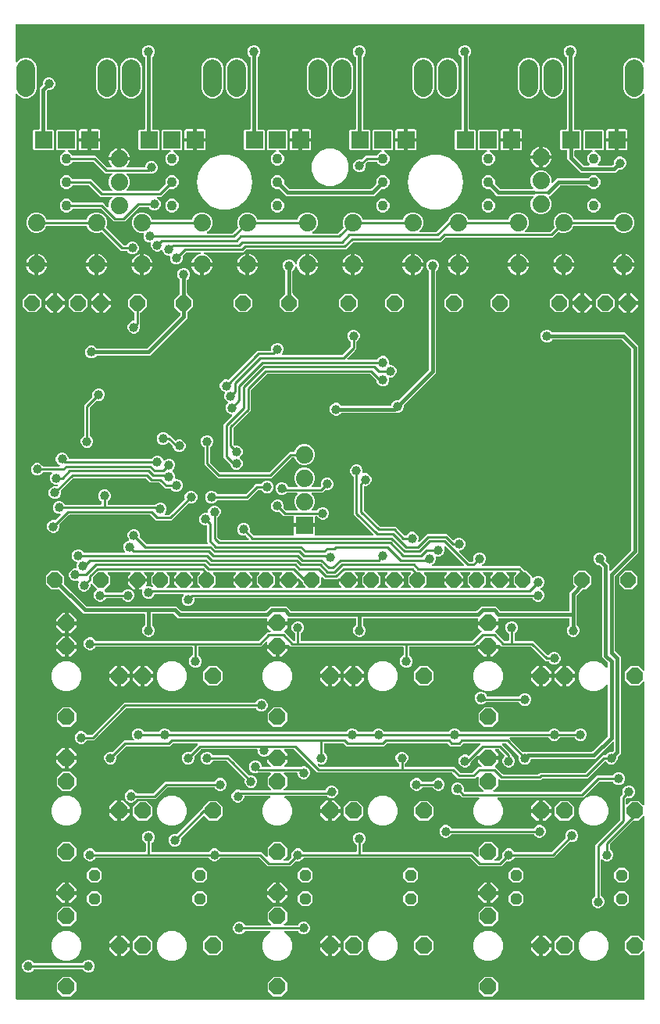
<source format=gbr>
G04 EAGLE Gerber RS-274X export*
G75*
%MOMM*%
%FSLAX34Y34*%
%LPD*%
%AMOC8*
5,1,8,0,0,1.08239X$1,22.5*%
G01*
%ADD10P,1.924489X8X112.500000*%
%ADD11P,1.924489X8X22.500000*%
%ADD12R,1.879600X1.879600*%
%ADD13C,2.000000*%
%ADD14P,1.319650X8X292.500000*%
%ADD15C,1.879600*%
%ADD16P,1.785944X8X292.500000*%
%ADD17P,1.785944X8X112.500000*%
%ADD18C,1.106400*%
%ADD19C,1.008000*%
%ADD20C,0.406400*%
%ADD21C,0.254000*%
%ADD22C,0.355600*%

G36*
X686112Y5089D02*
X686112Y5089D01*
X686170Y5087D01*
X686252Y5109D01*
X686336Y5121D01*
X686389Y5144D01*
X686445Y5159D01*
X686518Y5202D01*
X686595Y5237D01*
X686640Y5275D01*
X686690Y5304D01*
X686748Y5366D01*
X686812Y5420D01*
X686844Y5469D01*
X686884Y5512D01*
X686923Y5587D01*
X686970Y5657D01*
X686987Y5713D01*
X687014Y5765D01*
X687025Y5833D01*
X687055Y5928D01*
X687058Y6028D01*
X687069Y6096D01*
X687069Y56755D01*
X687065Y56784D01*
X687068Y56814D01*
X687045Y56925D01*
X687029Y57037D01*
X687017Y57064D01*
X687012Y57092D01*
X686960Y57193D01*
X686913Y57296D01*
X686894Y57319D01*
X686881Y57345D01*
X686803Y57427D01*
X686730Y57513D01*
X686705Y57530D01*
X686685Y57551D01*
X686587Y57608D01*
X686493Y57671D01*
X686465Y57680D01*
X686440Y57695D01*
X686330Y57722D01*
X686222Y57757D01*
X686192Y57757D01*
X686164Y57765D01*
X686051Y57761D01*
X685938Y57764D01*
X685909Y57757D01*
X685880Y57756D01*
X685772Y57721D01*
X685663Y57692D01*
X685637Y57677D01*
X685609Y57668D01*
X685546Y57623D01*
X685418Y57547D01*
X685375Y57501D01*
X685336Y57473D01*
X680694Y52831D01*
X671856Y52831D01*
X665606Y59081D01*
X665606Y67919D01*
X671856Y74169D01*
X680694Y74169D01*
X685336Y69527D01*
X685360Y69509D01*
X685379Y69487D01*
X685473Y69424D01*
X685563Y69356D01*
X685591Y69345D01*
X685615Y69329D01*
X685723Y69295D01*
X685829Y69255D01*
X685858Y69252D01*
X685886Y69243D01*
X686000Y69240D01*
X686112Y69231D01*
X686141Y69237D01*
X686170Y69236D01*
X686280Y69265D01*
X686391Y69287D01*
X686417Y69300D01*
X686445Y69308D01*
X686543Y69366D01*
X686643Y69418D01*
X686665Y69438D01*
X686690Y69453D01*
X686767Y69536D01*
X686849Y69614D01*
X686864Y69639D01*
X686884Y69660D01*
X686936Y69761D01*
X686993Y69859D01*
X687000Y69887D01*
X687014Y69914D01*
X687027Y69991D01*
X687063Y70135D01*
X687061Y70197D01*
X687069Y70245D01*
X687069Y202805D01*
X687065Y202834D01*
X687068Y202864D01*
X687045Y202975D01*
X687029Y203087D01*
X687017Y203114D01*
X687012Y203142D01*
X686960Y203243D01*
X686913Y203346D01*
X686894Y203369D01*
X686881Y203395D01*
X686803Y203477D01*
X686730Y203563D01*
X686705Y203580D01*
X686685Y203601D01*
X686587Y203658D01*
X686493Y203721D01*
X686465Y203730D01*
X686440Y203745D01*
X686330Y203772D01*
X686222Y203807D01*
X686192Y203807D01*
X686164Y203815D01*
X686051Y203811D01*
X685938Y203814D01*
X685909Y203807D01*
X685880Y203806D01*
X685772Y203771D01*
X685663Y203742D01*
X685637Y203727D01*
X685609Y203718D01*
X685546Y203673D01*
X685418Y203597D01*
X685375Y203551D01*
X685336Y203523D01*
X680694Y198881D01*
X675101Y198881D01*
X675015Y198869D01*
X674927Y198866D01*
X674875Y198849D01*
X674820Y198841D01*
X674740Y198806D01*
X674657Y198779D01*
X674618Y198751D01*
X674560Y198725D01*
X674447Y198629D01*
X674383Y198584D01*
X649459Y173660D01*
X649407Y173590D01*
X649347Y173526D01*
X649321Y173476D01*
X649288Y173432D01*
X649257Y173351D01*
X649217Y173273D01*
X649209Y173225D01*
X649187Y173167D01*
X649175Y173019D01*
X649162Y172942D01*
X649162Y168721D01*
X649162Y168720D01*
X649162Y168718D01*
X649183Y168570D01*
X649202Y168440D01*
X649202Y168438D01*
X649202Y168437D01*
X649261Y168307D01*
X649318Y168180D01*
X649319Y168179D01*
X649320Y168177D01*
X649410Y168071D01*
X649501Y167963D01*
X649503Y167962D01*
X649504Y167961D01*
X649516Y167953D01*
X649738Y167806D01*
X649767Y167796D01*
X649788Y167783D01*
X649976Y167706D01*
X651894Y165788D01*
X652932Y163281D01*
X652932Y160569D01*
X651894Y158062D01*
X649976Y156144D01*
X647469Y155106D01*
X644757Y155106D01*
X642250Y156144D01*
X641370Y157025D01*
X641346Y157043D01*
X641327Y157065D01*
X641233Y157128D01*
X641143Y157196D01*
X641115Y157206D01*
X641091Y157223D01*
X640983Y157257D01*
X640877Y157297D01*
X640848Y157300D01*
X640820Y157308D01*
X640706Y157311D01*
X640594Y157321D01*
X640565Y157315D01*
X640536Y157316D01*
X640426Y157287D01*
X640315Y157265D01*
X640289Y157251D01*
X640261Y157244D01*
X640163Y157186D01*
X640063Y157134D01*
X640041Y157114D01*
X640016Y157099D01*
X639939Y157016D01*
X639857Y156938D01*
X639842Y156913D01*
X639822Y156891D01*
X639770Y156790D01*
X639713Y156693D01*
X639706Y156664D01*
X639692Y156638D01*
X639679Y156561D01*
X639643Y156417D01*
X639645Y156355D01*
X639637Y156307D01*
X639637Y117922D01*
X639637Y117921D01*
X639637Y117919D01*
X639657Y117778D01*
X639677Y117641D01*
X639677Y117639D01*
X639677Y117638D01*
X639736Y117508D01*
X639793Y117381D01*
X639794Y117380D01*
X639795Y117378D01*
X639885Y117272D01*
X639976Y117164D01*
X639978Y117163D01*
X639979Y117162D01*
X639991Y117154D01*
X640213Y117007D01*
X640242Y116997D01*
X640263Y116984D01*
X640451Y116907D01*
X642369Y114989D01*
X643407Y112482D01*
X643407Y109770D01*
X642369Y107263D01*
X640451Y105345D01*
X637944Y104307D01*
X635232Y104307D01*
X632725Y105345D01*
X630807Y107263D01*
X629769Y109770D01*
X629769Y112482D01*
X630807Y114989D01*
X632725Y116907D01*
X632913Y116984D01*
X632914Y116985D01*
X632915Y116985D01*
X633032Y117055D01*
X633157Y117129D01*
X633159Y117130D01*
X633160Y117131D01*
X633255Y117232D01*
X633353Y117335D01*
X633353Y117337D01*
X633354Y117338D01*
X633419Y117464D01*
X633483Y117588D01*
X633483Y117590D01*
X633484Y117591D01*
X633486Y117606D01*
X633538Y117867D01*
X633535Y117897D01*
X633539Y117922D01*
X633539Y172714D01*
X660229Y199403D01*
X660281Y199473D01*
X660341Y199537D01*
X660367Y199587D01*
X660400Y199631D01*
X660431Y199712D01*
X660471Y199790D01*
X660479Y199838D01*
X660501Y199896D01*
X660513Y200044D01*
X660526Y200121D01*
X660526Y225100D01*
X662964Y227537D01*
X662965Y227538D01*
X662966Y227539D01*
X663054Y227658D01*
X663135Y227764D01*
X663135Y227766D01*
X663136Y227767D01*
X663186Y227900D01*
X663236Y228030D01*
X663236Y228032D01*
X663236Y228033D01*
X663248Y228178D01*
X663259Y228313D01*
X663259Y228315D01*
X663259Y228317D01*
X663256Y228332D01*
X663203Y228592D01*
X663189Y228619D01*
X663184Y228644D01*
X663106Y228831D01*
X663106Y231543D01*
X664144Y234050D01*
X666062Y235968D01*
X668569Y237006D01*
X671281Y237006D01*
X673788Y235968D01*
X675706Y234050D01*
X676744Y231543D01*
X676744Y228831D01*
X675706Y226324D01*
X673788Y224406D01*
X671281Y223368D01*
X668569Y223368D01*
X668382Y223446D01*
X668380Y223446D01*
X668379Y223447D01*
X668244Y223481D01*
X668106Y223517D01*
X668105Y223517D01*
X668103Y223517D01*
X667963Y223513D01*
X667822Y223509D01*
X667821Y223508D01*
X667819Y223508D01*
X667686Y223465D01*
X667551Y223422D01*
X667550Y223421D01*
X667549Y223421D01*
X667537Y223412D01*
X667315Y223264D01*
X667296Y223240D01*
X667275Y223226D01*
X666921Y222872D01*
X666869Y222802D01*
X666809Y222738D01*
X666783Y222688D01*
X666750Y222644D01*
X666719Y222563D01*
X666679Y222485D01*
X666671Y222437D01*
X666649Y222379D01*
X666637Y222231D01*
X666624Y222154D01*
X666624Y217438D01*
X666628Y217409D01*
X666625Y217379D01*
X666648Y217268D01*
X666664Y217156D01*
X666676Y217129D01*
X666681Y217101D01*
X666733Y217000D01*
X666780Y216897D01*
X666799Y216874D01*
X666812Y216848D01*
X666890Y216766D01*
X666963Y216680D01*
X666988Y216663D01*
X667008Y216642D01*
X667106Y216585D01*
X667200Y216522D01*
X667228Y216513D01*
X667253Y216498D01*
X667363Y216471D01*
X667471Y216436D01*
X667501Y216436D01*
X667529Y216428D01*
X667642Y216432D01*
X667755Y216429D01*
X667784Y216436D01*
X667813Y216437D01*
X667921Y216472D01*
X668030Y216501D01*
X668056Y216516D01*
X668084Y216525D01*
X668147Y216570D01*
X668275Y216646D01*
X668318Y216692D01*
X668357Y216720D01*
X671856Y220219D01*
X680694Y220219D01*
X685336Y215577D01*
X685360Y215559D01*
X685379Y215537D01*
X685473Y215474D01*
X685563Y215406D01*
X685591Y215395D01*
X685615Y215379D01*
X685723Y215345D01*
X685829Y215305D01*
X685858Y215302D01*
X685886Y215293D01*
X686000Y215290D01*
X686112Y215281D01*
X686141Y215287D01*
X686170Y215286D01*
X686280Y215315D01*
X686391Y215337D01*
X686417Y215350D01*
X686445Y215358D01*
X686543Y215416D01*
X686643Y215468D01*
X686665Y215488D01*
X686690Y215503D01*
X686767Y215586D01*
X686849Y215664D01*
X686864Y215689D01*
X686884Y215710D01*
X686936Y215811D01*
X686993Y215909D01*
X687000Y215937D01*
X687014Y215964D01*
X687027Y216041D01*
X687063Y216185D01*
X687061Y216247D01*
X687069Y216295D01*
X687069Y348855D01*
X687065Y348884D01*
X687068Y348914D01*
X687045Y349025D01*
X687029Y349137D01*
X687017Y349164D01*
X687012Y349192D01*
X686960Y349293D01*
X686913Y349396D01*
X686894Y349419D01*
X686881Y349445D01*
X686803Y349527D01*
X686730Y349613D01*
X686705Y349630D01*
X686685Y349651D01*
X686587Y349708D01*
X686493Y349771D01*
X686465Y349780D01*
X686440Y349795D01*
X686330Y349822D01*
X686222Y349857D01*
X686192Y349857D01*
X686164Y349865D01*
X686051Y349861D01*
X685938Y349864D01*
X685909Y349857D01*
X685880Y349856D01*
X685772Y349821D01*
X685663Y349792D01*
X685637Y349777D01*
X685609Y349768D01*
X685546Y349723D01*
X685418Y349647D01*
X685375Y349601D01*
X685336Y349573D01*
X680694Y344931D01*
X671856Y344931D01*
X665606Y351181D01*
X665606Y360019D01*
X671856Y366269D01*
X680694Y366269D01*
X685336Y361627D01*
X685360Y361609D01*
X685379Y361587D01*
X685473Y361524D01*
X685563Y361456D01*
X685591Y361445D01*
X685615Y361429D01*
X685723Y361395D01*
X685829Y361355D01*
X685858Y361352D01*
X685886Y361343D01*
X686000Y361340D01*
X686112Y361331D01*
X686141Y361337D01*
X686170Y361336D01*
X686280Y361365D01*
X686391Y361387D01*
X686417Y361400D01*
X686445Y361408D01*
X686543Y361466D01*
X686643Y361518D01*
X686665Y361538D01*
X686690Y361553D01*
X686767Y361636D01*
X686849Y361714D01*
X686864Y361739D01*
X686884Y361760D01*
X686936Y361861D01*
X686993Y361959D01*
X687000Y361987D01*
X687014Y362014D01*
X687027Y362091D01*
X687063Y362235D01*
X687061Y362297D01*
X687069Y362345D01*
X687069Y985436D01*
X687065Y985465D01*
X687068Y985494D01*
X687045Y985605D01*
X687029Y985717D01*
X687017Y985744D01*
X687012Y985773D01*
X686959Y985873D01*
X686913Y985977D01*
X686894Y985999D01*
X686881Y986025D01*
X686803Y986107D01*
X686730Y986194D01*
X686705Y986210D01*
X686685Y986231D01*
X686587Y986288D01*
X686493Y986351D01*
X686465Y986360D01*
X686440Y986375D01*
X686330Y986403D01*
X686222Y986437D01*
X686192Y986438D01*
X686164Y986445D01*
X686051Y986441D01*
X685938Y986444D01*
X685909Y986437D01*
X685880Y986436D01*
X685772Y986401D01*
X685663Y986372D01*
X685637Y986357D01*
X685609Y986348D01*
X685546Y986303D01*
X685418Y986227D01*
X685375Y986182D01*
X685336Y986154D01*
X682497Y983314D01*
X678168Y981521D01*
X673482Y981521D01*
X669153Y983315D01*
X665840Y986628D01*
X664046Y990957D01*
X664046Y1015643D01*
X665840Y1019972D01*
X669153Y1023285D01*
X673482Y1025079D01*
X678168Y1025079D01*
X682497Y1023286D01*
X685336Y1020446D01*
X685360Y1020429D01*
X685379Y1020406D01*
X685473Y1020344D01*
X685563Y1020276D01*
X685591Y1020265D01*
X685615Y1020249D01*
X685723Y1020215D01*
X685829Y1020174D01*
X685858Y1020172D01*
X685886Y1020163D01*
X686000Y1020160D01*
X686112Y1020151D01*
X686141Y1020157D01*
X686170Y1020156D01*
X686280Y1020184D01*
X686391Y1020207D01*
X686417Y1020220D01*
X686445Y1020228D01*
X686543Y1020285D01*
X686643Y1020338D01*
X686665Y1020358D01*
X686690Y1020373D01*
X686767Y1020455D01*
X686849Y1020533D01*
X686864Y1020559D01*
X686884Y1020580D01*
X686936Y1020681D01*
X686993Y1020779D01*
X687000Y1020807D01*
X687014Y1020833D01*
X687027Y1020911D01*
X687063Y1021054D01*
X687061Y1021117D01*
X687069Y1021164D01*
X687069Y1060704D01*
X687061Y1060762D01*
X687063Y1060820D01*
X687041Y1060902D01*
X687029Y1060986D01*
X687006Y1061039D01*
X686991Y1061095D01*
X686948Y1061168D01*
X686913Y1061245D01*
X686875Y1061290D01*
X686846Y1061340D01*
X686784Y1061398D01*
X686730Y1061462D01*
X686681Y1061494D01*
X686638Y1061534D01*
X686563Y1061573D01*
X686493Y1061620D01*
X686437Y1061637D01*
X686385Y1061664D01*
X686317Y1061675D01*
X686222Y1061705D01*
X686122Y1061708D01*
X686054Y1061719D01*
X6296Y1061719D01*
X6238Y1061711D01*
X6180Y1061713D01*
X6098Y1061691D01*
X6014Y1061679D01*
X5961Y1061656D01*
X5905Y1061641D01*
X5832Y1061598D01*
X5755Y1061563D01*
X5710Y1061525D01*
X5660Y1061496D01*
X5602Y1061434D01*
X5538Y1061380D01*
X5506Y1061331D01*
X5466Y1061288D01*
X5427Y1061213D01*
X5380Y1061143D01*
X5363Y1061087D01*
X5336Y1061035D01*
X5325Y1060967D01*
X5295Y1060872D01*
X5292Y1060772D01*
X5281Y1060704D01*
X5281Y1021364D01*
X5285Y1021335D01*
X5282Y1021306D01*
X5305Y1021195D01*
X5321Y1021083D01*
X5333Y1021056D01*
X5338Y1021027D01*
X5391Y1020927D01*
X5437Y1020823D01*
X5456Y1020801D01*
X5469Y1020775D01*
X5547Y1020693D01*
X5620Y1020606D01*
X5645Y1020590D01*
X5665Y1020569D01*
X5763Y1020512D01*
X5857Y1020449D01*
X5885Y1020440D01*
X5910Y1020425D01*
X6020Y1020397D01*
X6128Y1020363D01*
X6158Y1020362D01*
X6186Y1020355D01*
X6299Y1020359D01*
X6412Y1020356D01*
X6441Y1020363D01*
X6470Y1020364D01*
X6578Y1020399D01*
X6687Y1020428D01*
X6713Y1020443D01*
X6741Y1020452D01*
X6804Y1020497D01*
X6932Y1020573D01*
X6975Y1020618D01*
X7014Y1020646D01*
X9653Y1023286D01*
X13982Y1025079D01*
X18668Y1025079D01*
X22997Y1023285D01*
X26310Y1019972D01*
X28104Y1015643D01*
X28104Y990957D01*
X26310Y986628D01*
X22997Y983315D01*
X18668Y981521D01*
X13982Y981521D01*
X9653Y983314D01*
X7014Y985954D01*
X6990Y985971D01*
X6971Y985994D01*
X6877Y986056D01*
X6787Y986124D01*
X6759Y986135D01*
X6735Y986151D01*
X6627Y986185D01*
X6521Y986226D01*
X6492Y986228D01*
X6464Y986237D01*
X6350Y986240D01*
X6238Y986249D01*
X6209Y986243D01*
X6180Y986244D01*
X6070Y986216D01*
X5959Y986193D01*
X5933Y986180D01*
X5905Y986172D01*
X5807Y986115D01*
X5707Y986062D01*
X5685Y986042D01*
X5660Y986027D01*
X5583Y985945D01*
X5501Y985867D01*
X5486Y985841D01*
X5466Y985820D01*
X5414Y985719D01*
X5357Y985621D01*
X5350Y985593D01*
X5336Y985567D01*
X5323Y985489D01*
X5287Y985346D01*
X5289Y985283D01*
X5281Y985236D01*
X5281Y6096D01*
X5289Y6038D01*
X5287Y5980D01*
X5309Y5898D01*
X5321Y5814D01*
X5344Y5761D01*
X5359Y5705D01*
X5402Y5632D01*
X5437Y5555D01*
X5475Y5510D01*
X5504Y5460D01*
X5566Y5402D01*
X5620Y5338D01*
X5669Y5306D01*
X5712Y5266D01*
X5787Y5227D01*
X5857Y5180D01*
X5913Y5163D01*
X5965Y5136D01*
X6033Y5125D01*
X6128Y5095D01*
X6228Y5092D01*
X6296Y5081D01*
X686054Y5081D01*
X686112Y5089D01*
G37*
%LPC*%
G36*
X190732Y431331D02*
X190732Y431331D01*
X188225Y432369D01*
X186307Y434287D01*
X185269Y436794D01*
X185269Y439506D01*
X186307Y442013D01*
X187188Y442893D01*
X187206Y442917D01*
X187228Y442936D01*
X187291Y443030D01*
X187359Y443120D01*
X187369Y443148D01*
X187386Y443172D01*
X187420Y443280D01*
X187460Y443386D01*
X187463Y443415D01*
X187471Y443443D01*
X187474Y443557D01*
X187484Y443669D01*
X187478Y443698D01*
X187479Y443727D01*
X187450Y443837D01*
X187428Y443948D01*
X187414Y443974D01*
X187407Y444002D01*
X187349Y444100D01*
X187297Y444200D01*
X187277Y444222D01*
X187262Y444247D01*
X187179Y444324D01*
X187101Y444406D01*
X187076Y444421D01*
X187054Y444441D01*
X186953Y444493D01*
X186856Y444550D01*
X186827Y444557D01*
X186801Y444571D01*
X186724Y444584D01*
X186580Y444620D01*
X186518Y444618D01*
X186470Y444626D01*
X156678Y444626D01*
X156677Y444626D01*
X156675Y444626D01*
X156536Y444606D01*
X156397Y444586D01*
X156396Y444586D01*
X156394Y444586D01*
X156268Y444529D01*
X156138Y444470D01*
X156136Y444469D01*
X156135Y444468D01*
X156028Y444377D01*
X155921Y444287D01*
X155920Y444285D01*
X155918Y444284D01*
X155910Y444271D01*
X155763Y444050D01*
X155754Y444021D01*
X155740Y444000D01*
X155006Y442225D01*
X153088Y440307D01*
X150581Y439269D01*
X147869Y439269D01*
X145362Y440307D01*
X143444Y442225D01*
X142406Y444732D01*
X142406Y447444D01*
X142601Y447913D01*
X142629Y448025D01*
X142664Y448134D01*
X142665Y448162D01*
X142672Y448189D01*
X142668Y448303D01*
X142671Y448418D01*
X142664Y448445D01*
X142663Y448473D01*
X142628Y448582D01*
X142599Y448693D01*
X142585Y448717D01*
X142577Y448744D01*
X142513Y448839D01*
X142454Y448938D01*
X142434Y448957D01*
X142418Y448980D01*
X142331Y449054D01*
X142247Y449132D01*
X142222Y449145D01*
X142201Y449163D01*
X142096Y449209D01*
X141994Y449262D01*
X141969Y449266D01*
X141941Y449278D01*
X141677Y449315D01*
X141663Y449317D01*
X141660Y449317D01*
X139156Y449317D01*
X139156Y457569D01*
X147408Y457569D01*
X147408Y455341D01*
X146536Y454469D01*
X146484Y454400D01*
X146425Y454338D01*
X146399Y454287D01*
X146365Y454242D01*
X146334Y454161D01*
X146295Y454085D01*
X146284Y454029D01*
X146264Y453976D01*
X146256Y453890D01*
X146240Y453806D01*
X146245Y453749D01*
X146240Y453693D01*
X146257Y453608D01*
X146264Y453523D01*
X146285Y453470D01*
X146296Y453414D01*
X146336Y453337D01*
X146366Y453257D01*
X146401Y453212D01*
X146427Y453162D01*
X146486Y453099D01*
X146538Y453031D01*
X146583Y452997D01*
X146623Y452955D01*
X146697Y452912D01*
X146766Y452860D01*
X146819Y452840D01*
X146868Y452812D01*
X146951Y452790D01*
X147032Y452760D01*
X147088Y452756D01*
X147143Y452742D01*
X147229Y452744D01*
X147315Y452737D01*
X147363Y452749D01*
X147428Y452751D01*
X147566Y452795D01*
X147642Y452813D01*
X147869Y452907D01*
X150581Y452907D01*
X152787Y451993D01*
X152870Y451972D01*
X152950Y451941D01*
X153007Y451936D01*
X153062Y451922D01*
X153148Y451925D01*
X153234Y451918D01*
X153289Y451929D01*
X153346Y451930D01*
X153428Y451957D01*
X153512Y451973D01*
X153563Y452000D01*
X153617Y452017D01*
X153688Y452065D01*
X153765Y452104D01*
X153806Y452144D01*
X153853Y452175D01*
X153908Y452241D01*
X153971Y452300D01*
X154000Y452349D01*
X154036Y452393D01*
X154071Y452471D01*
X154115Y452546D01*
X154129Y452601D01*
X154152Y452653D01*
X154163Y452738D01*
X154185Y452821D01*
X154183Y452878D01*
X154191Y452934D01*
X154178Y453019D01*
X154176Y453105D01*
X154158Y453159D01*
X154150Y453216D01*
X154115Y453294D01*
X154088Y453376D01*
X154059Y453416D01*
X154033Y453475D01*
X153939Y453585D01*
X153893Y453649D01*
X152096Y455446D01*
X152096Y463754D01*
X155048Y466706D01*
X155066Y466730D01*
X155088Y466749D01*
X155151Y466843D01*
X155219Y466933D01*
X155230Y466961D01*
X155246Y466985D01*
X155280Y467093D01*
X155321Y467199D01*
X155323Y467228D01*
X155332Y467256D01*
X155335Y467370D01*
X155344Y467482D01*
X155338Y467511D01*
X155339Y467540D01*
X155310Y467650D01*
X155288Y467761D01*
X155275Y467787D01*
X155267Y467815D01*
X155209Y467913D01*
X155157Y468013D01*
X155137Y468035D01*
X155122Y468060D01*
X155039Y468137D01*
X154961Y468219D01*
X154936Y468234D01*
X154915Y468254D01*
X154814Y468306D01*
X154716Y468363D01*
X154688Y468370D01*
X154662Y468384D01*
X154584Y468397D01*
X154441Y468433D01*
X154378Y468431D01*
X154331Y468439D01*
X145279Y468439D01*
X145250Y468435D01*
X145220Y468438D01*
X145109Y468415D01*
X144997Y468399D01*
X144970Y468387D01*
X144942Y468382D01*
X144841Y468329D01*
X144738Y468283D01*
X144715Y468264D01*
X144689Y468251D01*
X144607Y468173D01*
X144521Y468100D01*
X144505Y468075D01*
X144483Y468055D01*
X144426Y467957D01*
X144363Y467863D01*
X144354Y467835D01*
X144340Y467810D01*
X144312Y467700D01*
X144277Y467592D01*
X144277Y467562D01*
X144269Y467534D01*
X144273Y467421D01*
X144270Y467308D01*
X144278Y467279D01*
X144278Y467250D01*
X144313Y467142D01*
X144342Y467033D01*
X144357Y467007D01*
X144366Y466979D01*
X144411Y466916D01*
X144487Y466788D01*
X144533Y466745D01*
X144561Y466706D01*
X147408Y463859D01*
X147408Y461631D01*
X138141Y461631D01*
X138083Y461623D01*
X138025Y461625D01*
X137943Y461603D01*
X137860Y461591D01*
X137806Y461567D01*
X137750Y461553D01*
X137677Y461510D01*
X137600Y461475D01*
X137556Y461437D01*
X137505Y461407D01*
X137448Y461346D01*
X137383Y461291D01*
X137351Y461243D01*
X137311Y461200D01*
X137272Y461125D01*
X137226Y461055D01*
X137208Y460999D01*
X137181Y460947D01*
X137170Y460879D01*
X137140Y460784D01*
X137137Y460684D01*
X137126Y460616D01*
X137126Y459599D01*
X137124Y459599D01*
X137124Y460616D01*
X137116Y460674D01*
X137117Y460732D01*
X137096Y460814D01*
X137084Y460897D01*
X137060Y460951D01*
X137046Y461007D01*
X137003Y461080D01*
X136968Y461157D01*
X136930Y461202D01*
X136900Y461252D01*
X136839Y461310D01*
X136784Y461374D01*
X136736Y461406D01*
X136693Y461446D01*
X136618Y461485D01*
X136548Y461531D01*
X136492Y461549D01*
X136440Y461576D01*
X136372Y461587D01*
X136277Y461617D01*
X136177Y461620D01*
X136109Y461631D01*
X126842Y461631D01*
X126842Y463859D01*
X129689Y466706D01*
X129707Y466730D01*
X129729Y466749D01*
X129792Y466843D01*
X129860Y466933D01*
X129871Y466961D01*
X129887Y466985D01*
X129921Y467093D01*
X129961Y467199D01*
X129964Y467228D01*
X129973Y467256D01*
X129975Y467370D01*
X129985Y467482D01*
X129979Y467511D01*
X129980Y467540D01*
X129951Y467650D01*
X129929Y467761D01*
X129915Y467787D01*
X129908Y467815D01*
X129850Y467913D01*
X129798Y468013D01*
X129778Y468035D01*
X129763Y468060D01*
X129680Y468137D01*
X129602Y468219D01*
X129577Y468234D01*
X129555Y468254D01*
X129455Y468306D01*
X129357Y468363D01*
X129328Y468370D01*
X129302Y468384D01*
X129225Y468397D01*
X129081Y468433D01*
X129019Y468431D01*
X128971Y468439D01*
X105619Y468439D01*
X105590Y468435D01*
X105561Y468438D01*
X105450Y468415D01*
X105338Y468399D01*
X105311Y468387D01*
X105282Y468382D01*
X105182Y468329D01*
X105079Y468283D01*
X105056Y468264D01*
X105030Y468251D01*
X104948Y468173D01*
X104862Y468100D01*
X104845Y468075D01*
X104824Y468055D01*
X104767Y467957D01*
X104704Y467863D01*
X104695Y467835D01*
X104680Y467810D01*
X104652Y467700D01*
X104618Y467592D01*
X104617Y467562D01*
X104610Y467534D01*
X104614Y467421D01*
X104611Y467308D01*
X104618Y467279D01*
X104619Y467250D01*
X104654Y467142D01*
X104683Y467033D01*
X104698Y467007D01*
X104707Y466979D01*
X104752Y466916D01*
X104828Y466788D01*
X104874Y466745D01*
X104902Y466706D01*
X107854Y463754D01*
X107854Y455446D01*
X101905Y449497D01*
X101836Y449461D01*
X101733Y449415D01*
X101711Y449396D01*
X101685Y449383D01*
X101602Y449305D01*
X101516Y449232D01*
X101500Y449207D01*
X101478Y449187D01*
X101421Y449089D01*
X101358Y448995D01*
X101350Y448967D01*
X101335Y448942D01*
X101307Y448832D01*
X101273Y448724D01*
X101272Y448694D01*
X101265Y448666D01*
X101268Y448553D01*
X101265Y448440D01*
X101273Y448411D01*
X101274Y448382D01*
X101309Y448274D01*
X101337Y448165D01*
X101352Y448139D01*
X101361Y448111D01*
X101407Y448047D01*
X101482Y447920D01*
X101528Y447877D01*
X101556Y447838D01*
X102619Y446776D01*
X102696Y446588D01*
X102697Y446587D01*
X102697Y446586D01*
X102767Y446469D01*
X102841Y446344D01*
X102842Y446342D01*
X102843Y446341D01*
X102944Y446246D01*
X103047Y446148D01*
X103049Y446148D01*
X103050Y446147D01*
X103176Y446082D01*
X103300Y446018D01*
X103302Y446018D01*
X103303Y446017D01*
X103318Y446015D01*
X103579Y445963D01*
X103609Y445966D01*
X103634Y445962D01*
X120204Y445962D01*
X120205Y445962D01*
X120207Y445962D01*
X120348Y445982D01*
X120485Y446002D01*
X120487Y446002D01*
X120488Y446002D01*
X120618Y446061D01*
X120745Y446118D01*
X120746Y446119D01*
X120748Y446120D01*
X120854Y446210D01*
X120962Y446301D01*
X120963Y446303D01*
X120964Y446304D01*
X120972Y446316D01*
X121119Y446538D01*
X121129Y446567D01*
X121142Y446588D01*
X121219Y446776D01*
X123137Y448694D01*
X125644Y449732D01*
X128356Y449732D01*
X130631Y448789D01*
X130715Y448768D01*
X130795Y448737D01*
X130852Y448733D01*
X130907Y448718D01*
X130993Y448721D01*
X131078Y448714D01*
X131134Y448725D01*
X131191Y448727D01*
X131273Y448753D01*
X131357Y448770D01*
X131407Y448796D01*
X131462Y448813D01*
X131533Y448861D01*
X131609Y448901D01*
X131651Y448940D01*
X131698Y448971D01*
X131753Y449037D01*
X131815Y449096D01*
X131844Y449146D01*
X131881Y449189D01*
X131916Y449267D01*
X131959Y449342D01*
X131973Y449397D01*
X131996Y449449D01*
X132008Y449534D01*
X132029Y449617D01*
X132027Y449674D01*
X132035Y449730D01*
X132023Y449816D01*
X132020Y449901D01*
X132003Y449955D01*
X131995Y450012D01*
X131959Y450090D01*
X131933Y450172D01*
X131904Y450212D01*
X131877Y450271D01*
X131796Y450366D01*
X131779Y450396D01*
X131761Y450412D01*
X131738Y450445D01*
X126842Y455341D01*
X126842Y457569D01*
X135094Y457569D01*
X135094Y449317D01*
X132690Y449317D01*
X132661Y449313D01*
X132632Y449316D01*
X132521Y449293D01*
X132408Y449277D01*
X132382Y449265D01*
X132353Y449260D01*
X132252Y449207D01*
X132149Y449161D01*
X132127Y449142D01*
X132101Y449129D01*
X132018Y449051D01*
X131932Y448978D01*
X131916Y448953D01*
X131894Y448933D01*
X131837Y448835D01*
X131774Y448741D01*
X131766Y448713D01*
X131751Y448688D01*
X131723Y448578D01*
X131689Y448470D01*
X131688Y448440D01*
X131681Y448412D01*
X131684Y448299D01*
X131681Y448186D01*
X131689Y448157D01*
X131690Y448128D01*
X131725Y448020D01*
X131753Y447911D01*
X131768Y447885D01*
X131777Y447857D01*
X131823Y447793D01*
X131898Y447666D01*
X131944Y447623D01*
X131972Y447584D01*
X132781Y446776D01*
X133819Y444269D01*
X133819Y441557D01*
X132781Y439050D01*
X130863Y437132D01*
X128356Y436094D01*
X125644Y436094D01*
X123137Y437132D01*
X121219Y439050D01*
X121142Y439238D01*
X121141Y439239D01*
X121141Y439240D01*
X121071Y439357D01*
X120997Y439482D01*
X120996Y439484D01*
X120995Y439485D01*
X120894Y439580D01*
X120791Y439678D01*
X120789Y439678D01*
X120788Y439679D01*
X120662Y439744D01*
X120538Y439808D01*
X120536Y439808D01*
X120535Y439809D01*
X120520Y439811D01*
X120259Y439863D01*
X120229Y439860D01*
X120204Y439864D01*
X103634Y439864D01*
X103633Y439864D01*
X103631Y439864D01*
X103490Y439844D01*
X103353Y439824D01*
X103351Y439824D01*
X103350Y439824D01*
X103219Y439765D01*
X103093Y439708D01*
X103092Y439707D01*
X103090Y439706D01*
X102984Y439616D01*
X102876Y439525D01*
X102875Y439523D01*
X102874Y439522D01*
X102866Y439510D01*
X102719Y439288D01*
X102709Y439259D01*
X102696Y439238D01*
X102619Y439050D01*
X100701Y437132D01*
X98194Y436094D01*
X95482Y436094D01*
X92975Y437132D01*
X91057Y439050D01*
X90019Y441557D01*
X90019Y444269D01*
X91057Y446776D01*
X93044Y448762D01*
X93079Y448809D01*
X93122Y448849D01*
X93164Y448922D01*
X93215Y448989D01*
X93236Y449044D01*
X93265Y449095D01*
X93286Y449176D01*
X93316Y449255D01*
X93321Y449314D01*
X93336Y449370D01*
X93333Y449454D01*
X93340Y449538D01*
X93328Y449596D01*
X93327Y449654D01*
X93301Y449734D01*
X93284Y449817D01*
X93257Y449869D01*
X93239Y449925D01*
X93199Y449981D01*
X93153Y450070D01*
X93084Y450142D01*
X93044Y450198D01*
X87927Y455315D01*
X87903Y455333D01*
X87884Y455355D01*
X87790Y455418D01*
X87700Y455486D01*
X87672Y455497D01*
X87648Y455513D01*
X87540Y455547D01*
X87434Y455588D01*
X87405Y455590D01*
X87377Y455599D01*
X87263Y455602D01*
X87151Y455611D01*
X87122Y455605D01*
X87093Y455606D01*
X86983Y455577D01*
X86872Y455555D01*
X86846Y455542D01*
X86818Y455534D01*
X86720Y455476D01*
X86620Y455424D01*
X86598Y455404D01*
X86573Y455389D01*
X86496Y455306D01*
X86414Y455228D01*
X86399Y455203D01*
X86379Y455182D01*
X86327Y455081D01*
X86270Y454983D01*
X86263Y454955D01*
X86249Y454929D01*
X86236Y454851D01*
X86200Y454708D01*
X86202Y454645D01*
X86194Y454598D01*
X86194Y452669D01*
X85156Y450162D01*
X83238Y448244D01*
X80731Y447206D01*
X78019Y447206D01*
X75512Y448244D01*
X73594Y450162D01*
X72556Y452669D01*
X72556Y455381D01*
X73366Y457337D01*
X73374Y457365D01*
X73387Y457392D01*
X73409Y457503D01*
X73437Y457612D01*
X73436Y457642D01*
X73442Y457670D01*
X73432Y457783D01*
X73429Y457897D01*
X73420Y457924D01*
X73418Y457954D01*
X73377Y458059D01*
X73343Y458167D01*
X73326Y458192D01*
X73316Y458219D01*
X73247Y458309D01*
X73184Y458403D01*
X73162Y458422D01*
X73144Y458446D01*
X73053Y458514D01*
X72967Y458586D01*
X72940Y458598D01*
X72916Y458616D01*
X72810Y458656D01*
X72707Y458702D01*
X72678Y458706D01*
X72650Y458716D01*
X72538Y458725D01*
X72425Y458741D01*
X72396Y458737D01*
X72367Y458739D01*
X72291Y458721D01*
X72144Y458700D01*
X72087Y458674D01*
X72040Y458664D01*
X71206Y458318D01*
X68494Y458318D01*
X65987Y459356D01*
X64069Y461274D01*
X63031Y463781D01*
X63031Y466493D01*
X64069Y469000D01*
X65987Y470918D01*
X68494Y471956D01*
X70007Y471956D01*
X70121Y471972D01*
X70236Y471982D01*
X70262Y471992D01*
X70289Y471996D01*
X70393Y472042D01*
X70501Y472084D01*
X70523Y472101D01*
X70548Y472112D01*
X70636Y472186D01*
X70728Y472255D01*
X70744Y472278D01*
X70765Y472295D01*
X70829Y472391D01*
X70898Y472483D01*
X70908Y472509D01*
X70923Y472532D01*
X70958Y472642D01*
X70998Y472749D01*
X71000Y472777D01*
X71009Y472803D01*
X71012Y472918D01*
X71021Y473033D01*
X71015Y473057D01*
X71016Y473087D01*
X70967Y473274D01*
X70967Y476019D01*
X71720Y477837D01*
X71735Y477894D01*
X71759Y477947D01*
X71770Y478031D01*
X71791Y478113D01*
X71790Y478171D01*
X71798Y478229D01*
X71786Y478313D01*
X71783Y478397D01*
X71765Y478453D01*
X71757Y478510D01*
X71722Y478587D01*
X71696Y478668D01*
X71664Y478716D01*
X71640Y478769D01*
X71585Y478834D01*
X71538Y478904D01*
X71493Y478941D01*
X71456Y478986D01*
X71397Y479023D01*
X71321Y479087D01*
X71229Y479127D01*
X71171Y479164D01*
X69163Y479995D01*
X67245Y481913D01*
X66207Y484420D01*
X66207Y487132D01*
X67245Y489639D01*
X69163Y491557D01*
X71670Y492595D01*
X74382Y492595D01*
X76889Y491557D01*
X78807Y489639D01*
X78884Y489451D01*
X78885Y489449D01*
X78886Y489448D01*
X78959Y489325D01*
X79029Y489206D01*
X79030Y489205D01*
X79031Y489203D01*
X79133Y489108D01*
X79236Y489010D01*
X79237Y489010D01*
X79238Y489009D01*
X79360Y488946D01*
X79488Y488880D01*
X79490Y488880D01*
X79491Y488879D01*
X79506Y488877D01*
X79767Y488825D01*
X79798Y488828D01*
X79822Y488824D01*
X122970Y488824D01*
X122999Y488828D01*
X123028Y488825D01*
X123139Y488848D01*
X123252Y488864D01*
X123278Y488876D01*
X123307Y488881D01*
X123408Y488934D01*
X123511Y488980D01*
X123533Y488999D01*
X123559Y489012D01*
X123642Y489090D01*
X123728Y489163D01*
X123744Y489188D01*
X123766Y489208D01*
X123823Y489306D01*
X123886Y489400D01*
X123894Y489428D01*
X123909Y489453D01*
X123937Y489563D01*
X123971Y489671D01*
X123972Y489701D01*
X123979Y489729D01*
X123976Y489842D01*
X123979Y489955D01*
X123971Y489984D01*
X123970Y490013D01*
X123935Y490121D01*
X123907Y490230D01*
X123892Y490256D01*
X123883Y490284D01*
X123837Y490348D01*
X123762Y490475D01*
X123716Y490518D01*
X123688Y490557D01*
X122807Y491437D01*
X121769Y493944D01*
X121769Y496656D01*
X122807Y499163D01*
X124725Y501081D01*
X127274Y502136D01*
X127306Y502143D01*
X127419Y502159D01*
X127445Y502171D01*
X127474Y502176D01*
X127575Y502228D01*
X127678Y502275D01*
X127700Y502294D01*
X127726Y502307D01*
X127809Y502385D01*
X127895Y502458D01*
X127911Y502483D01*
X127933Y502503D01*
X127990Y502601D01*
X128053Y502695D01*
X128061Y502723D01*
X128076Y502748D01*
X128104Y502858D01*
X128138Y502966D01*
X128139Y502995D01*
X128146Y503024D01*
X128143Y503137D01*
X128146Y503250D01*
X128138Y503279D01*
X128137Y503308D01*
X128102Y503416D01*
X128074Y503525D01*
X128059Y503551D01*
X128050Y503579D01*
X128004Y503643D01*
X127929Y503770D01*
X127883Y503813D01*
X127855Y503852D01*
X127569Y504137D01*
X126531Y506644D01*
X126531Y509356D01*
X127569Y511863D01*
X129487Y513781D01*
X131994Y514819D01*
X134706Y514819D01*
X137213Y513781D01*
X139131Y511863D01*
X140169Y509356D01*
X140169Y506644D01*
X140091Y506457D01*
X140091Y506455D01*
X140090Y506454D01*
X140056Y506321D01*
X140020Y506181D01*
X140020Y506180D01*
X140020Y506178D01*
X140024Y506042D01*
X140028Y505897D01*
X140029Y505896D01*
X140029Y505894D01*
X140072Y505760D01*
X140115Y505626D01*
X140116Y505625D01*
X140116Y505624D01*
X140125Y505611D01*
X140273Y505390D01*
X140297Y505371D01*
X140311Y505350D01*
X147015Y498646D01*
X147085Y498594D01*
X147149Y498534D01*
X147199Y498508D01*
X147243Y498475D01*
X147324Y498444D01*
X147402Y498404D01*
X147450Y498396D01*
X147508Y498374D01*
X147656Y498362D01*
X147733Y498349D01*
X212439Y498349D01*
X212468Y498353D01*
X212497Y498350D01*
X212608Y498373D01*
X212720Y498389D01*
X212747Y498401D01*
X212776Y498406D01*
X212876Y498459D01*
X212980Y498505D01*
X213002Y498524D01*
X213028Y498537D01*
X213110Y498615D01*
X213197Y498688D01*
X213213Y498713D01*
X213234Y498733D01*
X213291Y498831D01*
X213354Y498925D01*
X213363Y498953D01*
X213378Y498978D01*
X213406Y499088D01*
X213440Y499196D01*
X213441Y499226D01*
X213448Y499254D01*
X213444Y499367D01*
X213447Y499480D01*
X213440Y499509D01*
X213439Y499538D01*
X213404Y499646D01*
X213375Y499755D01*
X213361Y499781D01*
X213351Y499809D01*
X213306Y499873D01*
X213230Y500000D01*
X213185Y500043D01*
X213157Y500082D01*
X212851Y500387D01*
X212851Y517629D01*
X212843Y517687D01*
X212845Y517745D01*
X212823Y517827D01*
X212811Y517911D01*
X212788Y517964D01*
X212773Y518020D01*
X212730Y518093D01*
X212695Y518170D01*
X212657Y518215D01*
X212628Y518265D01*
X212566Y518323D01*
X212512Y518387D01*
X212463Y518419D01*
X212420Y518459D01*
X212345Y518498D01*
X212275Y518545D01*
X212219Y518562D01*
X212167Y518589D01*
X212099Y518600D01*
X212004Y518630D01*
X211904Y518633D01*
X211836Y518644D01*
X209782Y518644D01*
X207275Y519682D01*
X205357Y521600D01*
X204319Y524107D01*
X204319Y526819D01*
X205357Y529326D01*
X207275Y531244D01*
X209782Y532282D01*
X212527Y532282D01*
X212552Y532275D01*
X212661Y532241D01*
X212689Y532240D01*
X212716Y532233D01*
X212831Y532236D01*
X212945Y532233D01*
X212972Y532240D01*
X213000Y532241D01*
X213109Y532276D01*
X213220Y532305D01*
X213244Y532319D01*
X213271Y532328D01*
X213366Y532392D01*
X213465Y532450D01*
X213484Y532471D01*
X213507Y532486D01*
X213581Y532574D01*
X213659Y532658D01*
X213672Y532682D01*
X213690Y532704D01*
X213737Y532809D01*
X213789Y532911D01*
X213793Y532935D01*
X213805Y532963D01*
X213842Y533228D01*
X213844Y533242D01*
X213844Y534756D01*
X214882Y537263D01*
X216800Y539181D01*
X219307Y540219D01*
X222019Y540219D01*
X224526Y539181D01*
X226444Y537263D01*
X227482Y534756D01*
X227482Y532044D01*
X226444Y529537D01*
X224526Y527619D01*
X224338Y527542D01*
X224337Y527541D01*
X224336Y527541D01*
X224219Y527471D01*
X224094Y527397D01*
X224092Y527396D01*
X224091Y527395D01*
X223996Y527294D01*
X223898Y527191D01*
X223898Y527189D01*
X223897Y527188D01*
X223832Y527062D01*
X223768Y526938D01*
X223768Y526936D01*
X223767Y526935D01*
X223765Y526920D01*
X223713Y526659D01*
X223716Y526629D01*
X223712Y526604D01*
X223712Y506508D01*
X223724Y506422D01*
X223727Y506334D01*
X223744Y506282D01*
X223752Y506227D01*
X223787Y506147D01*
X223814Y506064D01*
X223842Y506025D01*
X223868Y505967D01*
X223964Y505854D01*
X224009Y505790D01*
X226390Y503409D01*
X226460Y503357D01*
X226524Y503297D01*
X226574Y503271D01*
X226618Y503238D01*
X226699Y503207D01*
X226777Y503167D01*
X226825Y503159D01*
X226883Y503137D01*
X227031Y503125D01*
X227108Y503112D01*
X256889Y503112D01*
X256918Y503116D01*
X256947Y503113D01*
X257058Y503136D01*
X257170Y503152D01*
X257197Y503164D01*
X257226Y503169D01*
X257326Y503221D01*
X257430Y503268D01*
X257452Y503287D01*
X257478Y503300D01*
X257560Y503378D01*
X257647Y503451D01*
X257663Y503476D01*
X257684Y503496D01*
X257741Y503594D01*
X257804Y503688D01*
X257813Y503716D01*
X257828Y503741D01*
X257856Y503851D01*
X257890Y503959D01*
X257891Y503989D01*
X257898Y504017D01*
X257894Y504130D01*
X257897Y504243D01*
X257890Y504272D01*
X257889Y504301D01*
X257854Y504409D01*
X257825Y504518D01*
X257810Y504544D01*
X257801Y504572D01*
X257756Y504635D01*
X257680Y504763D01*
X257635Y504806D01*
X257607Y504845D01*
X255063Y507389D01*
X255062Y507390D01*
X255061Y507391D01*
X254943Y507479D01*
X254836Y507560D01*
X254834Y507560D01*
X254833Y507561D01*
X254697Y507612D01*
X254570Y507661D01*
X254568Y507661D01*
X254567Y507662D01*
X254424Y507673D01*
X254287Y507684D01*
X254285Y507684D01*
X254283Y507684D01*
X254268Y507681D01*
X254008Y507628D01*
X253981Y507614D01*
X253956Y507609D01*
X253769Y507531D01*
X251057Y507531D01*
X248550Y508569D01*
X246632Y510487D01*
X245594Y512994D01*
X245594Y515706D01*
X246632Y518213D01*
X248550Y520131D01*
X251057Y521169D01*
X253769Y521169D01*
X256276Y520131D01*
X258194Y518213D01*
X259232Y515706D01*
X259232Y512994D01*
X259154Y512807D01*
X259154Y512805D01*
X259153Y512804D01*
X259117Y512663D01*
X259083Y512531D01*
X259083Y512530D01*
X259083Y512528D01*
X259087Y512392D01*
X259091Y512247D01*
X259092Y512246D01*
X259092Y512244D01*
X259135Y512111D01*
X259178Y511976D01*
X259179Y511975D01*
X259179Y511974D01*
X259188Y511961D01*
X259336Y511740D01*
X259360Y511721D01*
X259374Y511700D01*
X262903Y508171D01*
X262973Y508119D01*
X263037Y508059D01*
X263087Y508033D01*
X263131Y508000D01*
X263212Y507969D01*
X263290Y507929D01*
X263338Y507921D01*
X263396Y507899D01*
X263544Y507887D01*
X263621Y507874D01*
X305962Y507874D01*
X306010Y507881D01*
X306059Y507878D01*
X306150Y507900D01*
X306243Y507914D01*
X306288Y507933D01*
X306335Y507945D01*
X306417Y507991D01*
X306503Y508030D01*
X306540Y508061D01*
X306582Y508086D01*
X306648Y508153D01*
X306720Y508213D01*
X306747Y508254D01*
X306781Y508289D01*
X306825Y508372D01*
X306877Y508450D01*
X306892Y508497D01*
X306915Y508540D01*
X306935Y508632D01*
X306963Y508721D01*
X306964Y508770D01*
X306975Y508818D01*
X306968Y508892D01*
X306970Y509005D01*
X306948Y509089D01*
X306942Y509152D01*
X306863Y509447D01*
X306863Y517082D01*
X317278Y517082D01*
X317336Y517090D01*
X317394Y517088D01*
X317476Y517110D01*
X317559Y517122D01*
X317613Y517146D01*
X317669Y517160D01*
X317742Y517203D01*
X317819Y517238D01*
X317863Y517276D01*
X317914Y517306D01*
X317971Y517367D01*
X318036Y517422D01*
X318068Y517470D01*
X318108Y517513D01*
X318147Y517588D01*
X318193Y517658D01*
X318211Y517714D01*
X318238Y517766D01*
X318249Y517834D01*
X318279Y517929D01*
X318282Y518029D01*
X318293Y518097D01*
X318293Y520129D01*
X318285Y520187D01*
X318286Y520245D01*
X318265Y520327D01*
X318253Y520410D01*
X318229Y520464D01*
X318215Y520520D01*
X318172Y520593D01*
X318137Y520670D01*
X318099Y520715D01*
X318069Y520765D01*
X318008Y520823D01*
X317953Y520887D01*
X317905Y520919D01*
X317862Y520959D01*
X317787Y520998D01*
X317717Y521044D01*
X317661Y521062D01*
X317609Y521089D01*
X317541Y521100D01*
X317446Y521130D01*
X317346Y521133D01*
X317278Y521144D01*
X306863Y521144D01*
X306863Y527749D01*
X306855Y527807D01*
X306857Y527865D01*
X306835Y527947D01*
X306823Y528031D01*
X306800Y528084D01*
X306785Y528140D01*
X306742Y528213D01*
X306707Y528290D01*
X306669Y528335D01*
X306640Y528385D01*
X306578Y528443D01*
X306524Y528507D01*
X306475Y528539D01*
X306432Y528579D01*
X306357Y528618D01*
X306287Y528665D01*
X306231Y528682D01*
X306179Y528709D01*
X306111Y528720D01*
X306016Y528750D01*
X305916Y528753D01*
X305848Y528764D01*
X295598Y528764D01*
X291575Y532788D01*
X291574Y532789D01*
X291573Y532790D01*
X291454Y532878D01*
X291348Y532959D01*
X291346Y532959D01*
X291345Y532960D01*
X291211Y533010D01*
X291082Y533060D01*
X291080Y533060D01*
X291079Y533060D01*
X290934Y533072D01*
X290799Y533083D01*
X290797Y533083D01*
X290795Y533083D01*
X290780Y533080D01*
X290520Y533027D01*
X290493Y533013D01*
X290468Y533008D01*
X290281Y532930D01*
X287569Y532930D01*
X285062Y533968D01*
X283144Y535886D01*
X282106Y538393D01*
X282106Y541105D01*
X283144Y543612D01*
X285062Y545530D01*
X287569Y546568D01*
X290281Y546568D01*
X292788Y545530D01*
X294706Y543612D01*
X295744Y541105D01*
X295744Y538393D01*
X295666Y538206D01*
X295666Y538204D01*
X295665Y538203D01*
X295631Y538068D01*
X295595Y537930D01*
X295595Y537929D01*
X295595Y537927D01*
X295600Y537779D01*
X295603Y537646D01*
X295604Y537645D01*
X295604Y537643D01*
X295647Y537510D01*
X295690Y537375D01*
X295691Y537374D01*
X295691Y537373D01*
X295700Y537361D01*
X295848Y537139D01*
X295872Y537120D01*
X295886Y537099D01*
X297826Y535159D01*
X297896Y535107D01*
X297960Y535047D01*
X298010Y535021D01*
X298054Y534988D01*
X298135Y534957D01*
X298213Y534917D01*
X298261Y534909D01*
X298319Y534887D01*
X298467Y534875D01*
X298544Y534862D01*
X309688Y534862D01*
X309717Y534866D01*
X309746Y534863D01*
X309857Y534886D01*
X309969Y534902D01*
X309996Y534914D01*
X310025Y534919D01*
X310126Y534972D01*
X310229Y535018D01*
X310251Y535037D01*
X310277Y535050D01*
X310359Y535128D01*
X310446Y535201D01*
X310462Y535226D01*
X310483Y535246D01*
X310541Y535344D01*
X310603Y535438D01*
X310612Y535466D01*
X310627Y535491D01*
X310655Y535601D01*
X310689Y535709D01*
X310690Y535739D01*
X310697Y535767D01*
X310694Y535880D01*
X310697Y535993D01*
X310689Y536022D01*
X310688Y536051D01*
X310653Y536159D01*
X310625Y536268D01*
X310610Y536294D01*
X310601Y536322D01*
X310555Y536386D01*
X310479Y536513D01*
X310434Y536556D01*
X310406Y536595D01*
X308819Y538182D01*
X307117Y542290D01*
X307117Y546736D01*
X308819Y550844D01*
X310405Y552430D01*
X310423Y552454D01*
X310445Y552473D01*
X310508Y552567D01*
X310576Y552657D01*
X310586Y552685D01*
X310602Y552709D01*
X310637Y552817D01*
X310677Y552923D01*
X310679Y552952D01*
X310688Y552980D01*
X310691Y553094D01*
X310701Y553206D01*
X310695Y553235D01*
X310696Y553264D01*
X310667Y553374D01*
X310645Y553485D01*
X310631Y553511D01*
X310624Y553539D01*
X310566Y553637D01*
X310514Y553737D01*
X310493Y553759D01*
X310478Y553784D01*
X310396Y553861D01*
X310318Y553943D01*
X310293Y553958D01*
X310271Y553978D01*
X310170Y554030D01*
X310073Y554087D01*
X310044Y554094D01*
X310018Y554108D01*
X309941Y554121D01*
X309797Y554157D01*
X309735Y554155D01*
X309687Y554163D01*
X299115Y554163D01*
X299028Y554151D01*
X298941Y554148D01*
X298888Y554131D01*
X298833Y554123D01*
X298754Y554088D01*
X298670Y554061D01*
X298631Y554033D01*
X298574Y554007D01*
X298461Y553911D01*
X298397Y553866D01*
X297551Y553019D01*
X295044Y551981D01*
X292332Y551981D01*
X289825Y553019D01*
X287907Y554937D01*
X286869Y557444D01*
X286869Y560156D01*
X287907Y562663D01*
X289825Y564581D01*
X292332Y565619D01*
X295044Y565619D01*
X297551Y564581D01*
X299469Y562663D01*
X300204Y560887D01*
X300205Y560886D01*
X300205Y560885D01*
X300275Y560766D01*
X300348Y560643D01*
X300350Y560642D01*
X300350Y560640D01*
X300454Y560543D01*
X300555Y560447D01*
X300557Y560447D01*
X300558Y560446D01*
X300684Y560381D01*
X300808Y560317D01*
X300809Y560317D01*
X300811Y560316D01*
X300826Y560314D01*
X301087Y560262D01*
X301117Y560265D01*
X301142Y560261D01*
X309689Y560261D01*
X309718Y560265D01*
X309747Y560262D01*
X309858Y560285D01*
X309970Y560301D01*
X309997Y560313D01*
X310026Y560318D01*
X310127Y560371D01*
X310230Y560417D01*
X310252Y560436D01*
X310278Y560449D01*
X310360Y560527D01*
X310447Y560600D01*
X310463Y560625D01*
X310484Y560645D01*
X310542Y560743D01*
X310604Y560837D01*
X310613Y560865D01*
X310628Y560890D01*
X310656Y561000D01*
X310690Y561108D01*
X310691Y561138D01*
X310698Y561166D01*
X310695Y561279D01*
X310698Y561392D01*
X310690Y561421D01*
X310689Y561450D01*
X310654Y561558D01*
X310626Y561667D01*
X310611Y561693D01*
X310602Y561721D01*
X310556Y561785D01*
X310480Y561912D01*
X310435Y561955D01*
X310407Y561994D01*
X308819Y563582D01*
X307117Y567690D01*
X307117Y572136D01*
X308819Y576244D01*
X311963Y579388D01*
X316071Y581090D01*
X320517Y581090D01*
X324625Y579388D01*
X327769Y576244D01*
X329471Y572136D01*
X329471Y567690D01*
X327769Y563582D01*
X326181Y561994D01*
X326163Y561970D01*
X326141Y561951D01*
X326078Y561857D01*
X326010Y561767D01*
X326000Y561739D01*
X325984Y561715D01*
X325949Y561607D01*
X325909Y561501D01*
X325907Y561472D01*
X325898Y561444D01*
X325895Y561330D01*
X325885Y561218D01*
X325891Y561189D01*
X325890Y561160D01*
X325919Y561050D01*
X325941Y560939D01*
X325955Y560913D01*
X325962Y560885D01*
X326020Y560787D01*
X326072Y560687D01*
X326093Y560665D01*
X326108Y560640D01*
X326190Y560563D01*
X326268Y560481D01*
X326293Y560466D01*
X326315Y560446D01*
X326416Y560394D01*
X326513Y560337D01*
X326542Y560330D01*
X326568Y560316D01*
X326645Y560303D01*
X326789Y560267D01*
X326851Y560269D01*
X326899Y560261D01*
X334866Y560261D01*
X334952Y560273D01*
X335040Y560276D01*
X335092Y560293D01*
X335147Y560301D01*
X335227Y560336D01*
X335310Y560363D01*
X335349Y560391D01*
X335407Y560417D01*
X335520Y560513D01*
X335584Y560558D01*
X335939Y560913D01*
X335940Y560914D01*
X335941Y560915D01*
X336028Y561032D01*
X336110Y561140D01*
X336110Y561142D01*
X336111Y561143D01*
X336161Y561274D01*
X336211Y561406D01*
X336211Y561408D01*
X336211Y561409D01*
X336223Y561554D01*
X336234Y561689D01*
X336234Y561691D01*
X336234Y561693D01*
X336231Y561708D01*
X336178Y561968D01*
X336164Y561995D01*
X336159Y562020D01*
X336081Y562207D01*
X336081Y564919D01*
X337119Y567426D01*
X339037Y569344D01*
X341544Y570382D01*
X344256Y570382D01*
X346763Y569344D01*
X348681Y567426D01*
X349719Y564919D01*
X349719Y562207D01*
X348681Y559700D01*
X346763Y557782D01*
X344256Y556744D01*
X341544Y556744D01*
X341357Y556822D01*
X341355Y556822D01*
X341354Y556823D01*
X341219Y556857D01*
X341081Y556893D01*
X341080Y556893D01*
X341078Y556893D01*
X340938Y556889D01*
X340797Y556885D01*
X340796Y556884D01*
X340794Y556884D01*
X340661Y556841D01*
X340526Y556798D01*
X340525Y556797D01*
X340524Y556797D01*
X340512Y556788D01*
X340290Y556640D01*
X340271Y556616D01*
X340250Y556602D01*
X337812Y554163D01*
X326901Y554163D01*
X326872Y554159D01*
X326843Y554162D01*
X326732Y554139D01*
X326620Y554123D01*
X326593Y554111D01*
X326564Y554106D01*
X326463Y554053D01*
X326360Y554007D01*
X326338Y553988D01*
X326312Y553975D01*
X326230Y553897D01*
X326143Y553824D01*
X326127Y553799D01*
X326106Y553779D01*
X326048Y553681D01*
X325986Y553587D01*
X325977Y553559D01*
X325962Y553534D01*
X325934Y553424D01*
X325900Y553316D01*
X325899Y553286D01*
X325892Y553258D01*
X325895Y553145D01*
X325892Y553032D01*
X325900Y553003D01*
X325901Y552974D01*
X325936Y552866D01*
X325964Y552757D01*
X325979Y552731D01*
X325988Y552703D01*
X326034Y552639D01*
X326110Y552512D01*
X326155Y552469D01*
X326183Y552430D01*
X327769Y550844D01*
X329471Y546736D01*
X329471Y542290D01*
X327769Y538182D01*
X326182Y536595D01*
X326164Y536571D01*
X326142Y536552D01*
X326079Y536458D01*
X326011Y536368D01*
X326001Y536340D01*
X325985Y536316D01*
X325950Y536208D01*
X325910Y536102D01*
X325908Y536073D01*
X325899Y536045D01*
X325896Y535931D01*
X325886Y535819D01*
X325892Y535790D01*
X325891Y535761D01*
X325920Y535651D01*
X325942Y535540D01*
X325956Y535514D01*
X325963Y535486D01*
X326021Y535388D01*
X326073Y535288D01*
X326094Y535266D01*
X326109Y535241D01*
X326191Y535164D01*
X326269Y535082D01*
X326294Y535067D01*
X326316Y535047D01*
X326417Y534995D01*
X326514Y534938D01*
X326543Y534931D01*
X326569Y534917D01*
X326646Y534904D01*
X326790Y534868D01*
X326852Y534870D01*
X326900Y534862D01*
X331342Y534862D01*
X331343Y534862D01*
X331345Y534862D01*
X331486Y534882D01*
X331623Y534902D01*
X331625Y534902D01*
X331626Y534902D01*
X331756Y534961D01*
X331883Y535018D01*
X331884Y535019D01*
X331886Y535020D01*
X331992Y535110D01*
X332100Y535201D01*
X332101Y535203D01*
X332102Y535204D01*
X332110Y535216D01*
X332257Y535438D01*
X332267Y535467D01*
X332280Y535488D01*
X332357Y535676D01*
X334275Y537594D01*
X336782Y538632D01*
X339494Y538632D01*
X342001Y537594D01*
X343919Y535676D01*
X344957Y533169D01*
X344957Y530457D01*
X343919Y527950D01*
X342001Y526032D01*
X339494Y524994D01*
X336782Y524994D01*
X334275Y526032D01*
X332357Y527950D01*
X332280Y528138D01*
X332279Y528139D01*
X332279Y528140D01*
X332209Y528257D01*
X332135Y528382D01*
X332134Y528384D01*
X332133Y528385D01*
X332032Y528480D01*
X331929Y528578D01*
X331927Y528578D01*
X331926Y528579D01*
X331800Y528644D01*
X331676Y528708D01*
X331674Y528708D01*
X331673Y528709D01*
X331658Y528711D01*
X331397Y528763D01*
X331367Y528760D01*
X331342Y528764D01*
X330740Y528764D01*
X330682Y528756D01*
X330624Y528758D01*
X330542Y528736D01*
X330458Y528724D01*
X330405Y528701D01*
X330349Y528686D01*
X330276Y528643D01*
X330199Y528608D01*
X330154Y528570D01*
X330104Y528541D01*
X330046Y528479D01*
X329982Y528425D01*
X329950Y528376D01*
X329910Y528333D01*
X329871Y528258D01*
X329824Y528188D01*
X329807Y528132D01*
X329780Y528080D01*
X329769Y528012D01*
X329739Y527917D01*
X329736Y527817D01*
X329725Y527749D01*
X329725Y521144D01*
X319310Y521144D01*
X319252Y521136D01*
X319194Y521138D01*
X319112Y521116D01*
X319029Y521104D01*
X318975Y521080D01*
X318919Y521066D01*
X318846Y521023D01*
X318769Y520988D01*
X318725Y520950D01*
X318674Y520920D01*
X318617Y520859D01*
X318552Y520804D01*
X318520Y520756D01*
X318480Y520713D01*
X318441Y520638D01*
X318395Y520568D01*
X318377Y520512D01*
X318350Y520460D01*
X318339Y520392D01*
X318309Y520297D01*
X318306Y520197D01*
X318295Y520129D01*
X318295Y518097D01*
X318303Y518039D01*
X318302Y517981D01*
X318323Y517899D01*
X318335Y517816D01*
X318359Y517762D01*
X318373Y517706D01*
X318416Y517633D01*
X318451Y517556D01*
X318489Y517511D01*
X318519Y517461D01*
X318580Y517403D01*
X318635Y517339D01*
X318683Y517307D01*
X318726Y517267D01*
X318801Y517228D01*
X318871Y517182D01*
X318927Y517164D01*
X318979Y517137D01*
X319047Y517126D01*
X319142Y517096D01*
X319242Y517093D01*
X319310Y517082D01*
X329725Y517082D01*
X329725Y509447D01*
X329646Y509152D01*
X329640Y509103D01*
X329625Y509057D01*
X329622Y508963D01*
X329611Y508870D01*
X329619Y508821D01*
X329618Y508773D01*
X329641Y508682D01*
X329656Y508589D01*
X329677Y508545D01*
X329689Y508498D01*
X329737Y508417D01*
X329778Y508332D01*
X329810Y508295D01*
X329835Y508253D01*
X329903Y508189D01*
X329965Y508118D01*
X330006Y508092D01*
X330042Y508059D01*
X330126Y508016D01*
X330205Y507965D01*
X330252Y507951D01*
X330295Y507929D01*
X330368Y507917D01*
X330477Y507885D01*
X330564Y507884D01*
X330626Y507874D01*
X391827Y507874D01*
X391856Y507878D01*
X391885Y507875D01*
X391996Y507898D01*
X392108Y507914D01*
X392135Y507926D01*
X392164Y507931D01*
X392264Y507983D01*
X392368Y508030D01*
X392390Y508049D01*
X392416Y508062D01*
X392498Y508140D01*
X392585Y508213D01*
X392601Y508238D01*
X392622Y508258D01*
X392679Y508356D01*
X392742Y508450D01*
X392751Y508478D01*
X392766Y508503D01*
X392794Y508613D01*
X392828Y508721D01*
X392829Y508751D01*
X392836Y508779D01*
X392832Y508892D01*
X392835Y509005D01*
X392828Y509034D01*
X392827Y509063D01*
X392792Y509171D01*
X392763Y509280D01*
X392748Y509306D01*
X392739Y509334D01*
X392694Y509397D01*
X392618Y509525D01*
X392573Y509568D01*
X392545Y509607D01*
X371601Y530550D01*
X371601Y571054D01*
X371601Y571055D01*
X371601Y571057D01*
X371581Y571194D01*
X371561Y571335D01*
X371561Y571337D01*
X371561Y571338D01*
X371502Y571468D01*
X371445Y571595D01*
X371444Y571596D01*
X371443Y571598D01*
X371353Y571704D01*
X371262Y571812D01*
X371260Y571813D01*
X371259Y571814D01*
X371247Y571822D01*
X371025Y571969D01*
X370996Y571979D01*
X370975Y571992D01*
X370787Y572069D01*
X368869Y573987D01*
X367831Y576494D01*
X367831Y579206D01*
X368869Y581713D01*
X370787Y583631D01*
X373294Y584669D01*
X376006Y584669D01*
X378513Y583631D01*
X380431Y581713D01*
X381469Y579206D01*
X381469Y576494D01*
X381452Y576454D01*
X381445Y576425D01*
X381431Y576399D01*
X381409Y576288D01*
X381381Y576178D01*
X381382Y576149D01*
X381376Y576120D01*
X381386Y576008D01*
X381389Y575894D01*
X381398Y575866D01*
X381401Y575837D01*
X381441Y575732D01*
X381476Y575623D01*
X381492Y575599D01*
X381503Y575572D01*
X381571Y575481D01*
X381634Y575387D01*
X381657Y575368D01*
X381674Y575345D01*
X381765Y575277D01*
X381852Y575204D01*
X381879Y575192D01*
X381902Y575175D01*
X382008Y575135D01*
X382112Y575089D01*
X382141Y575085D01*
X382168Y575074D01*
X382281Y575065D01*
X382393Y575050D01*
X382422Y575054D01*
X382452Y575052D01*
X382528Y575069D01*
X382675Y575091D01*
X382732Y575116D01*
X382779Y575127D01*
X382819Y575144D01*
X385531Y575144D01*
X388038Y574106D01*
X389956Y572188D01*
X390994Y569681D01*
X390994Y566969D01*
X389956Y564462D01*
X388038Y562544D01*
X385531Y561506D01*
X383477Y561506D01*
X383419Y561498D01*
X383361Y561500D01*
X383279Y561478D01*
X383195Y561466D01*
X383142Y561443D01*
X383086Y561428D01*
X383013Y561385D01*
X382936Y561350D01*
X382891Y561312D01*
X382841Y561283D01*
X382783Y561221D01*
X382719Y561167D01*
X382687Y561118D01*
X382647Y561075D01*
X382608Y561000D01*
X382561Y560930D01*
X382544Y560874D01*
X382517Y560822D01*
X382506Y560754D01*
X382476Y560659D01*
X382473Y560559D01*
X382462Y560491D01*
X382462Y535083D01*
X382474Y534997D01*
X382477Y534909D01*
X382494Y534857D01*
X382502Y534802D01*
X382537Y534722D01*
X382564Y534639D01*
X382592Y534600D01*
X382618Y534542D01*
X382713Y534430D01*
X382728Y534405D01*
X382737Y534397D01*
X382759Y534365D01*
X399428Y517696D01*
X399498Y517644D01*
X399562Y517584D01*
X399612Y517558D01*
X399656Y517525D01*
X399737Y517494D01*
X399815Y517454D01*
X399863Y517446D01*
X399921Y517424D01*
X400069Y517412D01*
X400146Y517399D01*
X414243Y517399D01*
X415932Y517399D01*
X417189Y517399D01*
X418086Y516501D01*
X419272Y515316D01*
X419272Y515315D01*
X426416Y508171D01*
X426485Y508119D01*
X426549Y508059D01*
X426599Y508033D01*
X426643Y508000D01*
X426724Y507969D01*
X426802Y507929D01*
X426850Y507921D01*
X426908Y507899D01*
X427056Y507887D01*
X427133Y507874D01*
X428179Y507874D01*
X428180Y507874D01*
X428182Y507874D01*
X428323Y507894D01*
X428460Y507914D01*
X428462Y507914D01*
X428463Y507914D01*
X428593Y507973D01*
X428720Y508030D01*
X428721Y508031D01*
X428723Y508032D01*
X428829Y508122D01*
X428937Y508213D01*
X428938Y508215D01*
X428939Y508216D01*
X428947Y508228D01*
X429094Y508450D01*
X429104Y508479D01*
X429117Y508500D01*
X429194Y508688D01*
X431112Y510606D01*
X433619Y511644D01*
X436331Y511644D01*
X438838Y510606D01*
X440756Y508688D01*
X441794Y506181D01*
X441794Y503469D01*
X441351Y502400D01*
X441330Y502317D01*
X441299Y502236D01*
X441294Y502180D01*
X441280Y502124D01*
X441283Y502039D01*
X441275Y501953D01*
X441287Y501897D01*
X441288Y501840D01*
X441314Y501759D01*
X441331Y501674D01*
X441357Y501624D01*
X441375Y501570D01*
X441423Y501498D01*
X441462Y501422D01*
X441501Y501381D01*
X441533Y501333D01*
X441599Y501278D01*
X441658Y501216D01*
X441707Y501187D01*
X441751Y501150D01*
X441829Y501116D01*
X441903Y501072D01*
X441958Y501058D01*
X442010Y501035D01*
X442096Y501023D01*
X442179Y501002D01*
X442236Y501004D01*
X442292Y500996D01*
X442377Y501008D01*
X442463Y501011D01*
X442517Y501029D01*
X442573Y501037D01*
X442652Y501072D01*
X442733Y501099D01*
X442774Y501127D01*
X442833Y501154D01*
X442943Y501248D01*
X443007Y501293D01*
X449092Y507378D01*
X449092Y507379D01*
X451175Y509462D01*
X472751Y509462D01*
X479217Y502996D01*
X479264Y502961D01*
X479304Y502918D01*
X479377Y502876D01*
X479444Y502825D01*
X479499Y502804D01*
X479549Y502774D01*
X479631Y502754D01*
X479710Y502724D01*
X479768Y502719D01*
X479825Y502704D01*
X479909Y502707D01*
X479993Y502700D01*
X480050Y502712D01*
X480109Y502713D01*
X480189Y502739D01*
X480272Y502756D01*
X480324Y502783D01*
X480379Y502801D01*
X480436Y502841D01*
X480524Y502887D01*
X480596Y502956D01*
X480653Y502996D01*
X481912Y504256D01*
X484419Y505294D01*
X487131Y505294D01*
X489638Y504256D01*
X491556Y502338D01*
X492594Y499831D01*
X492594Y497119D01*
X491556Y494612D01*
X489638Y492694D01*
X487131Y491656D01*
X486656Y491656D01*
X486627Y491652D01*
X486598Y491655D01*
X486487Y491632D01*
X486375Y491616D01*
X486348Y491604D01*
X486319Y491599D01*
X486219Y491547D01*
X486115Y491500D01*
X486093Y491481D01*
X486067Y491468D01*
X485985Y491390D01*
X485898Y491317D01*
X485882Y491292D01*
X485861Y491272D01*
X485804Y491174D01*
X485741Y491080D01*
X485732Y491052D01*
X485717Y491027D01*
X485689Y490917D01*
X485655Y490809D01*
X485654Y490779D01*
X485647Y490751D01*
X485651Y490638D01*
X485648Y490525D01*
X485655Y490496D01*
X485656Y490467D01*
X485691Y490359D01*
X485720Y490250D01*
X485735Y490224D01*
X485744Y490196D01*
X485789Y490133D01*
X485865Y490005D01*
X485910Y489962D01*
X485938Y489923D01*
X496265Y479596D01*
X496335Y479544D01*
X496399Y479484D01*
X496449Y479458D01*
X496493Y479425D01*
X496574Y479394D01*
X496652Y479354D01*
X496700Y479346D01*
X496758Y479324D01*
X496906Y479312D01*
X496983Y479299D01*
X499967Y479299D01*
X500053Y479311D01*
X500141Y479314D01*
X500193Y479331D01*
X500248Y479339D01*
X500328Y479374D01*
X500411Y479401D01*
X500450Y479429D01*
X500508Y479455D01*
X500621Y479551D01*
X500684Y479596D01*
X501039Y479950D01*
X501040Y479951D01*
X501041Y479952D01*
X501126Y480066D01*
X501210Y480177D01*
X501210Y480179D01*
X501211Y480180D01*
X501260Y480309D01*
X501311Y480443D01*
X501311Y480445D01*
X501312Y480446D01*
X501322Y480582D01*
X501334Y480726D01*
X501334Y480728D01*
X501334Y480730D01*
X501331Y480744D01*
X501278Y481005D01*
X501264Y481032D01*
X501259Y481057D01*
X501181Y481244D01*
X501181Y483956D01*
X502219Y486463D01*
X504137Y488381D01*
X506644Y489419D01*
X509356Y489419D01*
X511863Y488381D01*
X513781Y486463D01*
X514819Y483956D01*
X514819Y481244D01*
X513781Y478737D01*
X511863Y476819D01*
X511067Y476490D01*
X510993Y476446D01*
X510915Y476411D01*
X510871Y476374D01*
X510822Y476345D01*
X510763Y476283D01*
X510698Y476227D01*
X510666Y476180D01*
X510627Y476139D01*
X510588Y476062D01*
X510540Y475991D01*
X510523Y475937D01*
X510497Y475886D01*
X510480Y475802D01*
X510454Y475720D01*
X510453Y475663D01*
X510442Y475607D01*
X510449Y475522D01*
X510447Y475436D01*
X510461Y475381D01*
X510466Y475324D01*
X510497Y475244D01*
X510519Y475161D01*
X510548Y475112D01*
X510568Y475059D01*
X510620Y474990D01*
X510664Y474916D01*
X510706Y474877D01*
X510740Y474832D01*
X510809Y474780D01*
X510872Y474722D01*
X510922Y474696D01*
X510968Y474662D01*
X511048Y474631D01*
X511125Y474592D01*
X511173Y474584D01*
X511234Y474561D01*
X511378Y474550D01*
X511456Y474537D01*
X552126Y474537D01*
X556736Y469926D01*
X556806Y469874D01*
X556870Y469814D01*
X556920Y469788D01*
X556964Y469755D01*
X557045Y469724D01*
X557123Y469684D01*
X557171Y469676D01*
X557229Y469654D01*
X557377Y469642D01*
X557454Y469629D01*
X559179Y469629D01*
X565054Y463754D01*
X565054Y462848D01*
X565058Y462819D01*
X565055Y462790D01*
X565078Y462679D01*
X565094Y462566D01*
X565106Y462540D01*
X565111Y462511D01*
X565164Y462410D01*
X565210Y462307D01*
X565229Y462285D01*
X565242Y462259D01*
X565320Y462176D01*
X565393Y462090D01*
X565418Y462074D01*
X565438Y462052D01*
X565536Y461995D01*
X565630Y461932D01*
X565658Y461924D01*
X565683Y461909D01*
X565793Y461881D01*
X565901Y461847D01*
X565931Y461846D01*
X565959Y461839D01*
X566072Y461842D01*
X566185Y461839D01*
X566214Y461847D01*
X566243Y461848D01*
X566351Y461883D01*
X566460Y461911D01*
X566486Y461926D01*
X566514Y461935D01*
X566578Y461981D01*
X566705Y462056D01*
X566748Y462102D01*
X566787Y462130D01*
X567637Y462981D01*
X570144Y464019D01*
X572856Y464019D01*
X575363Y462981D01*
X577281Y461063D01*
X578319Y458556D01*
X578319Y455844D01*
X577281Y453337D01*
X575363Y451419D01*
X574337Y450994D01*
X574311Y450980D01*
X574284Y450971D01*
X574190Y450908D01*
X574092Y450850D01*
X574072Y450829D01*
X574047Y450812D01*
X573975Y450726D01*
X573897Y450643D01*
X573883Y450617D01*
X573864Y450595D01*
X573818Y450491D01*
X573767Y450391D01*
X573761Y450362D01*
X573749Y450335D01*
X573733Y450223D01*
X573711Y450112D01*
X573714Y450082D01*
X573710Y450053D01*
X573726Y449941D01*
X573736Y449828D01*
X573746Y449801D01*
X573751Y449772D01*
X573797Y449669D01*
X573838Y449563D01*
X573856Y449540D01*
X573868Y449513D01*
X573941Y449427D01*
X574010Y449336D01*
X574033Y449319D01*
X574052Y449297D01*
X574119Y449255D01*
X574237Y449166D01*
X574296Y449144D01*
X574337Y449119D01*
X575363Y448694D01*
X577281Y446776D01*
X578319Y444269D01*
X578319Y441557D01*
X577281Y439050D01*
X575363Y437132D01*
X572856Y436094D01*
X570144Y436094D01*
X567637Y437132D01*
X565719Y439050D01*
X565642Y439238D01*
X565641Y439239D01*
X565641Y439240D01*
X565571Y439357D01*
X565497Y439482D01*
X565496Y439484D01*
X565495Y439485D01*
X565394Y439580D01*
X565291Y439678D01*
X565289Y439678D01*
X565288Y439679D01*
X565162Y439744D01*
X565038Y439808D01*
X565036Y439808D01*
X565035Y439809D01*
X565020Y439811D01*
X564759Y439863D01*
X564729Y439860D01*
X564704Y439864D01*
X199922Y439864D01*
X199864Y439856D01*
X199806Y439858D01*
X199724Y439836D01*
X199640Y439824D01*
X199587Y439801D01*
X199531Y439786D01*
X199458Y439743D01*
X199381Y439708D01*
X199336Y439670D01*
X199286Y439641D01*
X199228Y439579D01*
X199164Y439525D01*
X199132Y439476D01*
X199092Y439433D01*
X199053Y439358D01*
X199006Y439288D01*
X198989Y439232D01*
X198962Y439180D01*
X198951Y439112D01*
X198921Y439017D01*
X198918Y438917D01*
X198907Y438849D01*
X198907Y436794D01*
X197869Y434287D01*
X195951Y432369D01*
X193444Y431331D01*
X190732Y431331D01*
G37*
%LPD*%
%LPC*%
G36*
X285726Y193469D02*
X285726Y193469D01*
X279816Y195917D01*
X275292Y200441D01*
X272844Y206351D01*
X272844Y212749D01*
X275292Y218659D01*
X279816Y223183D01*
X280819Y223598D01*
X280893Y223642D01*
X280971Y223677D01*
X281015Y223714D01*
X281064Y223743D01*
X281123Y223805D01*
X281188Y223861D01*
X281220Y223908D01*
X281259Y223949D01*
X281298Y224026D01*
X281346Y224097D01*
X281363Y224151D01*
X281389Y224202D01*
X281406Y224286D01*
X281432Y224368D01*
X281433Y224425D01*
X281444Y224481D01*
X281437Y224566D01*
X281439Y224652D01*
X281425Y224707D01*
X281420Y224764D01*
X281389Y224845D01*
X281367Y224927D01*
X281338Y224976D01*
X281318Y225029D01*
X281266Y225098D01*
X281222Y225172D01*
X281181Y225211D01*
X281146Y225256D01*
X281077Y225308D01*
X281015Y225366D01*
X280964Y225392D01*
X280919Y225426D01*
X280838Y225457D01*
X280762Y225496D01*
X280713Y225504D01*
X280653Y225527D01*
X280508Y225538D01*
X280431Y225551D01*
X253897Y225551D01*
X253839Y225543D01*
X253781Y225545D01*
X253699Y225523D01*
X253615Y225511D01*
X253562Y225488D01*
X253506Y225473D01*
X253433Y225430D01*
X253356Y225395D01*
X253311Y225357D01*
X253261Y225328D01*
X253203Y225266D01*
X253139Y225212D01*
X253107Y225163D01*
X253067Y225120D01*
X253028Y225045D01*
X252981Y224975D01*
X252964Y224919D01*
X252937Y224867D01*
X252926Y224799D01*
X252896Y224704D01*
X252893Y224604D01*
X252882Y224536D01*
X252882Y224070D01*
X251844Y221563D01*
X249926Y219645D01*
X247419Y218607D01*
X244707Y218607D01*
X242200Y219645D01*
X240282Y221563D01*
X239244Y224070D01*
X239244Y226782D01*
X240282Y229289D01*
X242200Y231207D01*
X244707Y232245D01*
X247419Y232245D01*
X248672Y231726D01*
X248702Y231718D01*
X248729Y231704D01*
X248807Y231691D01*
X248947Y231655D01*
X249011Y231657D01*
X249060Y231649D01*
X281037Y231649D01*
X281066Y231653D01*
X281096Y231650D01*
X281207Y231673D01*
X281319Y231689D01*
X281346Y231701D01*
X281374Y231706D01*
X281475Y231758D01*
X281578Y231805D01*
X281601Y231824D01*
X281627Y231837D01*
X281709Y231915D01*
X281795Y231988D01*
X281812Y232013D01*
X281833Y232033D01*
X281890Y232131D01*
X281953Y232225D01*
X281962Y232253D01*
X281977Y232278D01*
X282004Y232388D01*
X282039Y232496D01*
X282039Y232526D01*
X282047Y232554D01*
X282043Y232667D01*
X282046Y232780D01*
X282039Y232809D01*
X282038Y232838D01*
X282003Y232946D01*
X281974Y233055D01*
X281959Y233081D01*
X281950Y233109D01*
X281905Y233172D01*
X281829Y233300D01*
X281783Y233343D01*
X281755Y233382D01*
X278256Y236881D01*
X278256Y245719D01*
X281755Y249218D01*
X281773Y249242D01*
X281795Y249261D01*
X281858Y249355D01*
X281926Y249445D01*
X281937Y249473D01*
X281953Y249497D01*
X281987Y249605D01*
X282027Y249711D01*
X282030Y249740D01*
X282039Y249768D01*
X282042Y249882D01*
X282051Y249994D01*
X282045Y250023D01*
X282046Y250052D01*
X282017Y250162D01*
X281995Y250273D01*
X281982Y250299D01*
X281974Y250327D01*
X281916Y250425D01*
X281864Y250525D01*
X281844Y250547D01*
X281829Y250572D01*
X281746Y250649D01*
X281668Y250731D01*
X281643Y250746D01*
X281622Y250766D01*
X281521Y250818D01*
X281423Y250875D01*
X281395Y250882D01*
X281368Y250896D01*
X281291Y250909D01*
X281147Y250945D01*
X281085Y250943D01*
X281037Y250951D01*
X268107Y250951D01*
X268076Y250947D01*
X268045Y250949D01*
X267969Y250932D01*
X267825Y250911D01*
X267766Y250885D01*
X267718Y250874D01*
X266468Y250356D01*
X263756Y250356D01*
X261249Y251394D01*
X259331Y253312D01*
X258293Y255819D01*
X258293Y258531D01*
X259331Y261038D01*
X261249Y262956D01*
X263756Y263994D01*
X266468Y263994D01*
X268975Y262956D01*
X270893Y261038D01*
X271931Y258531D01*
X271931Y258064D01*
X271939Y258006D01*
X271937Y257948D01*
X271959Y257866D01*
X271971Y257782D01*
X271994Y257729D01*
X272009Y257673D01*
X272052Y257600D01*
X272087Y257523D01*
X272125Y257478D01*
X272154Y257428D01*
X272216Y257370D01*
X272270Y257306D01*
X272319Y257274D01*
X272362Y257234D01*
X272437Y257195D01*
X272507Y257148D01*
X272563Y257131D01*
X272615Y257104D01*
X272683Y257093D01*
X272778Y257063D01*
X272878Y257060D01*
X272946Y257049D01*
X280678Y257049D01*
X280707Y257053D01*
X280736Y257050D01*
X280848Y257073D01*
X280960Y257089D01*
X280986Y257101D01*
X281015Y257106D01*
X281116Y257158D01*
X281219Y257205D01*
X281242Y257224D01*
X281268Y257237D01*
X281350Y257315D01*
X281436Y257388D01*
X281452Y257413D01*
X281474Y257433D01*
X281531Y257531D01*
X281594Y257625D01*
X281603Y257653D01*
X281617Y257678D01*
X281645Y257788D01*
X281679Y257896D01*
X281680Y257926D01*
X281687Y257954D01*
X281684Y258067D01*
X281687Y258180D01*
X281679Y258209D01*
X281678Y258238D01*
X281644Y258346D01*
X281615Y258455D01*
X281600Y258481D01*
X281591Y258509D01*
X281545Y258572D01*
X281470Y258700D01*
X281424Y258743D01*
X281396Y258782D01*
X278002Y262176D01*
X278002Y264669D01*
X287909Y264669D01*
X287967Y264677D01*
X288025Y264675D01*
X288107Y264697D01*
X288190Y264709D01*
X288244Y264733D01*
X288300Y264747D01*
X288373Y264790D01*
X288450Y264825D01*
X288494Y264863D01*
X288545Y264893D01*
X288602Y264954D01*
X288667Y265009D01*
X288699Y265057D01*
X288739Y265100D01*
X288778Y265175D01*
X288824Y265245D01*
X288842Y265301D01*
X288869Y265353D01*
X288880Y265421D01*
X288910Y265516D01*
X288913Y265616D01*
X288924Y265684D01*
X288924Y267716D01*
X288916Y267774D01*
X288917Y267832D01*
X288896Y267914D01*
X288884Y267997D01*
X288860Y268051D01*
X288846Y268107D01*
X288803Y268180D01*
X288768Y268257D01*
X288730Y268302D01*
X288700Y268352D01*
X288639Y268410D01*
X288584Y268474D01*
X288536Y268506D01*
X288493Y268546D01*
X288418Y268585D01*
X288348Y268631D01*
X288292Y268649D01*
X288240Y268676D01*
X288172Y268687D01*
X288077Y268717D01*
X287977Y268720D01*
X287909Y268731D01*
X278398Y268731D01*
X278367Y268727D01*
X278336Y268729D01*
X278260Y268712D01*
X278116Y268691D01*
X278058Y268665D01*
X278009Y268654D01*
X275994Y267819D01*
X273282Y267819D01*
X270775Y268857D01*
X268857Y270775D01*
X267819Y273282D01*
X267819Y275336D01*
X267811Y275394D01*
X267813Y275452D01*
X267791Y275534D01*
X267779Y275618D01*
X267756Y275671D01*
X267741Y275727D01*
X267698Y275800D01*
X267663Y275877D01*
X267625Y275922D01*
X267596Y275972D01*
X267534Y276030D01*
X267480Y276094D01*
X267431Y276126D01*
X267388Y276166D01*
X267313Y276205D01*
X267243Y276252D01*
X267187Y276269D01*
X267135Y276296D01*
X267067Y276307D01*
X266972Y276337D01*
X266872Y276340D01*
X266804Y276351D01*
X206470Y276351D01*
X206384Y276339D01*
X206296Y276336D01*
X206244Y276319D01*
X206189Y276311D01*
X206109Y276276D01*
X206026Y276249D01*
X205987Y276221D01*
X205929Y276195D01*
X205816Y276099D01*
X205752Y276054D01*
X199048Y269350D01*
X199047Y269349D01*
X199046Y269348D01*
X198959Y269231D01*
X198877Y269123D01*
X198877Y269121D01*
X198876Y269120D01*
X198825Y268986D01*
X198776Y268857D01*
X198776Y268855D01*
X198775Y268854D01*
X198764Y268710D01*
X198753Y268574D01*
X198753Y268572D01*
X198753Y268570D01*
X198756Y268555D01*
X198809Y268295D01*
X198823Y268268D01*
X198828Y268243D01*
X198906Y268056D01*
X198906Y265344D01*
X197868Y262837D01*
X195950Y260919D01*
X193443Y259881D01*
X190731Y259881D01*
X188224Y260919D01*
X186306Y262837D01*
X185268Y265344D01*
X185268Y268056D01*
X186306Y270563D01*
X188224Y272481D01*
X190731Y273519D01*
X193443Y273519D01*
X193630Y273441D01*
X193632Y273441D01*
X193633Y273440D01*
X193766Y273406D01*
X193906Y273370D01*
X193907Y273370D01*
X193909Y273370D01*
X194045Y273374D01*
X194190Y273378D01*
X194191Y273379D01*
X194193Y273379D01*
X194322Y273421D01*
X194461Y273465D01*
X194462Y273466D01*
X194463Y273466D01*
X194476Y273475D01*
X194697Y273623D01*
X194716Y273647D01*
X194737Y273661D01*
X201441Y280365D01*
X202044Y280968D01*
X202061Y280992D01*
X202084Y281011D01*
X202146Y281105D01*
X202214Y281195D01*
X202225Y281223D01*
X202241Y281247D01*
X202275Y281355D01*
X202316Y281461D01*
X202318Y281490D01*
X202327Y281518D01*
X202330Y281632D01*
X202339Y281744D01*
X202334Y281773D01*
X202334Y281802D01*
X202306Y281912D01*
X202283Y282023D01*
X202270Y282049D01*
X202262Y282077D01*
X202205Y282175D01*
X202152Y282275D01*
X202132Y282297D01*
X202117Y282322D01*
X202035Y282399D01*
X201957Y282481D01*
X201931Y282496D01*
X201910Y282516D01*
X201809Y282568D01*
X201711Y282625D01*
X201683Y282632D01*
X201657Y282646D01*
X201579Y282659D01*
X201436Y282695D01*
X201373Y282693D01*
X201326Y282701D01*
X176308Y282701D01*
X176222Y282689D01*
X176134Y282686D01*
X176082Y282669D01*
X176027Y282661D01*
X175947Y282626D01*
X175864Y282599D01*
X175825Y282571D01*
X175767Y282545D01*
X175654Y282449D01*
X175590Y282404D01*
X172713Y279526D01*
X125507Y279526D01*
X125421Y279514D01*
X125333Y279511D01*
X125281Y279494D01*
X125226Y279486D01*
X125146Y279451D01*
X125063Y279424D01*
X125024Y279396D01*
X124966Y279370D01*
X124853Y279274D01*
X124789Y279229D01*
X114910Y269350D01*
X114909Y269349D01*
X114908Y269348D01*
X114821Y269231D01*
X114739Y269123D01*
X114739Y269121D01*
X114738Y269120D01*
X114687Y268986D01*
X114638Y268857D01*
X114638Y268855D01*
X114637Y268854D01*
X114626Y268710D01*
X114615Y268574D01*
X114615Y268572D01*
X114615Y268570D01*
X114618Y268555D01*
X114671Y268295D01*
X114685Y268268D01*
X114690Y268243D01*
X114768Y268056D01*
X114768Y265344D01*
X113730Y262837D01*
X111812Y260919D01*
X109305Y259881D01*
X106593Y259881D01*
X104086Y260919D01*
X102168Y262837D01*
X101130Y265344D01*
X101130Y268056D01*
X102168Y270563D01*
X104086Y272481D01*
X106593Y273519D01*
X109305Y273519D01*
X109492Y273441D01*
X109494Y273441D01*
X109495Y273440D01*
X109628Y273406D01*
X109768Y273370D01*
X109769Y273370D01*
X109771Y273370D01*
X109907Y273374D01*
X110052Y273378D01*
X110053Y273379D01*
X110055Y273379D01*
X110184Y273421D01*
X110323Y273465D01*
X110324Y273466D01*
X110325Y273466D01*
X110338Y273475D01*
X110559Y273623D01*
X110578Y273647D01*
X110599Y273661D01*
X120478Y283540D01*
X120478Y283541D01*
X122561Y285624D01*
X132494Y285624D01*
X132523Y285628D01*
X132552Y285625D01*
X132663Y285648D01*
X132776Y285664D01*
X132802Y285676D01*
X132831Y285681D01*
X132932Y285734D01*
X133035Y285780D01*
X133057Y285799D01*
X133083Y285812D01*
X133166Y285890D01*
X133252Y285963D01*
X133268Y285988D01*
X133290Y286008D01*
X133347Y286106D01*
X133410Y286200D01*
X133418Y286228D01*
X133433Y286253D01*
X133461Y286363D01*
X133495Y286471D01*
X133496Y286501D01*
X133503Y286529D01*
X133500Y286642D01*
X133503Y286755D01*
X133495Y286784D01*
X133494Y286813D01*
X133459Y286921D01*
X133431Y287030D01*
X133416Y287056D01*
X133407Y287084D01*
X133361Y287148D01*
X133286Y287275D01*
X133240Y287318D01*
X133212Y287357D01*
X132331Y288237D01*
X131293Y290744D01*
X131293Y293456D01*
X132331Y295963D01*
X134249Y297881D01*
X136756Y298919D01*
X139468Y298919D01*
X141975Y297881D01*
X143893Y295963D01*
X143970Y295775D01*
X143971Y295774D01*
X143971Y295773D01*
X144041Y295656D01*
X144115Y295531D01*
X144116Y295529D01*
X144117Y295528D01*
X144218Y295433D01*
X144321Y295335D01*
X144323Y295335D01*
X144324Y295334D01*
X144450Y295269D01*
X144574Y295205D01*
X144576Y295205D01*
X144577Y295204D01*
X144592Y295202D01*
X144853Y295150D01*
X144883Y295153D01*
X144908Y295149D01*
X159891Y295149D01*
X159892Y295149D01*
X159894Y295149D01*
X160035Y295169D01*
X160172Y295189D01*
X160174Y295189D01*
X160175Y295189D01*
X160305Y295248D01*
X160432Y295305D01*
X160433Y295306D01*
X160435Y295307D01*
X160541Y295397D01*
X160649Y295488D01*
X160650Y295490D01*
X160651Y295491D01*
X160659Y295503D01*
X160806Y295725D01*
X160816Y295754D01*
X160829Y295775D01*
X160906Y295963D01*
X162824Y297881D01*
X165331Y298919D01*
X168043Y298919D01*
X170550Y297881D01*
X172468Y295963D01*
X172545Y295775D01*
X172546Y295774D01*
X172546Y295773D01*
X172616Y295656D01*
X172690Y295531D01*
X172691Y295529D01*
X172692Y295528D01*
X172793Y295433D01*
X172896Y295335D01*
X172898Y295335D01*
X172899Y295334D01*
X173025Y295269D01*
X173149Y295205D01*
X173151Y295205D01*
X173152Y295204D01*
X173167Y295202D01*
X173428Y295150D01*
X173458Y295153D01*
X173483Y295149D01*
X363092Y295149D01*
X363093Y295149D01*
X363095Y295149D01*
X363236Y295169D01*
X363373Y295189D01*
X363375Y295189D01*
X363376Y295189D01*
X363506Y295248D01*
X363633Y295305D01*
X363634Y295306D01*
X363636Y295307D01*
X363742Y295397D01*
X363850Y295488D01*
X363851Y295490D01*
X363852Y295491D01*
X363860Y295503D01*
X364007Y295725D01*
X364017Y295754D01*
X364030Y295775D01*
X364107Y295963D01*
X366025Y297881D01*
X368532Y298919D01*
X371244Y298919D01*
X373751Y297881D01*
X375669Y295963D01*
X375746Y295775D01*
X375747Y295774D01*
X375747Y295773D01*
X375817Y295656D01*
X375891Y295531D01*
X375892Y295529D01*
X375893Y295528D01*
X375994Y295433D01*
X376097Y295335D01*
X376099Y295335D01*
X376100Y295334D01*
X376226Y295269D01*
X376350Y295205D01*
X376352Y295205D01*
X376353Y295204D01*
X376368Y295202D01*
X376629Y295150D01*
X376659Y295153D01*
X376684Y295149D01*
X391667Y295149D01*
X391668Y295149D01*
X391670Y295149D01*
X391811Y295169D01*
X391948Y295189D01*
X391950Y295189D01*
X391951Y295189D01*
X392081Y295248D01*
X392208Y295305D01*
X392209Y295306D01*
X392211Y295307D01*
X392317Y295397D01*
X392425Y295488D01*
X392426Y295490D01*
X392427Y295491D01*
X392435Y295503D01*
X392582Y295725D01*
X392592Y295754D01*
X392605Y295775D01*
X392682Y295963D01*
X394600Y297881D01*
X397107Y298919D01*
X399819Y298919D01*
X402326Y297881D01*
X404244Y295963D01*
X404321Y295775D01*
X404322Y295774D01*
X404322Y295773D01*
X404392Y295656D01*
X404466Y295531D01*
X404467Y295529D01*
X404468Y295528D01*
X404569Y295433D01*
X404672Y295335D01*
X404674Y295335D01*
X404675Y295334D01*
X404801Y295269D01*
X404925Y295205D01*
X404927Y295205D01*
X404928Y295204D01*
X404943Y295202D01*
X405204Y295150D01*
X405234Y295153D01*
X405259Y295149D01*
X474217Y295149D01*
X474218Y295149D01*
X474220Y295149D01*
X474361Y295169D01*
X474498Y295189D01*
X474500Y295189D01*
X474501Y295189D01*
X474631Y295248D01*
X474758Y295305D01*
X474759Y295306D01*
X474761Y295307D01*
X474867Y295397D01*
X474975Y295488D01*
X474976Y295490D01*
X474977Y295491D01*
X474985Y295503D01*
X475132Y295725D01*
X475142Y295754D01*
X475155Y295775D01*
X475232Y295963D01*
X477150Y297881D01*
X479657Y298919D01*
X482369Y298919D01*
X484876Y297881D01*
X486794Y295963D01*
X486871Y295775D01*
X486872Y295774D01*
X486872Y295773D01*
X486942Y295656D01*
X487016Y295531D01*
X487017Y295529D01*
X487018Y295528D01*
X487119Y295433D01*
X487222Y295335D01*
X487224Y295335D01*
X487225Y295334D01*
X487351Y295269D01*
X487475Y295205D01*
X487477Y295205D01*
X487478Y295204D01*
X487493Y295202D01*
X487754Y295150D01*
X487784Y295153D01*
X487809Y295149D01*
X582167Y295149D01*
X582168Y295149D01*
X582170Y295149D01*
X582311Y295169D01*
X582448Y295189D01*
X582450Y295189D01*
X582451Y295189D01*
X582581Y295248D01*
X582708Y295305D01*
X582709Y295306D01*
X582711Y295307D01*
X582817Y295397D01*
X582925Y295488D01*
X582926Y295490D01*
X582927Y295491D01*
X582935Y295503D01*
X583082Y295725D01*
X583092Y295754D01*
X583105Y295775D01*
X583182Y295963D01*
X585100Y297881D01*
X587607Y298919D01*
X590319Y298919D01*
X592826Y297881D01*
X594744Y295963D01*
X594821Y295775D01*
X594822Y295774D01*
X594822Y295773D01*
X594892Y295656D01*
X594966Y295531D01*
X594967Y295529D01*
X594968Y295528D01*
X595069Y295433D01*
X595172Y295335D01*
X595174Y295335D01*
X595175Y295334D01*
X595301Y295269D01*
X595425Y295205D01*
X595427Y295205D01*
X595428Y295204D01*
X595443Y295202D01*
X595704Y295150D01*
X595734Y295153D01*
X595759Y295149D01*
X610741Y295149D01*
X610742Y295149D01*
X610744Y295149D01*
X610885Y295169D01*
X611022Y295189D01*
X611024Y295189D01*
X611025Y295189D01*
X611155Y295248D01*
X611282Y295305D01*
X611283Y295306D01*
X611285Y295307D01*
X611391Y295397D01*
X611499Y295488D01*
X611500Y295490D01*
X611501Y295491D01*
X611509Y295503D01*
X611656Y295725D01*
X611666Y295754D01*
X611679Y295775D01*
X611756Y295963D01*
X613674Y297881D01*
X616181Y298919D01*
X618893Y298919D01*
X621400Y297881D01*
X623318Y295963D01*
X624356Y293456D01*
X624356Y290744D01*
X623318Y288237D01*
X621400Y286319D01*
X618893Y285281D01*
X616181Y285281D01*
X613674Y286319D01*
X611756Y288237D01*
X611679Y288425D01*
X611678Y288426D01*
X611678Y288427D01*
X611608Y288544D01*
X611534Y288669D01*
X611533Y288671D01*
X611532Y288672D01*
X611431Y288767D01*
X611328Y288865D01*
X611326Y288865D01*
X611325Y288866D01*
X611199Y288931D01*
X611075Y288995D01*
X611073Y288995D01*
X611072Y288996D01*
X611057Y288998D01*
X610796Y289050D01*
X610766Y289047D01*
X610741Y289051D01*
X595759Y289051D01*
X595758Y289051D01*
X595756Y289051D01*
X595615Y289031D01*
X595478Y289011D01*
X595476Y289011D01*
X595475Y289011D01*
X595345Y288952D01*
X595218Y288895D01*
X595217Y288894D01*
X595215Y288893D01*
X595109Y288803D01*
X595001Y288712D01*
X595000Y288710D01*
X594999Y288709D01*
X594991Y288697D01*
X594844Y288475D01*
X594834Y288446D01*
X594821Y288425D01*
X594744Y288237D01*
X592826Y286319D01*
X590319Y285281D01*
X587607Y285281D01*
X585100Y286319D01*
X583182Y288237D01*
X583105Y288425D01*
X583104Y288426D01*
X583104Y288427D01*
X583034Y288544D01*
X582960Y288669D01*
X582959Y288671D01*
X582958Y288672D01*
X582857Y288767D01*
X582754Y288865D01*
X582752Y288865D01*
X582751Y288866D01*
X582625Y288931D01*
X582501Y288995D01*
X582499Y288995D01*
X582498Y288996D01*
X582483Y288998D01*
X582222Y289050D01*
X582192Y289047D01*
X582167Y289051D01*
X541623Y289051D01*
X541594Y289047D01*
X541565Y289050D01*
X541454Y289027D01*
X541342Y289011D01*
X541315Y288999D01*
X541286Y288994D01*
X541186Y288941D01*
X541082Y288895D01*
X541060Y288876D01*
X541034Y288863D01*
X540952Y288785D01*
X540865Y288712D01*
X540849Y288687D01*
X540828Y288667D01*
X540771Y288569D01*
X540708Y288475D01*
X540699Y288447D01*
X540684Y288422D01*
X540656Y288312D01*
X540622Y288204D01*
X540621Y288174D01*
X540614Y288146D01*
X540618Y288033D01*
X540615Y287920D01*
X540622Y287891D01*
X540623Y287862D01*
X540658Y287754D01*
X540687Y287645D01*
X540701Y287619D01*
X540711Y287591D01*
X540756Y287527D01*
X540832Y287400D01*
X540877Y287357D01*
X540905Y287318D01*
X541508Y286715D01*
X554562Y273661D01*
X554563Y273660D01*
X554564Y273659D01*
X554687Y273568D01*
X554789Y273490D01*
X554791Y273490D01*
X554792Y273489D01*
X554926Y273439D01*
X555055Y273389D01*
X555057Y273389D01*
X555058Y273389D01*
X555203Y273377D01*
X555338Y273366D01*
X555340Y273366D01*
X555342Y273366D01*
X555357Y273369D01*
X555617Y273422D01*
X555644Y273436D01*
X555669Y273441D01*
X555856Y273519D01*
X558221Y273519D01*
X558308Y273531D01*
X558395Y273534D01*
X558448Y273551D01*
X558503Y273559D01*
X558582Y273594D01*
X558666Y273621D01*
X558705Y273649D01*
X558762Y273675D01*
X558775Y273686D01*
X629826Y273686D01*
X629913Y273698D01*
X630000Y273701D01*
X630053Y273718D01*
X630108Y273726D01*
X630187Y273761D01*
X630271Y273788D01*
X630310Y273816D01*
X630367Y273842D01*
X630480Y273938D01*
X630544Y273983D01*
X646767Y290206D01*
X646819Y290276D01*
X646879Y290340D01*
X646905Y290389D01*
X646938Y290433D01*
X646969Y290515D01*
X647009Y290593D01*
X647017Y290640D01*
X647039Y290699D01*
X647051Y290847D01*
X647064Y290924D01*
X647064Y345647D01*
X647060Y345676D01*
X647063Y345705D01*
X647040Y345816D01*
X647024Y345928D01*
X647012Y345955D01*
X647007Y345984D01*
X646955Y346084D01*
X646908Y346188D01*
X646889Y346210D01*
X646876Y346236D01*
X646798Y346318D01*
X646725Y346405D01*
X646700Y346421D01*
X646680Y346442D01*
X646582Y346499D01*
X646488Y346562D01*
X646460Y346571D01*
X646435Y346586D01*
X646325Y346614D01*
X646217Y346648D01*
X646187Y346649D01*
X646159Y346656D01*
X646046Y346652D01*
X645933Y346655D01*
X645904Y346648D01*
X645875Y346647D01*
X645767Y346612D01*
X645658Y346583D01*
X645632Y346568D01*
X645604Y346559D01*
X645541Y346514D01*
X645413Y346438D01*
X645370Y346393D01*
X645331Y346365D01*
X640934Y341967D01*
X635024Y339519D01*
X628626Y339519D01*
X622716Y341967D01*
X618192Y346491D01*
X615744Y352401D01*
X615744Y358799D01*
X618192Y364709D01*
X622716Y369233D01*
X628626Y371681D01*
X635024Y371681D01*
X640934Y369233D01*
X645331Y364835D01*
X645355Y364818D01*
X645374Y364795D01*
X645468Y364733D01*
X645558Y364665D01*
X645586Y364654D01*
X645610Y364638D01*
X645718Y364604D01*
X645824Y364563D01*
X645853Y364561D01*
X645881Y364552D01*
X645995Y364549D01*
X646107Y364540D01*
X646136Y364546D01*
X646165Y364545D01*
X646275Y364573D01*
X646386Y364596D01*
X646412Y364609D01*
X646440Y364617D01*
X646538Y364674D01*
X646638Y364727D01*
X646660Y364747D01*
X646685Y364762D01*
X646762Y364844D01*
X646844Y364922D01*
X646859Y364948D01*
X646879Y364969D01*
X646931Y365070D01*
X646988Y365168D01*
X646995Y365196D01*
X647009Y365222D01*
X647022Y365300D01*
X647058Y365443D01*
X647056Y365506D01*
X647064Y365553D01*
X647064Y369476D01*
X647052Y369563D01*
X647049Y369650D01*
X647032Y369703D01*
X647024Y369758D01*
X646989Y369837D01*
X646962Y369921D01*
X646934Y369960D01*
X646908Y370017D01*
X646812Y370130D01*
X646767Y370194D01*
X643244Y373717D01*
X640714Y376247D01*
X640714Y472664D01*
X640702Y472751D01*
X640699Y472838D01*
X640682Y472891D01*
X640674Y472946D01*
X640639Y473025D01*
X640612Y473109D01*
X640584Y473148D01*
X640558Y473205D01*
X640462Y473318D01*
X640417Y473382D01*
X638315Y475484D01*
X638245Y475536D01*
X638181Y475596D01*
X638132Y475622D01*
X638088Y475655D01*
X638006Y475686D01*
X637928Y475726D01*
X637881Y475734D01*
X637822Y475756D01*
X637674Y475768D01*
X637597Y475781D01*
X636819Y475781D01*
X634312Y476819D01*
X632394Y478737D01*
X631356Y481244D01*
X631356Y483956D01*
X632394Y486463D01*
X634312Y488381D01*
X636819Y489419D01*
X639531Y489419D01*
X642038Y488381D01*
X643956Y486463D01*
X644994Y483956D01*
X644994Y481244D01*
X644767Y480696D01*
X644767Y480695D01*
X644766Y480694D01*
X644731Y480557D01*
X644696Y480421D01*
X644696Y480420D01*
X644696Y480418D01*
X644700Y480273D01*
X644704Y480137D01*
X644705Y480136D01*
X644705Y480134D01*
X644749Y479998D01*
X644791Y479866D01*
X644792Y479865D01*
X644792Y479863D01*
X644801Y479851D01*
X644949Y479630D01*
X644973Y479610D01*
X644987Y479590D01*
X648336Y476241D01*
X648336Y470438D01*
X648340Y470409D01*
X648337Y470380D01*
X648360Y470269D01*
X648376Y470156D01*
X648388Y470130D01*
X648393Y470101D01*
X648445Y470000D01*
X648492Y469897D01*
X648511Y469875D01*
X648524Y469849D01*
X648602Y469767D01*
X648675Y469680D01*
X648700Y469664D01*
X648720Y469642D01*
X648818Y469585D01*
X648912Y469522D01*
X648940Y469514D01*
X648965Y469499D01*
X649075Y469471D01*
X649183Y469437D01*
X649213Y469436D01*
X649241Y469429D01*
X649354Y469432D01*
X649467Y469429D01*
X649496Y469437D01*
X649525Y469438D01*
X649633Y469473D01*
X649742Y469501D01*
X649768Y469516D01*
X649796Y469525D01*
X649859Y469571D01*
X649987Y469646D01*
X650030Y469692D01*
X650069Y469720D01*
X672167Y491818D01*
X672219Y491888D01*
X672279Y491952D01*
X672305Y492001D01*
X672338Y492045D01*
X672369Y492127D01*
X672409Y492205D01*
X672417Y492252D01*
X672439Y492311D01*
X672451Y492459D01*
X672464Y492536D01*
X672464Y709201D01*
X672452Y709288D01*
X672449Y709375D01*
X672432Y709428D01*
X672424Y709483D01*
X672389Y709562D01*
X672362Y709646D01*
X672334Y709685D01*
X672308Y709742D01*
X672212Y709855D01*
X672167Y709919D01*
X662294Y719792D01*
X662224Y719844D01*
X662160Y719904D01*
X662111Y719930D01*
X662067Y719963D01*
X661985Y719994D01*
X661907Y720034D01*
X661860Y720042D01*
X661801Y720064D01*
X661653Y720076D01*
X661576Y720089D01*
X587278Y720089D01*
X587191Y720077D01*
X587104Y720074D01*
X587051Y720057D01*
X586996Y720049D01*
X586917Y720014D01*
X586833Y719987D01*
X586794Y719959D01*
X586737Y719933D01*
X586624Y719837D01*
X586560Y719792D01*
X584888Y718119D01*
X582381Y717081D01*
X579669Y717081D01*
X577162Y718119D01*
X575244Y720037D01*
X574206Y722544D01*
X574206Y725256D01*
X575244Y727763D01*
X577162Y729681D01*
X579669Y730719D01*
X582381Y730719D01*
X584888Y729681D01*
X586560Y728008D01*
X586630Y727956D01*
X586694Y727896D01*
X586743Y727870D01*
X586787Y727837D01*
X586869Y727806D01*
X586947Y727766D01*
X586994Y727758D01*
X587053Y727736D01*
X587201Y727724D01*
X587278Y727711D01*
X665153Y727711D01*
X680086Y712778D01*
X680086Y488959D01*
X654983Y463856D01*
X654931Y463786D01*
X654871Y463722D01*
X654845Y463673D01*
X654812Y463629D01*
X654781Y463547D01*
X654741Y463469D01*
X654733Y463422D01*
X654711Y463363D01*
X654699Y463215D01*
X654686Y463138D01*
X654686Y382999D01*
X654698Y382912D01*
X654701Y382825D01*
X654718Y382772D01*
X654726Y382717D01*
X654761Y382638D01*
X654788Y382554D01*
X654816Y382515D01*
X654842Y382458D01*
X654938Y382345D01*
X654983Y382281D01*
X661036Y376228D01*
X661036Y271472D01*
X657991Y268427D01*
X657939Y268357D01*
X657879Y268293D01*
X657853Y268244D01*
X657820Y268200D01*
X657789Y268118D01*
X657749Y268040D01*
X657741Y267993D01*
X657719Y267934D01*
X657707Y267786D01*
X657694Y267709D01*
X657694Y265344D01*
X656656Y262837D01*
X654738Y260919D01*
X652231Y259881D01*
X649519Y259881D01*
X647012Y260919D01*
X644959Y262973D01*
X644912Y263008D01*
X644872Y263051D01*
X644799Y263093D01*
X644731Y263144D01*
X644677Y263165D01*
X644626Y263195D01*
X644545Y263215D01*
X644466Y263245D01*
X644407Y263250D01*
X644351Y263265D01*
X644267Y263262D01*
X644182Y263269D01*
X644125Y263257D01*
X644067Y263256D01*
X643986Y263230D01*
X643904Y263213D01*
X643852Y263186D01*
X643796Y263168D01*
X643740Y263128D01*
X643651Y263082D01*
X643579Y263013D01*
X643523Y262973D01*
X625151Y244601D01*
X576358Y244601D01*
X576272Y244589D01*
X576184Y244586D01*
X576132Y244569D01*
X576077Y244561D01*
X575997Y244526D01*
X575914Y244499D01*
X575875Y244471D01*
X575817Y244445D01*
X575704Y244349D01*
X575640Y244304D01*
X574351Y243014D01*
X533497Y243014D01*
X533490Y243013D01*
X530550Y243013D01*
X529927Y243637D01*
X529903Y243654D01*
X529884Y243677D01*
X529790Y243739D01*
X529700Y243807D01*
X529672Y243818D01*
X529648Y243834D01*
X529540Y243868D01*
X529434Y243909D01*
X529405Y243911D01*
X529377Y243920D01*
X529263Y243923D01*
X529151Y243932D01*
X529122Y243927D01*
X529093Y243927D01*
X528983Y243899D01*
X528872Y243876D01*
X528846Y243863D01*
X528818Y243855D01*
X528720Y243798D01*
X528620Y243745D01*
X528598Y243725D01*
X528573Y243710D01*
X528496Y243628D01*
X528414Y243550D01*
X528399Y243524D01*
X528379Y243503D01*
X528327Y243402D01*
X528270Y243304D01*
X528263Y243276D01*
X528249Y243250D01*
X528236Y243172D01*
X528200Y243029D01*
X528202Y242966D01*
X528194Y242919D01*
X528194Y236881D01*
X523108Y231795D01*
X523090Y231771D01*
X523068Y231752D01*
X523005Y231658D01*
X522937Y231568D01*
X522926Y231540D01*
X522910Y231516D01*
X522876Y231408D01*
X522836Y231302D01*
X522833Y231273D01*
X522824Y231245D01*
X522821Y231131D01*
X522812Y231019D01*
X522818Y230990D01*
X522817Y230961D01*
X522846Y230851D01*
X522868Y230740D01*
X522881Y230714D01*
X522889Y230686D01*
X522947Y230588D01*
X522999Y230488D01*
X523019Y230466D01*
X523034Y230441D01*
X523117Y230364D01*
X523195Y230282D01*
X523220Y230267D01*
X523241Y230247D01*
X523342Y230195D01*
X523440Y230138D01*
X523468Y230131D01*
X523495Y230117D01*
X523572Y230104D01*
X523716Y230068D01*
X523778Y230070D01*
X523826Y230062D01*
X617442Y230062D01*
X617528Y230074D01*
X617616Y230077D01*
X617668Y230094D01*
X617723Y230102D01*
X617803Y230137D01*
X617886Y230164D01*
X617925Y230192D01*
X617983Y230218D01*
X618096Y230314D01*
X618160Y230359D01*
X635324Y247524D01*
X652017Y247524D01*
X652018Y247524D01*
X652020Y247524D01*
X652161Y247544D01*
X652298Y247564D01*
X652300Y247564D01*
X652301Y247564D01*
X652431Y247623D01*
X652558Y247680D01*
X652559Y247681D01*
X652561Y247682D01*
X652667Y247772D01*
X652775Y247863D01*
X652776Y247865D01*
X652777Y247866D01*
X652785Y247878D01*
X652932Y248100D01*
X652942Y248129D01*
X652955Y248150D01*
X653032Y248338D01*
X654950Y250256D01*
X657457Y251294D01*
X660169Y251294D01*
X662676Y250256D01*
X664594Y248338D01*
X665632Y245831D01*
X665632Y243119D01*
X664594Y240612D01*
X662676Y238694D01*
X660169Y237656D01*
X657457Y237656D01*
X654950Y238694D01*
X653032Y240612D01*
X652955Y240800D01*
X652954Y240801D01*
X652954Y240802D01*
X652884Y240919D01*
X652810Y241044D01*
X652809Y241046D01*
X652808Y241047D01*
X652709Y241140D01*
X652604Y241240D01*
X652602Y241240D01*
X652601Y241241D01*
X652475Y241306D01*
X652351Y241370D01*
X652349Y241370D01*
X652348Y241371D01*
X652333Y241373D01*
X652072Y241425D01*
X652042Y241422D01*
X652017Y241426D01*
X638270Y241426D01*
X638184Y241414D01*
X638096Y241411D01*
X638044Y241394D01*
X637989Y241386D01*
X637909Y241351D01*
X637826Y241324D01*
X637787Y241296D01*
X637729Y241270D01*
X637616Y241174D01*
X637552Y241129D01*
X620388Y223964D01*
X528303Y223964D01*
X528274Y223960D01*
X528245Y223963D01*
X528134Y223940D01*
X528022Y223924D01*
X527995Y223912D01*
X527966Y223907D01*
X527866Y223855D01*
X527762Y223808D01*
X527740Y223789D01*
X527714Y223776D01*
X527632Y223698D01*
X527545Y223625D01*
X527529Y223600D01*
X527508Y223580D01*
X527451Y223482D01*
X527388Y223388D01*
X527379Y223360D01*
X527364Y223335D01*
X527336Y223225D01*
X527302Y223117D01*
X527301Y223087D01*
X527294Y223059D01*
X527298Y222946D01*
X527295Y222833D01*
X527302Y222804D01*
X527303Y222775D01*
X527338Y222667D01*
X527367Y222558D01*
X527382Y222532D01*
X527391Y222504D01*
X527436Y222441D01*
X527512Y222313D01*
X527557Y222270D01*
X527585Y222231D01*
X531158Y218659D01*
X533606Y212749D01*
X533606Y206351D01*
X531158Y200441D01*
X526634Y195917D01*
X520724Y193469D01*
X514326Y193469D01*
X508416Y195917D01*
X503892Y200441D01*
X501444Y206351D01*
X501444Y212749D01*
X503892Y218659D01*
X507465Y222231D01*
X507482Y222255D01*
X507505Y222274D01*
X507567Y222368D01*
X507635Y222458D01*
X507646Y222486D01*
X507662Y222510D01*
X507696Y222618D01*
X507737Y222724D01*
X507739Y222753D01*
X507748Y222781D01*
X507751Y222895D01*
X507760Y223007D01*
X507754Y223036D01*
X507755Y223065D01*
X507727Y223175D01*
X507704Y223286D01*
X507691Y223312D01*
X507683Y223340D01*
X507626Y223438D01*
X507573Y223538D01*
X507553Y223560D01*
X507538Y223585D01*
X507456Y223662D01*
X507378Y223744D01*
X507352Y223759D01*
X507331Y223779D01*
X507230Y223831D01*
X507132Y223888D01*
X507104Y223895D01*
X507078Y223909D01*
X507000Y223922D01*
X506857Y223958D01*
X506794Y223956D01*
X506747Y223964D01*
X489274Y223964D01*
X486838Y226401D01*
X486837Y226402D01*
X486836Y226403D01*
X486717Y226491D01*
X486611Y226572D01*
X486609Y226572D01*
X486608Y226573D01*
X486474Y226623D01*
X486345Y226673D01*
X486343Y226673D01*
X486342Y226673D01*
X486197Y226685D01*
X486062Y226696D01*
X486060Y226696D01*
X486058Y226696D01*
X486043Y226693D01*
X485783Y226640D01*
X485756Y226626D01*
X485731Y226621D01*
X485544Y226543D01*
X482832Y226543D01*
X480325Y227581D01*
X478407Y229499D01*
X477369Y232006D01*
X477369Y234718D01*
X478407Y237225D01*
X480325Y239143D01*
X482832Y240181D01*
X485544Y240181D01*
X488051Y239143D01*
X489969Y237225D01*
X491007Y234718D01*
X491007Y232006D01*
X490929Y231819D01*
X490929Y231817D01*
X490928Y231816D01*
X490894Y231681D01*
X490858Y231543D01*
X490858Y231542D01*
X490858Y231540D01*
X490862Y231400D01*
X490866Y231259D01*
X490867Y231258D01*
X490867Y231256D01*
X490911Y231121D01*
X490953Y230988D01*
X490954Y230987D01*
X490954Y230986D01*
X490963Y230974D01*
X491111Y230752D01*
X491135Y230733D01*
X491149Y230712D01*
X491502Y230359D01*
X491572Y230307D01*
X491636Y230247D01*
X491686Y230221D01*
X491730Y230188D01*
X491811Y230157D01*
X491889Y230117D01*
X491937Y230109D01*
X491995Y230087D01*
X492143Y230075D01*
X492220Y230062D01*
X511224Y230062D01*
X511253Y230066D01*
X511283Y230063D01*
X511394Y230086D01*
X511506Y230102D01*
X511533Y230114D01*
X511561Y230119D01*
X511662Y230171D01*
X511765Y230218D01*
X511788Y230237D01*
X511814Y230250D01*
X511896Y230328D01*
X511982Y230401D01*
X511999Y230426D01*
X512020Y230446D01*
X512077Y230544D01*
X512140Y230638D01*
X512149Y230666D01*
X512164Y230691D01*
X512191Y230801D01*
X512226Y230909D01*
X512226Y230939D01*
X512234Y230967D01*
X512230Y231080D01*
X512233Y231193D01*
X512226Y231222D01*
X512225Y231251D01*
X512190Y231359D01*
X512161Y231468D01*
X512146Y231494D01*
X512137Y231522D01*
X512092Y231585D01*
X512016Y231713D01*
X511970Y231756D01*
X511942Y231795D01*
X506856Y236881D01*
X506856Y246094D01*
X506852Y246123D01*
X506855Y246152D01*
X506832Y246263D01*
X506816Y246375D01*
X506804Y246402D01*
X506799Y246431D01*
X506746Y246531D01*
X506700Y246635D01*
X506681Y246657D01*
X506668Y246683D01*
X506590Y246765D01*
X506517Y246852D01*
X506492Y246868D01*
X506472Y246889D01*
X506374Y246946D01*
X506280Y247009D01*
X506252Y247018D01*
X506227Y247033D01*
X506117Y247061D01*
X506009Y247095D01*
X505979Y247096D01*
X505951Y247103D01*
X505838Y247099D01*
X505725Y247102D01*
X505696Y247095D01*
X505667Y247094D01*
X505559Y247059D01*
X505450Y247030D01*
X505424Y247015D01*
X505396Y247006D01*
X505333Y246961D01*
X505205Y246885D01*
X505162Y246840D01*
X505123Y246812D01*
X502913Y244601D01*
X484512Y244601D01*
X478460Y250654D01*
X478390Y250706D01*
X478326Y250766D01*
X478276Y250792D01*
X478232Y250825D01*
X478151Y250856D01*
X478073Y250896D01*
X478025Y250904D01*
X477967Y250926D01*
X477819Y250938D01*
X477742Y250951D01*
X332112Y250951D01*
X307010Y276054D01*
X306940Y276106D01*
X306876Y276166D01*
X306826Y276192D01*
X306782Y276225D01*
X306701Y276256D01*
X306623Y276296D01*
X306575Y276304D01*
X306517Y276326D01*
X306369Y276338D01*
X306292Y276351D01*
X297172Y276351D01*
X297143Y276347D01*
X297114Y276350D01*
X297002Y276327D01*
X296890Y276311D01*
X296864Y276299D01*
X296835Y276294D01*
X296734Y276242D01*
X296631Y276195D01*
X296608Y276176D01*
X296582Y276163D01*
X296500Y276085D01*
X296414Y276012D01*
X296398Y275987D01*
X296376Y275967D01*
X296319Y275869D01*
X296256Y275775D01*
X296247Y275747D01*
X296233Y275722D01*
X296205Y275612D01*
X296171Y275504D01*
X296170Y275474D01*
X296163Y275446D01*
X296166Y275333D01*
X296163Y275220D01*
X296171Y275191D01*
X296172Y275162D01*
X296206Y275054D01*
X296235Y274945D01*
X296250Y274919D01*
X296259Y274891D01*
X296305Y274828D01*
X296380Y274700D01*
X296426Y274657D01*
X296454Y274618D01*
X299848Y271224D01*
X299848Y268731D01*
X289941Y268731D01*
X289883Y268723D01*
X289825Y268725D01*
X289743Y268703D01*
X289660Y268691D01*
X289606Y268667D01*
X289550Y268653D01*
X289477Y268610D01*
X289400Y268575D01*
X289356Y268537D01*
X289305Y268507D01*
X289248Y268446D01*
X289183Y268391D01*
X289151Y268343D01*
X289111Y268300D01*
X289072Y268225D01*
X289026Y268155D01*
X289008Y268099D01*
X288981Y268047D01*
X288970Y267979D01*
X288940Y267884D01*
X288937Y267784D01*
X288926Y267716D01*
X288926Y265684D01*
X288934Y265626D01*
X288933Y265568D01*
X288954Y265486D01*
X288966Y265403D01*
X288990Y265349D01*
X289004Y265293D01*
X289047Y265220D01*
X289082Y265143D01*
X289120Y265098D01*
X289150Y265048D01*
X289211Y264990D01*
X289266Y264926D01*
X289314Y264894D01*
X289357Y264854D01*
X289432Y264815D01*
X289502Y264769D01*
X289558Y264751D01*
X289610Y264724D01*
X289678Y264713D01*
X289773Y264683D01*
X289873Y264680D01*
X289941Y264669D01*
X299848Y264669D01*
X299848Y262176D01*
X296454Y258782D01*
X296436Y258758D01*
X296414Y258739D01*
X296351Y258645D01*
X296283Y258555D01*
X296273Y258527D01*
X296256Y258503D01*
X296222Y258395D01*
X296182Y258289D01*
X296179Y258260D01*
X296171Y258232D01*
X296168Y258118D01*
X296158Y258006D01*
X296164Y257977D01*
X296163Y257948D01*
X296192Y257838D01*
X296214Y257727D01*
X296228Y257701D01*
X296235Y257673D01*
X296293Y257575D01*
X296345Y257475D01*
X296365Y257453D01*
X296380Y257428D01*
X296463Y257351D01*
X296541Y257269D01*
X296566Y257254D01*
X296588Y257234D01*
X296688Y257182D01*
X296786Y257125D01*
X296815Y257118D01*
X296841Y257104D01*
X296918Y257091D01*
X297062Y257055D01*
X297124Y257057D01*
X297172Y257049D01*
X314505Y257049D01*
X314536Y257053D01*
X314567Y257051D01*
X314643Y257068D01*
X314787Y257089D01*
X314846Y257115D01*
X314894Y257126D01*
X316144Y257644D01*
X318856Y257644D01*
X321363Y256606D01*
X323281Y254688D01*
X324319Y252181D01*
X324319Y249469D01*
X323281Y246962D01*
X321363Y245044D01*
X318856Y244006D01*
X316144Y244006D01*
X313637Y245044D01*
X311719Y246962D01*
X310681Y249469D01*
X310681Y249936D01*
X310673Y249994D01*
X310675Y250052D01*
X310653Y250134D01*
X310641Y250218D01*
X310618Y250271D01*
X310603Y250327D01*
X310560Y250400D01*
X310525Y250477D01*
X310487Y250522D01*
X310458Y250572D01*
X310396Y250630D01*
X310342Y250694D01*
X310293Y250726D01*
X310250Y250766D01*
X310175Y250805D01*
X310105Y250852D01*
X310049Y250869D01*
X309997Y250896D01*
X309929Y250907D01*
X309834Y250937D01*
X309734Y250940D01*
X309666Y250951D01*
X296813Y250951D01*
X296784Y250947D01*
X296754Y250950D01*
X296643Y250927D01*
X296531Y250911D01*
X296504Y250899D01*
X296476Y250894D01*
X296375Y250842D01*
X296272Y250795D01*
X296249Y250776D01*
X296223Y250763D01*
X296141Y250685D01*
X296055Y250612D01*
X296038Y250587D01*
X296017Y250567D01*
X295960Y250469D01*
X295897Y250375D01*
X295888Y250347D01*
X295873Y250322D01*
X295846Y250212D01*
X295811Y250104D01*
X295811Y250074D01*
X295803Y250046D01*
X295807Y249933D01*
X295804Y249820D01*
X295811Y249791D01*
X295812Y249762D01*
X295847Y249654D01*
X295876Y249545D01*
X295891Y249519D01*
X295900Y249491D01*
X295945Y249428D01*
X296021Y249300D01*
X296067Y249257D01*
X296095Y249218D01*
X299594Y245719D01*
X299594Y236881D01*
X296095Y233382D01*
X296077Y233358D01*
X296055Y233339D01*
X295992Y233245D01*
X295924Y233155D01*
X295913Y233127D01*
X295897Y233103D01*
X295863Y232995D01*
X295823Y232889D01*
X295820Y232860D01*
X295811Y232832D01*
X295808Y232718D01*
X295799Y232606D01*
X295805Y232577D01*
X295804Y232548D01*
X295833Y232438D01*
X295855Y232327D01*
X295868Y232301D01*
X295876Y232273D01*
X295934Y232175D01*
X295986Y232075D01*
X296006Y232053D01*
X296021Y232028D01*
X296104Y231951D01*
X296182Y231869D01*
X296207Y231854D01*
X296228Y231834D01*
X296329Y231782D01*
X296427Y231725D01*
X296455Y231718D01*
X296482Y231704D01*
X296559Y231691D01*
X296703Y231655D01*
X296765Y231657D01*
X296813Y231649D01*
X340209Y231649D01*
X340211Y231649D01*
X340212Y231649D01*
X340352Y231669D01*
X340491Y231689D01*
X340492Y231689D01*
X340494Y231689D01*
X340619Y231746D01*
X340750Y231805D01*
X340751Y231806D01*
X340753Y231807D01*
X340860Y231898D01*
X340967Y231988D01*
X340968Y231990D01*
X340969Y231991D01*
X340977Y232004D01*
X341125Y232225D01*
X341134Y232254D01*
X341147Y232275D01*
X341882Y234051D01*
X343800Y235969D01*
X346307Y237007D01*
X349019Y237007D01*
X351526Y235969D01*
X353444Y234051D01*
X354482Y231544D01*
X354482Y228832D01*
X353444Y226325D01*
X351526Y224407D01*
X349019Y223369D01*
X346307Y223369D01*
X343800Y224407D01*
X342954Y225254D01*
X342884Y225306D01*
X342820Y225366D01*
X342771Y225392D01*
X342727Y225425D01*
X342645Y225456D01*
X342567Y225496D01*
X342520Y225504D01*
X342461Y225526D01*
X342313Y225538D01*
X342236Y225551D01*
X297419Y225551D01*
X297334Y225539D01*
X297248Y225537D01*
X297194Y225519D01*
X297138Y225511D01*
X297060Y225476D01*
X296978Y225450D01*
X296930Y225418D01*
X296879Y225395D01*
X296813Y225340D01*
X296742Y225292D01*
X296705Y225248D01*
X296662Y225212D01*
X296614Y225140D01*
X296559Y225074D01*
X296536Y225022D01*
X296504Y224975D01*
X296478Y224893D01*
X296443Y224814D01*
X296435Y224758D01*
X296418Y224704D01*
X296416Y224618D01*
X296404Y224533D01*
X296412Y224477D01*
X296411Y224420D01*
X296433Y224337D01*
X296445Y224251D01*
X296468Y224200D01*
X296483Y224145D01*
X296527Y224071D01*
X296562Y223992D01*
X296599Y223949D01*
X296628Y223900D01*
X296691Y223841D01*
X296746Y223776D01*
X296788Y223750D01*
X296835Y223706D01*
X296964Y223640D01*
X297031Y223598D01*
X298034Y223183D01*
X302558Y218659D01*
X305006Y212749D01*
X305006Y206351D01*
X302558Y200441D01*
X298034Y195917D01*
X292124Y193469D01*
X285726Y193469D01*
G37*
%LPD*%
%LPC*%
G36*
X198669Y364656D02*
X198669Y364656D01*
X196162Y365694D01*
X194244Y367612D01*
X193206Y370119D01*
X193206Y372831D01*
X194244Y375338D01*
X196162Y377256D01*
X196350Y377333D01*
X196351Y377334D01*
X196352Y377334D01*
X196469Y377404D01*
X196594Y377478D01*
X196596Y377479D01*
X196597Y377480D01*
X196692Y377581D01*
X196790Y377684D01*
X196790Y377686D01*
X196791Y377687D01*
X196856Y377813D01*
X196920Y377937D01*
X196920Y377939D01*
X196921Y377940D01*
X196923Y377955D01*
X196975Y378216D01*
X196972Y378246D01*
X196976Y378271D01*
X196976Y386461D01*
X196968Y386519D01*
X196970Y386577D01*
X196948Y386659D01*
X196936Y386743D01*
X196913Y386796D01*
X196898Y386852D01*
X196855Y386925D01*
X196820Y387002D01*
X196782Y387047D01*
X196753Y387097D01*
X196691Y387155D01*
X196637Y387219D01*
X196588Y387251D01*
X196545Y387291D01*
X196470Y387330D01*
X196400Y387377D01*
X196344Y387394D01*
X196292Y387421D01*
X196224Y387432D01*
X196129Y387462D01*
X196029Y387465D01*
X195961Y387476D01*
X92521Y387476D01*
X92520Y387476D01*
X92518Y387476D01*
X92377Y387456D01*
X92240Y387436D01*
X92238Y387436D01*
X92237Y387436D01*
X92106Y387377D01*
X91980Y387320D01*
X91979Y387319D01*
X91977Y387318D01*
X91871Y387228D01*
X91763Y387137D01*
X91762Y387135D01*
X91761Y387134D01*
X91753Y387122D01*
X91606Y386900D01*
X91596Y386871D01*
X91583Y386850D01*
X91506Y386662D01*
X89588Y384744D01*
X87081Y383706D01*
X84369Y383706D01*
X81862Y384744D01*
X79944Y386662D01*
X78906Y389169D01*
X78906Y391881D01*
X79944Y394388D01*
X81862Y396306D01*
X84369Y397344D01*
X87081Y397344D01*
X89588Y396306D01*
X91506Y394388D01*
X91583Y394200D01*
X91584Y394199D01*
X91584Y394198D01*
X91656Y394078D01*
X91728Y393956D01*
X91729Y393954D01*
X91730Y393953D01*
X91831Y393858D01*
X91934Y393760D01*
X91936Y393760D01*
X91937Y393759D01*
X92063Y393694D01*
X92187Y393630D01*
X92189Y393630D01*
X92190Y393629D01*
X92205Y393627D01*
X92466Y393575D01*
X92496Y393578D01*
X92521Y393574D01*
X268192Y393574D01*
X268278Y393586D01*
X268366Y393589D01*
X268418Y393606D01*
X268473Y393614D01*
X268553Y393649D01*
X268636Y393676D01*
X268675Y393704D01*
X268733Y393730D01*
X268846Y393826D01*
X268910Y393871D01*
X278137Y403099D01*
X280678Y403099D01*
X280707Y403103D01*
X280736Y403100D01*
X280848Y403123D01*
X280960Y403139D01*
X280986Y403151D01*
X281015Y403156D01*
X281116Y403208D01*
X281219Y403255D01*
X281242Y403274D01*
X281268Y403287D01*
X281350Y403365D01*
X281436Y403438D01*
X281452Y403463D01*
X281474Y403483D01*
X281531Y403581D01*
X281594Y403675D01*
X281603Y403703D01*
X281617Y403728D01*
X281645Y403838D01*
X281679Y403946D01*
X281680Y403976D01*
X281687Y404004D01*
X281684Y404117D01*
X281687Y404230D01*
X281679Y404259D01*
X281678Y404288D01*
X281644Y404396D01*
X281615Y404505D01*
X281600Y404531D01*
X281591Y404559D01*
X281545Y404622D01*
X281470Y404750D01*
X281424Y404793D01*
X281396Y404832D01*
X278002Y408226D01*
X278002Y410719D01*
X287909Y410719D01*
X287967Y410727D01*
X288025Y410725D01*
X288107Y410747D01*
X288190Y410759D01*
X288244Y410783D01*
X288300Y410797D01*
X288373Y410840D01*
X288450Y410875D01*
X288494Y410913D01*
X288545Y410943D01*
X288602Y411004D01*
X288667Y411059D01*
X288699Y411107D01*
X288739Y411150D01*
X288778Y411225D01*
X288824Y411295D01*
X288842Y411351D01*
X288869Y411403D01*
X288880Y411471D01*
X288910Y411566D01*
X288913Y411666D01*
X288924Y411734D01*
X288924Y413766D01*
X288916Y413824D01*
X288917Y413882D01*
X288896Y413964D01*
X288884Y414047D01*
X288860Y414101D01*
X288846Y414157D01*
X288803Y414230D01*
X288768Y414307D01*
X288730Y414352D01*
X288700Y414402D01*
X288639Y414460D01*
X288584Y414524D01*
X288536Y414556D01*
X288493Y414596D01*
X288418Y414635D01*
X288348Y414681D01*
X288292Y414699D01*
X288240Y414726D01*
X288172Y414737D01*
X288077Y414767D01*
X287977Y414770D01*
X287909Y414781D01*
X278002Y414781D01*
X278002Y417449D01*
X277994Y417507D01*
X277996Y417565D01*
X277974Y417647D01*
X277962Y417731D01*
X277939Y417784D01*
X277924Y417840D01*
X277881Y417913D01*
X277846Y417990D01*
X277808Y418035D01*
X277779Y418085D01*
X277717Y418143D01*
X277663Y418207D01*
X277614Y418239D01*
X277571Y418279D01*
X277496Y418318D01*
X277426Y418365D01*
X277370Y418382D01*
X277318Y418409D01*
X277250Y418420D01*
X277155Y418450D01*
X277055Y418453D01*
X276987Y418464D01*
X180985Y418464D01*
X176519Y422930D01*
X176449Y422982D01*
X176385Y423042D01*
X176336Y423068D01*
X176292Y423101D01*
X176210Y423132D01*
X176132Y423172D01*
X176085Y423180D01*
X176026Y423202D01*
X175878Y423214D01*
X175801Y423227D01*
X154051Y423227D01*
X153993Y423219D01*
X153935Y423221D01*
X153853Y423199D01*
X153769Y423187D01*
X153716Y423164D01*
X153660Y423149D01*
X153587Y423106D01*
X153510Y423071D01*
X153465Y423033D01*
X153415Y423004D01*
X153357Y422942D01*
X153293Y422888D01*
X153261Y422839D01*
X153221Y422796D01*
X153182Y422721D01*
X153135Y422651D01*
X153118Y422595D01*
X153091Y422543D01*
X153080Y422475D01*
X153050Y422380D01*
X153047Y422280D01*
X153036Y422212D01*
X153036Y411065D01*
X153048Y410978D01*
X153051Y410891D01*
X153068Y410838D01*
X153076Y410783D01*
X153111Y410704D01*
X153138Y410620D01*
X153166Y410581D01*
X153192Y410524D01*
X153288Y410411D01*
X153333Y410347D01*
X155006Y408675D01*
X156044Y406168D01*
X156044Y403456D01*
X155006Y400949D01*
X153088Y399031D01*
X150581Y397993D01*
X147869Y397993D01*
X145362Y399031D01*
X143444Y400949D01*
X142406Y403456D01*
X142406Y406168D01*
X143444Y408675D01*
X145117Y410347D01*
X145169Y410417D01*
X145229Y410481D01*
X145255Y410530D01*
X145288Y410574D01*
X145319Y410656D01*
X145359Y410734D01*
X145367Y410781D01*
X145389Y410840D01*
X145401Y410988D01*
X145414Y411065D01*
X145414Y422212D01*
X145406Y422270D01*
X145408Y422328D01*
X145386Y422410D01*
X145374Y422494D01*
X145351Y422547D01*
X145336Y422603D01*
X145293Y422676D01*
X145258Y422753D01*
X145220Y422798D01*
X145191Y422848D01*
X145129Y422906D01*
X145075Y422970D01*
X145026Y423002D01*
X144983Y423042D01*
X144908Y423081D01*
X144838Y423128D01*
X144782Y423145D01*
X144730Y423172D01*
X144662Y423183D01*
X144567Y423213D01*
X144467Y423216D01*
X144399Y423227D01*
X78809Y423227D01*
X52762Y449274D01*
X52692Y449326D01*
X52628Y449386D01*
X52579Y449412D01*
X52535Y449445D01*
X52453Y449476D01*
X52375Y449516D01*
X52328Y449524D01*
X52269Y449546D01*
X52121Y449558D01*
X52044Y449571D01*
X43671Y449571D01*
X37796Y455446D01*
X37796Y463754D01*
X43671Y469629D01*
X51979Y469629D01*
X57854Y463754D01*
X57854Y455381D01*
X57866Y455294D01*
X57869Y455207D01*
X57886Y455154D01*
X57894Y455099D01*
X57929Y455020D01*
X57956Y454936D01*
X57984Y454897D01*
X58010Y454840D01*
X58106Y454727D01*
X58151Y454663D01*
X81668Y431146D01*
X81738Y431094D01*
X81802Y431034D01*
X81851Y431008D01*
X81895Y430975D01*
X81977Y430944D01*
X82055Y430904D01*
X82102Y430896D01*
X82161Y430874D01*
X82309Y430862D01*
X82386Y430849D01*
X179378Y430849D01*
X183844Y426383D01*
X183914Y426331D01*
X183978Y426271D01*
X184027Y426245D01*
X184071Y426212D01*
X184153Y426181D01*
X184231Y426141D01*
X184278Y426133D01*
X184337Y426111D01*
X184485Y426099D01*
X184562Y426086D01*
X275814Y426086D01*
X275901Y426098D01*
X275988Y426101D01*
X276041Y426118D01*
X276096Y426126D01*
X276175Y426161D01*
X276259Y426188D01*
X276298Y426216D01*
X276355Y426242D01*
X276468Y426338D01*
X276532Y426383D01*
X280998Y430849D01*
X298441Y430849D01*
X302907Y426383D01*
X302977Y426331D01*
X303041Y426271D01*
X303090Y426245D01*
X303134Y426212D01*
X303216Y426181D01*
X303294Y426141D01*
X303341Y426133D01*
X303400Y426111D01*
X303548Y426099D01*
X303625Y426086D01*
X375825Y426086D01*
X375832Y426087D01*
X379819Y426087D01*
X379825Y426086D01*
X504414Y426086D01*
X504501Y426098D01*
X504588Y426101D01*
X504641Y426118D01*
X504696Y426126D01*
X504775Y426161D01*
X504859Y426188D01*
X504898Y426216D01*
X504955Y426242D01*
X505068Y426338D01*
X505132Y426383D01*
X509598Y430849D01*
X525453Y430849D01*
X529919Y426383D01*
X529989Y426331D01*
X530053Y426271D01*
X530102Y426245D01*
X530146Y426212D01*
X530228Y426181D01*
X530306Y426141D01*
X530353Y426133D01*
X530412Y426111D01*
X530560Y426099D01*
X530637Y426086D01*
X604774Y426086D01*
X604832Y426094D01*
X604890Y426092D01*
X604972Y426114D01*
X605056Y426126D01*
X605109Y426149D01*
X605165Y426164D01*
X605238Y426207D01*
X605315Y426242D01*
X605360Y426280D01*
X605410Y426309D01*
X605468Y426371D01*
X605532Y426425D01*
X605564Y426474D01*
X605604Y426517D01*
X605643Y426592D01*
X605690Y426662D01*
X605707Y426718D01*
X605734Y426770D01*
X605745Y426838D01*
X605775Y426933D01*
X605778Y427033D01*
X605789Y427101D01*
X605789Y446078D01*
X611509Y451798D01*
X611544Y451844D01*
X611586Y451885D01*
X611629Y451958D01*
X611680Y452025D01*
X611700Y452080D01*
X611730Y452130D01*
X611751Y452212D01*
X611781Y452291D01*
X611786Y452349D01*
X611800Y452406D01*
X611797Y452490D01*
X611804Y452574D01*
X611793Y452631D01*
X611791Y452690D01*
X611765Y452770D01*
X611748Y452853D01*
X611722Y452905D01*
X611704Y452960D01*
X611663Y453016D01*
X611617Y453105D01*
X611549Y453177D01*
X611509Y453234D01*
X609296Y455446D01*
X609296Y463754D01*
X615171Y469629D01*
X623479Y469629D01*
X629354Y463754D01*
X629354Y455446D01*
X623479Y449571D01*
X620481Y449571D01*
X620394Y449559D01*
X620307Y449556D01*
X620254Y449539D01*
X620199Y449531D01*
X620120Y449496D01*
X620036Y449469D01*
X619997Y449441D01*
X619940Y449415D01*
X619827Y449319D01*
X619763Y449274D01*
X613708Y443219D01*
X613656Y443149D01*
X613596Y443085D01*
X613570Y443036D01*
X613537Y442992D01*
X613506Y442910D01*
X613466Y442832D01*
X613458Y442785D01*
X613436Y442726D01*
X613424Y442578D01*
X613411Y442501D01*
X613411Y411066D01*
X613423Y410979D01*
X613426Y410892D01*
X613443Y410839D01*
X613451Y410784D01*
X613486Y410705D01*
X613513Y410621D01*
X613541Y410582D01*
X613567Y410525D01*
X613663Y410412D01*
X613708Y410348D01*
X615381Y408676D01*
X616419Y406169D01*
X616419Y403457D01*
X615381Y400950D01*
X613463Y399032D01*
X610956Y397994D01*
X608244Y397994D01*
X605737Y399032D01*
X603819Y400950D01*
X602781Y403457D01*
X602781Y406169D01*
X603819Y408676D01*
X605492Y410348D01*
X605544Y410418D01*
X605604Y410482D01*
X605630Y410531D01*
X605663Y410575D01*
X605694Y410657D01*
X605734Y410735D01*
X605742Y410782D01*
X605764Y410841D01*
X605776Y410989D01*
X605789Y411066D01*
X605789Y417449D01*
X605781Y417507D01*
X605783Y417565D01*
X605761Y417647D01*
X605749Y417731D01*
X605726Y417784D01*
X605711Y417840D01*
X605668Y417913D01*
X605633Y417990D01*
X605595Y418035D01*
X605566Y418085D01*
X605504Y418143D01*
X605450Y418207D01*
X605401Y418239D01*
X605358Y418279D01*
X605283Y418318D01*
X605213Y418365D01*
X605157Y418382D01*
X605105Y418409D01*
X605037Y418420D01*
X604942Y418450D01*
X604842Y418453D01*
X604774Y418464D01*
X529463Y418464D01*
X529405Y418456D01*
X529347Y418458D01*
X529265Y418436D01*
X529181Y418424D01*
X529128Y418401D01*
X529072Y418386D01*
X528999Y418343D01*
X528922Y418308D01*
X528877Y418270D01*
X528827Y418241D01*
X528769Y418179D01*
X528705Y418125D01*
X528673Y418076D01*
X528633Y418033D01*
X528594Y417958D01*
X528547Y417888D01*
X528530Y417832D01*
X528503Y417780D01*
X528492Y417712D01*
X528462Y417617D01*
X528459Y417517D01*
X528448Y417449D01*
X528448Y414781D01*
X518541Y414781D01*
X518483Y414773D01*
X518425Y414775D01*
X518343Y414753D01*
X518260Y414741D01*
X518206Y414717D01*
X518150Y414703D01*
X518077Y414660D01*
X518000Y414625D01*
X517956Y414587D01*
X517905Y414557D01*
X517848Y414496D01*
X517783Y414441D01*
X517751Y414393D01*
X517711Y414350D01*
X517672Y414275D01*
X517626Y414205D01*
X517608Y414149D01*
X517581Y414097D01*
X517570Y414029D01*
X517540Y413934D01*
X517537Y413834D01*
X517526Y413766D01*
X517526Y411734D01*
X517534Y411676D01*
X517533Y411618D01*
X517554Y411536D01*
X517566Y411453D01*
X517590Y411399D01*
X517604Y411343D01*
X517647Y411270D01*
X517682Y411193D01*
X517720Y411148D01*
X517750Y411098D01*
X517811Y411040D01*
X517866Y410976D01*
X517914Y410944D01*
X517957Y410904D01*
X518032Y410865D01*
X518102Y410819D01*
X518158Y410801D01*
X518210Y410774D01*
X518278Y410763D01*
X518373Y410733D01*
X518473Y410730D01*
X518541Y410719D01*
X528448Y410719D01*
X528448Y408226D01*
X524947Y404725D01*
X524912Y404678D01*
X524870Y404638D01*
X524827Y404565D01*
X524776Y404498D01*
X524755Y404443D01*
X524726Y404393D01*
X524705Y404311D01*
X524675Y404232D01*
X524670Y404174D01*
X524656Y404117D01*
X524659Y404033D01*
X524652Y403949D01*
X524663Y403892D01*
X524665Y403833D01*
X524691Y403753D01*
X524707Y403670D01*
X524734Y403618D01*
X524752Y403563D01*
X524792Y403507D01*
X524838Y403418D01*
X524907Y403346D01*
X524947Y403289D01*
X534365Y393871D01*
X534435Y393819D01*
X534499Y393759D01*
X534549Y393733D01*
X534593Y393700D01*
X534674Y393669D01*
X534752Y393629D01*
X534800Y393621D01*
X534858Y393599D01*
X535006Y393587D01*
X535083Y393574D01*
X538861Y393574D01*
X538919Y393582D01*
X538977Y393580D01*
X539059Y393602D01*
X539143Y393614D01*
X539196Y393637D01*
X539252Y393652D01*
X539325Y393695D01*
X539402Y393730D01*
X539447Y393768D01*
X539497Y393797D01*
X539555Y393859D01*
X539619Y393913D01*
X539651Y393962D01*
X539691Y394005D01*
X539730Y394080D01*
X539777Y394150D01*
X539794Y394206D01*
X539821Y394258D01*
X539832Y394326D01*
X539862Y394421D01*
X539865Y394521D01*
X539876Y394589D01*
X539876Y401192D01*
X539876Y401193D01*
X539876Y401195D01*
X539856Y401332D01*
X539836Y401473D01*
X539836Y401475D01*
X539836Y401476D01*
X539778Y401605D01*
X539720Y401733D01*
X539719Y401734D01*
X539718Y401736D01*
X539629Y401840D01*
X539537Y401950D01*
X539535Y401951D01*
X539534Y401952D01*
X539522Y401960D01*
X539300Y402107D01*
X539271Y402117D01*
X539250Y402130D01*
X539062Y402207D01*
X537144Y404125D01*
X536106Y406632D01*
X536106Y409344D01*
X537144Y411851D01*
X539062Y413769D01*
X541569Y414807D01*
X544281Y414807D01*
X546788Y413769D01*
X548706Y411851D01*
X549744Y409344D01*
X549744Y406632D01*
X548706Y404125D01*
X546788Y402207D01*
X546600Y402130D01*
X546599Y402129D01*
X546598Y402129D01*
X546481Y402059D01*
X546356Y401985D01*
X546354Y401984D01*
X546353Y401983D01*
X546258Y401882D01*
X546160Y401779D01*
X546160Y401777D01*
X546159Y401776D01*
X546094Y401650D01*
X546030Y401526D01*
X546030Y401524D01*
X546029Y401523D01*
X546027Y401508D01*
X545975Y401247D01*
X545978Y401217D01*
X545974Y401192D01*
X545974Y394589D01*
X545982Y394531D01*
X545980Y394473D01*
X546002Y394391D01*
X546014Y394307D01*
X546037Y394254D01*
X546052Y394198D01*
X546095Y394125D01*
X546130Y394048D01*
X546168Y394003D01*
X546197Y393953D01*
X546259Y393895D01*
X546313Y393831D01*
X546362Y393799D01*
X546405Y393759D01*
X546480Y393720D01*
X546550Y393673D01*
X546606Y393656D01*
X546658Y393629D01*
X546726Y393618D01*
X546821Y393588D01*
X546921Y393585D01*
X546989Y393574D01*
X566413Y393574D01*
X568496Y391491D01*
X568496Y391490D01*
X581610Y378376D01*
X581657Y378341D01*
X581697Y378299D01*
X581770Y378256D01*
X581838Y378205D01*
X581892Y378184D01*
X581943Y378155D01*
X582024Y378134D01*
X582103Y378104D01*
X582162Y378099D01*
X582218Y378085D01*
X582302Y378088D01*
X582386Y378081D01*
X582444Y378092D01*
X582502Y378094D01*
X582583Y378120D01*
X582665Y378136D01*
X582717Y378163D01*
X582773Y378181D01*
X582829Y378221D01*
X582918Y378267D01*
X582990Y378336D01*
X583046Y378376D01*
X585100Y380431D01*
X587607Y381469D01*
X590319Y381469D01*
X592826Y380431D01*
X594744Y378513D01*
X595782Y376006D01*
X595782Y373294D01*
X594744Y370787D01*
X592826Y368869D01*
X590319Y367831D01*
X587607Y367831D01*
X585100Y368869D01*
X583182Y370787D01*
X583105Y370975D01*
X583104Y370976D01*
X583104Y370977D01*
X583035Y371093D01*
X582960Y371219D01*
X582959Y371221D01*
X582958Y371222D01*
X582857Y371317D01*
X582754Y371415D01*
X582752Y371415D01*
X582751Y371416D01*
X582625Y371481D01*
X582501Y371545D01*
X582499Y371545D01*
X582498Y371546D01*
X582483Y371548D01*
X582222Y371600D01*
X582192Y371597D01*
X582167Y371601D01*
X579762Y371601D01*
X577679Y373684D01*
X577679Y373685D01*
X564185Y387179D01*
X564115Y387231D01*
X564051Y387291D01*
X564001Y387317D01*
X563957Y387350D01*
X563876Y387381D01*
X563798Y387421D01*
X563750Y387429D01*
X563692Y387451D01*
X563544Y387463D01*
X563467Y387476D01*
X532137Y387476D01*
X530181Y389433D01*
X530157Y389450D01*
X530138Y389473D01*
X530044Y389535D01*
X529954Y389603D01*
X529926Y389614D01*
X529902Y389630D01*
X529794Y389664D01*
X529688Y389705D01*
X529659Y389707D01*
X529631Y389716D01*
X529517Y389719D01*
X529405Y389728D01*
X529376Y389723D01*
X529347Y389723D01*
X529237Y389695D01*
X529126Y389672D01*
X529100Y389659D01*
X529072Y389651D01*
X528974Y389594D01*
X528874Y389541D01*
X528852Y389521D01*
X528827Y389506D01*
X528750Y389424D01*
X528705Y389381D01*
X518541Y389381D01*
X518483Y389373D01*
X518425Y389375D01*
X518343Y389353D01*
X518260Y389341D01*
X518206Y389317D01*
X518150Y389303D01*
X518077Y389260D01*
X518000Y389225D01*
X517956Y389187D01*
X517905Y389157D01*
X517848Y389096D01*
X517783Y389041D01*
X517751Y388993D01*
X517711Y388950D01*
X517672Y388875D01*
X517626Y388805D01*
X517608Y388749D01*
X517581Y388697D01*
X517570Y388629D01*
X517540Y388534D01*
X517537Y388434D01*
X517526Y388366D01*
X517526Y387349D01*
X517524Y387349D01*
X517524Y388366D01*
X517516Y388424D01*
X517517Y388482D01*
X517496Y388564D01*
X517484Y388647D01*
X517460Y388701D01*
X517446Y388757D01*
X517403Y388830D01*
X517368Y388907D01*
X517330Y388952D01*
X517300Y389002D01*
X517239Y389060D01*
X517184Y389124D01*
X517136Y389156D01*
X517093Y389196D01*
X517018Y389235D01*
X516948Y389281D01*
X516892Y389299D01*
X516840Y389326D01*
X516772Y389337D01*
X516677Y389367D01*
X516577Y389370D01*
X516509Y389381D01*
X506340Y389381D01*
X506336Y389386D01*
X506263Y389473D01*
X506238Y389489D01*
X506218Y389510D01*
X506120Y389567D01*
X506026Y389630D01*
X505998Y389639D01*
X505973Y389654D01*
X505863Y389682D01*
X505755Y389716D01*
X505725Y389717D01*
X505697Y389724D01*
X505584Y389720D01*
X505471Y389723D01*
X505442Y389716D01*
X505413Y389715D01*
X505305Y389680D01*
X505196Y389651D01*
X505170Y389636D01*
X505142Y389627D01*
X505079Y389582D01*
X504951Y389506D01*
X504908Y389461D01*
X504869Y389433D01*
X502913Y387476D01*
X432689Y387476D01*
X432631Y387468D01*
X432573Y387470D01*
X432491Y387448D01*
X432407Y387436D01*
X432354Y387413D01*
X432298Y387398D01*
X432225Y387355D01*
X432148Y387320D01*
X432103Y387282D01*
X432053Y387253D01*
X431995Y387191D01*
X431931Y387137D01*
X431899Y387088D01*
X431859Y387045D01*
X431820Y386970D01*
X431773Y386900D01*
X431756Y386844D01*
X431729Y386792D01*
X431718Y386724D01*
X431688Y386629D01*
X431685Y386529D01*
X431674Y386461D01*
X431674Y378271D01*
X431674Y378270D01*
X431674Y378268D01*
X431694Y378127D01*
X431714Y377990D01*
X431714Y377988D01*
X431714Y377987D01*
X431773Y377857D01*
X431830Y377730D01*
X431831Y377729D01*
X431832Y377727D01*
X431922Y377621D01*
X432013Y377513D01*
X432015Y377512D01*
X432016Y377511D01*
X432028Y377503D01*
X432250Y377356D01*
X432279Y377346D01*
X432300Y377333D01*
X432488Y377256D01*
X434406Y375338D01*
X435444Y372831D01*
X435444Y370119D01*
X434406Y367612D01*
X432488Y365694D01*
X429981Y364656D01*
X427269Y364656D01*
X424762Y365694D01*
X422844Y367612D01*
X421806Y370119D01*
X421806Y372831D01*
X422844Y375338D01*
X424762Y377256D01*
X424950Y377333D01*
X424951Y377334D01*
X424952Y377334D01*
X425069Y377404D01*
X425194Y377478D01*
X425196Y377479D01*
X425197Y377480D01*
X425292Y377581D01*
X425390Y377684D01*
X425390Y377686D01*
X425391Y377687D01*
X425456Y377813D01*
X425520Y377937D01*
X425520Y377939D01*
X425521Y377940D01*
X425523Y377955D01*
X425575Y378216D01*
X425572Y378246D01*
X425576Y378271D01*
X425576Y386461D01*
X425568Y386519D01*
X425570Y386577D01*
X425548Y386659D01*
X425536Y386743D01*
X425513Y386796D01*
X425498Y386852D01*
X425455Y386925D01*
X425420Y387002D01*
X425382Y387047D01*
X425353Y387097D01*
X425291Y387155D01*
X425237Y387219D01*
X425188Y387251D01*
X425145Y387291D01*
X425070Y387330D01*
X425000Y387377D01*
X424944Y387394D01*
X424892Y387421D01*
X424824Y387432D01*
X424729Y387462D01*
X424629Y387465D01*
X424561Y387476D01*
X303537Y387476D01*
X301581Y389433D01*
X301557Y389450D01*
X301538Y389473D01*
X301444Y389535D01*
X301354Y389603D01*
X301326Y389614D01*
X301302Y389630D01*
X301194Y389664D01*
X301088Y389705D01*
X301059Y389707D01*
X301031Y389716D01*
X300917Y389719D01*
X300805Y389728D01*
X300776Y389723D01*
X300747Y389723D01*
X300637Y389695D01*
X300526Y389672D01*
X300500Y389659D01*
X300472Y389651D01*
X300374Y389594D01*
X300274Y389541D01*
X300252Y389521D01*
X300227Y389506D01*
X300150Y389424D01*
X300105Y389381D01*
X289941Y389381D01*
X289883Y389373D01*
X289825Y389375D01*
X289743Y389353D01*
X289660Y389341D01*
X289606Y389317D01*
X289550Y389303D01*
X289477Y389260D01*
X289400Y389225D01*
X289356Y389187D01*
X289305Y389157D01*
X289248Y389096D01*
X289183Y389041D01*
X289151Y388993D01*
X289111Y388950D01*
X289072Y388875D01*
X289026Y388805D01*
X289008Y388749D01*
X288981Y388697D01*
X288970Y388629D01*
X288940Y388534D01*
X288937Y388434D01*
X288926Y388366D01*
X288926Y387349D01*
X288924Y387349D01*
X288924Y388366D01*
X288916Y388424D01*
X288917Y388482D01*
X288896Y388564D01*
X288884Y388647D01*
X288860Y388701D01*
X288846Y388757D01*
X288803Y388830D01*
X288768Y388907D01*
X288730Y388952D01*
X288700Y389002D01*
X288639Y389060D01*
X288584Y389124D01*
X288536Y389156D01*
X288493Y389196D01*
X288418Y389235D01*
X288348Y389281D01*
X288292Y389299D01*
X288240Y389326D01*
X288172Y389337D01*
X288077Y389367D01*
X287977Y389370D01*
X287909Y389381D01*
X278002Y389381D01*
X278002Y391890D01*
X277998Y391919D01*
X278001Y391948D01*
X277978Y392059D01*
X277962Y392171D01*
X277950Y392198D01*
X277945Y392227D01*
X277893Y392327D01*
X277846Y392431D01*
X277827Y392453D01*
X277814Y392479D01*
X277736Y392561D01*
X277663Y392648D01*
X277638Y392664D01*
X277618Y392685D01*
X277520Y392742D01*
X277426Y392805D01*
X277398Y392814D01*
X277373Y392829D01*
X277263Y392857D01*
X277155Y392891D01*
X277125Y392892D01*
X277097Y392899D01*
X276984Y392895D01*
X276871Y392898D01*
X276842Y392891D01*
X276813Y392890D01*
X276705Y392855D01*
X276596Y392826D01*
X276570Y392811D01*
X276542Y392802D01*
X276479Y392757D01*
X276351Y392681D01*
X276308Y392636D01*
X276269Y392608D01*
X271138Y387476D01*
X204089Y387476D01*
X204031Y387468D01*
X203973Y387470D01*
X203891Y387448D01*
X203807Y387436D01*
X203754Y387413D01*
X203698Y387398D01*
X203625Y387355D01*
X203548Y387320D01*
X203503Y387282D01*
X203453Y387253D01*
X203395Y387191D01*
X203331Y387137D01*
X203299Y387088D01*
X203259Y387045D01*
X203220Y386970D01*
X203173Y386900D01*
X203156Y386844D01*
X203129Y386792D01*
X203118Y386724D01*
X203088Y386629D01*
X203085Y386529D01*
X203074Y386461D01*
X203074Y378271D01*
X203074Y378270D01*
X203074Y378268D01*
X203094Y378127D01*
X203114Y377990D01*
X203114Y377988D01*
X203114Y377987D01*
X203173Y377857D01*
X203230Y377730D01*
X203231Y377729D01*
X203232Y377727D01*
X203322Y377621D01*
X203413Y377513D01*
X203415Y377512D01*
X203416Y377511D01*
X203428Y377503D01*
X203650Y377356D01*
X203679Y377346D01*
X203700Y377333D01*
X203888Y377256D01*
X205806Y375338D01*
X206844Y372831D01*
X206844Y370119D01*
X205806Y367612D01*
X203888Y365694D01*
X201381Y364656D01*
X198669Y364656D01*
G37*
%LPD*%
%LPC*%
G36*
X178032Y801219D02*
X178032Y801219D01*
X175525Y802257D01*
X173607Y804175D01*
X172569Y806682D01*
X172569Y809427D01*
X172576Y809452D01*
X172610Y809561D01*
X172611Y809589D01*
X172618Y809616D01*
X172615Y809731D01*
X172618Y809845D01*
X172611Y809872D01*
X172610Y809900D01*
X172575Y810009D01*
X172546Y810120D01*
X172532Y810144D01*
X172523Y810171D01*
X172459Y810266D01*
X172401Y810365D01*
X172380Y810384D01*
X172365Y810407D01*
X172277Y810481D01*
X172193Y810559D01*
X172169Y810572D01*
X172147Y810590D01*
X172042Y810637D01*
X171940Y810689D01*
X171916Y810693D01*
X171888Y810705D01*
X171623Y810742D01*
X171609Y810744D01*
X170094Y810744D01*
X167587Y811782D01*
X165669Y813700D01*
X164614Y816249D01*
X164607Y816281D01*
X164591Y816394D01*
X164579Y816420D01*
X164574Y816449D01*
X164522Y816550D01*
X164475Y816653D01*
X164456Y816675D01*
X164443Y816701D01*
X164365Y816784D01*
X164292Y816870D01*
X164267Y816886D01*
X164247Y816908D01*
X164149Y816965D01*
X164055Y817028D01*
X164027Y817036D01*
X164002Y817051D01*
X163892Y817079D01*
X163784Y817113D01*
X163755Y817114D01*
X163726Y817121D01*
X163613Y817118D01*
X163500Y817121D01*
X163471Y817113D01*
X163442Y817112D01*
X163334Y817077D01*
X163225Y817049D01*
X163199Y817034D01*
X163171Y817025D01*
X163107Y816979D01*
X162980Y816904D01*
X162937Y816858D01*
X162898Y816830D01*
X162613Y816544D01*
X160106Y815506D01*
X157394Y815506D01*
X154887Y816544D01*
X152969Y818462D01*
X151931Y820969D01*
X151931Y823714D01*
X151938Y823739D01*
X151972Y823848D01*
X151973Y823876D01*
X151980Y823903D01*
X151977Y824018D01*
X151980Y824132D01*
X151973Y824159D01*
X151972Y824187D01*
X151937Y824296D01*
X151908Y824407D01*
X151894Y824431D01*
X151885Y824458D01*
X151821Y824553D01*
X151763Y824652D01*
X151742Y824671D01*
X151727Y824694D01*
X151639Y824768D01*
X151555Y824846D01*
X151531Y824859D01*
X151509Y824877D01*
X151404Y824924D01*
X151302Y824976D01*
X151278Y824980D01*
X151250Y824992D01*
X150985Y825029D01*
X150971Y825031D01*
X149456Y825031D01*
X146949Y826069D01*
X145031Y827987D01*
X143993Y830494D01*
X143993Y833206D01*
X144296Y833937D01*
X144325Y834049D01*
X144359Y834158D01*
X144360Y834186D01*
X144367Y834213D01*
X144364Y834327D01*
X144367Y834442D01*
X144360Y834469D01*
X144359Y834497D01*
X144324Y834606D01*
X144295Y834717D01*
X144281Y834741D01*
X144272Y834768D01*
X144208Y834863D01*
X144150Y834962D01*
X144130Y834981D01*
X144114Y835004D01*
X144026Y835078D01*
X143942Y835156D01*
X143918Y835169D01*
X143896Y835187D01*
X143792Y835233D01*
X143689Y835286D01*
X143665Y835290D01*
X143637Y835302D01*
X143373Y835339D01*
X143358Y835341D01*
X139890Y835341D01*
X135782Y837043D01*
X132638Y840187D01*
X130936Y844295D01*
X130936Y848741D01*
X132638Y852849D01*
X135782Y855993D01*
X139890Y857695D01*
X144336Y857695D01*
X148444Y855993D01*
X151588Y852849D01*
X152688Y850193D01*
X152689Y850192D01*
X152689Y850191D01*
X152760Y850072D01*
X152833Y849949D01*
X152834Y849948D01*
X152835Y849946D01*
X152939Y849849D01*
X153039Y849753D01*
X153041Y849753D01*
X153042Y849752D01*
X153168Y849687D01*
X153292Y849623D01*
X153294Y849623D01*
X153295Y849622D01*
X153310Y849620D01*
X153571Y849568D01*
X153601Y849571D01*
X153626Y849567D01*
X195624Y849567D01*
X195625Y849567D01*
X195627Y849567D01*
X195767Y849587D01*
X195905Y849607D01*
X195907Y849607D01*
X195908Y849607D01*
X196034Y849664D01*
X196165Y849723D01*
X196166Y849724D01*
X196167Y849725D01*
X196275Y849816D01*
X196382Y849906D01*
X196383Y849908D01*
X196384Y849909D01*
X196392Y849922D01*
X196539Y850143D01*
X196549Y850172D01*
X196562Y850193D01*
X197662Y852849D01*
X200806Y855993D01*
X204914Y857695D01*
X209360Y857695D01*
X213468Y855993D01*
X216612Y852849D01*
X218314Y848741D01*
X218314Y844295D01*
X216612Y840187D01*
X213468Y837043D01*
X213007Y836852D01*
X212933Y836808D01*
X212855Y836773D01*
X212811Y836736D01*
X212762Y836707D01*
X212703Y836645D01*
X212638Y836589D01*
X212606Y836542D01*
X212567Y836501D01*
X212528Y836424D01*
X212480Y836353D01*
X212463Y836299D01*
X212437Y836248D01*
X212420Y836164D01*
X212394Y836082D01*
X212393Y836025D01*
X212382Y835969D01*
X212389Y835884D01*
X212387Y835798D01*
X212402Y835743D01*
X212406Y835686D01*
X212437Y835606D01*
X212459Y835523D01*
X212488Y835474D01*
X212508Y835421D01*
X212560Y835352D01*
X212604Y835278D01*
X212646Y835239D01*
X212680Y835194D01*
X212749Y835142D01*
X212812Y835084D01*
X212862Y835058D01*
X212908Y835024D01*
X212988Y834993D01*
X213065Y834954D01*
X213113Y834946D01*
X213174Y834923D01*
X213318Y834912D01*
X213396Y834899D01*
X240062Y834899D01*
X240148Y834911D01*
X240236Y834914D01*
X240288Y834931D01*
X240343Y834939D01*
X240423Y834974D01*
X240506Y835001D01*
X240545Y835029D01*
X240603Y835055D01*
X240716Y835151D01*
X240780Y835196D01*
X246116Y840533D01*
X246117Y840534D01*
X246118Y840535D01*
X246203Y840648D01*
X246287Y840760D01*
X246288Y840761D01*
X246289Y840763D01*
X246337Y840892D01*
X246388Y841026D01*
X246388Y841027D01*
X246389Y841029D01*
X246401Y841173D01*
X246412Y841309D01*
X246412Y841310D01*
X246412Y841312D01*
X246408Y841328D01*
X246356Y841588D01*
X246342Y841615D01*
X246336Y841639D01*
X245236Y844295D01*
X245236Y848741D01*
X246938Y852849D01*
X250082Y855993D01*
X254190Y857695D01*
X258636Y857695D01*
X262744Y855993D01*
X265888Y852849D01*
X266988Y850193D01*
X266989Y850192D01*
X266989Y850191D01*
X267060Y850072D01*
X267133Y849949D01*
X267134Y849948D01*
X267135Y849946D01*
X267239Y849849D01*
X267339Y849753D01*
X267341Y849753D01*
X267342Y849752D01*
X267468Y849687D01*
X267592Y849623D01*
X267594Y849623D01*
X267595Y849622D01*
X267610Y849620D01*
X267871Y849568D01*
X267901Y849571D01*
X267926Y849567D01*
X309924Y849567D01*
X309925Y849567D01*
X309927Y849567D01*
X310067Y849587D01*
X310205Y849607D01*
X310207Y849607D01*
X310208Y849607D01*
X310334Y849664D01*
X310465Y849723D01*
X310466Y849724D01*
X310467Y849725D01*
X310575Y849816D01*
X310682Y849906D01*
X310683Y849908D01*
X310684Y849909D01*
X310692Y849922D01*
X310839Y850143D01*
X310849Y850172D01*
X310862Y850193D01*
X311962Y852849D01*
X315106Y855993D01*
X319214Y857695D01*
X323660Y857695D01*
X327768Y855993D01*
X330912Y852849D01*
X332614Y848741D01*
X332614Y844295D01*
X330912Y840187D01*
X327768Y837043D01*
X327307Y836852D01*
X327233Y836808D01*
X327155Y836773D01*
X327111Y836736D01*
X327062Y836707D01*
X327003Y836645D01*
X326938Y836589D01*
X326906Y836542D01*
X326867Y836501D01*
X326828Y836424D01*
X326780Y836353D01*
X326763Y836299D01*
X326737Y836248D01*
X326720Y836164D01*
X326694Y836082D01*
X326693Y836025D01*
X326682Y835969D01*
X326689Y835884D01*
X326687Y835798D01*
X326702Y835743D01*
X326706Y835686D01*
X326737Y835606D01*
X326759Y835523D01*
X326788Y835474D01*
X326808Y835421D01*
X326860Y835352D01*
X326904Y835278D01*
X326946Y835239D01*
X326980Y835194D01*
X327049Y835143D01*
X327112Y835084D01*
X327162Y835058D01*
X327208Y835024D01*
X327288Y834993D01*
X327365Y834954D01*
X327413Y834946D01*
X327474Y834923D01*
X327618Y834912D01*
X327696Y834899D01*
X354362Y834899D01*
X354448Y834911D01*
X354536Y834914D01*
X354588Y834931D01*
X354643Y834939D01*
X354723Y834974D01*
X354806Y835001D01*
X354845Y835029D01*
X354903Y835055D01*
X355016Y835151D01*
X355080Y835196D01*
X360416Y840533D01*
X360417Y840534D01*
X360418Y840535D01*
X360503Y840648D01*
X360587Y840760D01*
X360588Y840761D01*
X360589Y840763D01*
X360637Y840892D01*
X360688Y841026D01*
X360688Y841027D01*
X360689Y841029D01*
X360701Y841173D01*
X360712Y841309D01*
X360712Y841310D01*
X360712Y841312D01*
X360708Y841328D01*
X360656Y841588D01*
X360642Y841615D01*
X360636Y841639D01*
X359536Y844295D01*
X359536Y848741D01*
X361238Y852849D01*
X364382Y855993D01*
X368490Y857695D01*
X372936Y857695D01*
X377044Y855993D01*
X380188Y852849D01*
X381288Y850193D01*
X381289Y850192D01*
X381289Y850191D01*
X381360Y850072D01*
X381433Y849949D01*
X381434Y849948D01*
X381435Y849946D01*
X381539Y849849D01*
X381639Y849753D01*
X381641Y849753D01*
X381642Y849752D01*
X381768Y849687D01*
X381892Y849623D01*
X381894Y849623D01*
X381895Y849622D01*
X381910Y849620D01*
X382171Y849568D01*
X382201Y849571D01*
X382226Y849567D01*
X424224Y849567D01*
X424225Y849567D01*
X424227Y849567D01*
X424367Y849587D01*
X424505Y849607D01*
X424507Y849607D01*
X424508Y849607D01*
X424634Y849664D01*
X424765Y849723D01*
X424766Y849724D01*
X424767Y849725D01*
X424875Y849816D01*
X424982Y849906D01*
X424983Y849908D01*
X424984Y849909D01*
X424992Y849922D01*
X425139Y850143D01*
X425149Y850172D01*
X425162Y850193D01*
X426262Y852849D01*
X429406Y855993D01*
X433514Y857695D01*
X437960Y857695D01*
X442068Y855993D01*
X445212Y852849D01*
X446914Y848741D01*
X446914Y844295D01*
X445212Y840187D01*
X443244Y838219D01*
X443226Y838195D01*
X443204Y838176D01*
X443141Y838082D01*
X443073Y837992D01*
X443063Y837964D01*
X443047Y837940D01*
X443012Y837832D01*
X442972Y837726D01*
X442970Y837697D01*
X442961Y837669D01*
X442958Y837555D01*
X442948Y837443D01*
X442954Y837414D01*
X442953Y837385D01*
X442982Y837275D01*
X443004Y837164D01*
X443018Y837138D01*
X443025Y837110D01*
X443083Y837012D01*
X443135Y836912D01*
X443156Y836890D01*
X443171Y836865D01*
X443253Y836788D01*
X443331Y836706D01*
X443356Y836691D01*
X443378Y836671D01*
X443479Y836619D01*
X443576Y836562D01*
X443605Y836555D01*
X443631Y836541D01*
X443708Y836528D01*
X443852Y836492D01*
X443914Y836494D01*
X443962Y836486D01*
X460724Y836486D01*
X460810Y836498D01*
X460898Y836501D01*
X460950Y836518D01*
X461005Y836526D01*
X461085Y836561D01*
X461168Y836588D01*
X461207Y836616D01*
X461265Y836642D01*
X461378Y836738D01*
X461442Y836783D01*
X474002Y849344D01*
X474021Y849368D01*
X474044Y849389D01*
X474086Y849455D01*
X474173Y849571D01*
X474196Y849631D01*
X474222Y849673D01*
X475538Y852849D01*
X478682Y855993D01*
X482790Y857695D01*
X487236Y857695D01*
X491344Y855993D01*
X494488Y852849D01*
X495588Y850193D01*
X495589Y850192D01*
X495589Y850191D01*
X495660Y850072D01*
X495733Y849949D01*
X495734Y849948D01*
X495735Y849946D01*
X495839Y849849D01*
X495939Y849753D01*
X495941Y849753D01*
X495942Y849752D01*
X496068Y849687D01*
X496192Y849623D01*
X496194Y849623D01*
X496195Y849622D01*
X496210Y849620D01*
X496471Y849568D01*
X496501Y849571D01*
X496526Y849567D01*
X538524Y849567D01*
X538525Y849567D01*
X538527Y849567D01*
X538667Y849587D01*
X538805Y849607D01*
X538807Y849607D01*
X538808Y849607D01*
X538934Y849664D01*
X539065Y849723D01*
X539066Y849724D01*
X539067Y849725D01*
X539175Y849816D01*
X539282Y849906D01*
X539283Y849908D01*
X539284Y849909D01*
X539292Y849922D01*
X539439Y850143D01*
X539449Y850172D01*
X539462Y850193D01*
X540562Y852849D01*
X543706Y855993D01*
X547814Y857695D01*
X552260Y857695D01*
X556368Y855993D01*
X559512Y852849D01*
X561214Y848741D01*
X561214Y844295D01*
X559512Y840187D01*
X557544Y838219D01*
X557526Y838195D01*
X557504Y838176D01*
X557441Y838082D01*
X557373Y837992D01*
X557363Y837964D01*
X557347Y837940D01*
X557312Y837832D01*
X557272Y837726D01*
X557270Y837697D01*
X557261Y837669D01*
X557258Y837555D01*
X557248Y837443D01*
X557254Y837414D01*
X557253Y837385D01*
X557282Y837275D01*
X557304Y837164D01*
X557318Y837138D01*
X557325Y837110D01*
X557383Y837012D01*
X557435Y836912D01*
X557456Y836890D01*
X557471Y836865D01*
X557553Y836788D01*
X557631Y836706D01*
X557656Y836691D01*
X557678Y836671D01*
X557779Y836619D01*
X557876Y836562D01*
X557905Y836555D01*
X557931Y836541D01*
X558008Y836528D01*
X558152Y836492D01*
X558214Y836494D01*
X558262Y836486D01*
X584105Y836486D01*
X584191Y836498D01*
X584279Y836501D01*
X584331Y836518D01*
X584386Y836526D01*
X584466Y836561D01*
X584549Y836588D01*
X584588Y836616D01*
X584646Y836642D01*
X584759Y836738D01*
X584823Y836783D01*
X588886Y840847D01*
X588887Y840848D01*
X588888Y840849D01*
X588977Y840967D01*
X589057Y841074D01*
X589058Y841075D01*
X589059Y841077D01*
X589108Y841208D01*
X589158Y841340D01*
X589158Y841341D01*
X589159Y841343D01*
X589171Y841487D01*
X589182Y841623D01*
X589182Y841624D01*
X589182Y841626D01*
X589178Y841642D01*
X589126Y841902D01*
X589112Y841929D01*
X589106Y841953D01*
X588136Y844295D01*
X588136Y848741D01*
X589838Y852849D01*
X592982Y855993D01*
X597090Y857695D01*
X601536Y857695D01*
X605644Y855993D01*
X608788Y852849D01*
X609888Y850193D01*
X609889Y850192D01*
X609889Y850191D01*
X609960Y850072D01*
X610033Y849949D01*
X610034Y849948D01*
X610035Y849946D01*
X610139Y849849D01*
X610239Y849753D01*
X610241Y849753D01*
X610242Y849752D01*
X610368Y849687D01*
X610492Y849623D01*
X610494Y849623D01*
X610495Y849622D01*
X610510Y849620D01*
X610771Y849568D01*
X610801Y849571D01*
X610826Y849567D01*
X652824Y849567D01*
X652825Y849567D01*
X652827Y849567D01*
X652967Y849587D01*
X653105Y849607D01*
X653107Y849607D01*
X653108Y849607D01*
X653234Y849664D01*
X653365Y849723D01*
X653366Y849724D01*
X653367Y849725D01*
X653475Y849816D01*
X653582Y849906D01*
X653583Y849908D01*
X653584Y849909D01*
X653592Y849922D01*
X653739Y850143D01*
X653749Y850172D01*
X653762Y850193D01*
X654862Y852849D01*
X658006Y855993D01*
X662114Y857695D01*
X666560Y857695D01*
X670668Y855993D01*
X673812Y852849D01*
X675514Y848741D01*
X675514Y844295D01*
X673812Y840187D01*
X670668Y837043D01*
X666560Y835341D01*
X662114Y835341D01*
X658006Y837043D01*
X654862Y840187D01*
X653762Y842843D01*
X653761Y842844D01*
X653761Y842845D01*
X653690Y842964D01*
X653617Y843087D01*
X653616Y843088D01*
X653615Y843090D01*
X653511Y843187D01*
X653411Y843283D01*
X653409Y843283D01*
X653408Y843284D01*
X653282Y843349D01*
X653158Y843413D01*
X653156Y843413D01*
X653155Y843414D01*
X653140Y843416D01*
X652879Y843468D01*
X652849Y843465D01*
X652824Y843469D01*
X610826Y843469D01*
X610825Y843469D01*
X610823Y843469D01*
X610683Y843449D01*
X610545Y843429D01*
X610543Y843429D01*
X610542Y843429D01*
X610416Y843372D01*
X610285Y843313D01*
X610284Y843312D01*
X610283Y843311D01*
X610175Y843220D01*
X610068Y843130D01*
X610067Y843128D01*
X610066Y843127D01*
X610058Y843114D01*
X609911Y842893D01*
X609901Y842864D01*
X609888Y842843D01*
X608788Y840187D01*
X605644Y837043D01*
X601536Y835341D01*
X597090Y835341D01*
X594120Y836571D01*
X594119Y836572D01*
X594117Y836573D01*
X593983Y836607D01*
X593845Y836642D01*
X593843Y836642D01*
X593842Y836643D01*
X593701Y836638D01*
X593561Y836634D01*
X593559Y836634D01*
X593558Y836634D01*
X593425Y836591D01*
X593290Y836547D01*
X593289Y836547D01*
X593287Y836546D01*
X593275Y836538D01*
X593054Y836389D01*
X593034Y836366D01*
X593014Y836351D01*
X587051Y830388D01*
X471583Y830388D01*
X471497Y830376D01*
X471409Y830373D01*
X471357Y830356D01*
X471302Y830348D01*
X471222Y830313D01*
X471139Y830286D01*
X471100Y830258D01*
X471042Y830232D01*
X470929Y830136D01*
X470865Y830091D01*
X466401Y825626D01*
X371571Y825626D01*
X371485Y825614D01*
X371397Y825611D01*
X371345Y825594D01*
X371290Y825586D01*
X371210Y825551D01*
X371127Y825524D01*
X371088Y825496D01*
X371030Y825470D01*
X370917Y825374D01*
X370853Y825329D01*
X363213Y817688D01*
X255685Y817688D01*
X255599Y817676D01*
X255511Y817673D01*
X255459Y817656D01*
X255404Y817648D01*
X255324Y817613D01*
X255241Y817586D01*
X255202Y817558D01*
X255144Y817532D01*
X255031Y817436D01*
X254967Y817391D01*
X254173Y816597D01*
X254173Y816596D01*
X252090Y814513D01*
X209720Y814513D01*
X209657Y814504D01*
X209594Y814505D01*
X209517Y814485D01*
X209438Y814473D01*
X209381Y814448D01*
X209320Y814431D01*
X209252Y814390D01*
X209179Y814357D01*
X209131Y814316D01*
X209077Y814284D01*
X209023Y814225D01*
X208962Y814174D01*
X208927Y814121D01*
X208884Y814075D01*
X208849Y814003D01*
X208804Y813937D01*
X208785Y813877D01*
X208757Y813820D01*
X208743Y813742D01*
X208719Y813666D01*
X208717Y813603D01*
X208706Y813541D01*
X208713Y813461D01*
X208711Y813382D01*
X208727Y813321D01*
X208733Y813258D01*
X208763Y813184D01*
X208783Y813107D01*
X208815Y813052D01*
X208839Y812994D01*
X208888Y812931D01*
X208928Y812862D01*
X208974Y812819D01*
X209013Y812769D01*
X209077Y812722D01*
X209136Y812668D01*
X209192Y812639D01*
X209243Y812602D01*
X209305Y812581D01*
X209389Y812538D01*
X209477Y812524D01*
X209561Y812495D01*
X209814Y812455D01*
X211525Y811899D01*
X213128Y811082D01*
X214584Y810025D01*
X215856Y808753D01*
X216913Y807297D01*
X217730Y805694D01*
X218286Y803983D01*
X218389Y803337D01*
X208153Y803337D01*
X208095Y803329D01*
X208037Y803331D01*
X207955Y803309D01*
X207872Y803297D01*
X207818Y803273D01*
X207762Y803259D01*
X207689Y803216D01*
X207612Y803181D01*
X207568Y803143D01*
X207517Y803113D01*
X207460Y803052D01*
X207395Y802997D01*
X207363Y802949D01*
X207323Y802906D01*
X207284Y802831D01*
X207238Y802761D01*
X207220Y802705D01*
X207193Y802653D01*
X207182Y802585D01*
X207152Y802490D01*
X207149Y802390D01*
X207138Y802322D01*
X207138Y801305D01*
X207136Y801305D01*
X207136Y802322D01*
X207128Y802380D01*
X207129Y802438D01*
X207108Y802520D01*
X207096Y802603D01*
X207072Y802657D01*
X207058Y802713D01*
X207015Y802786D01*
X206980Y802863D01*
X206942Y802908D01*
X206912Y802958D01*
X206851Y803016D01*
X206796Y803080D01*
X206748Y803112D01*
X206705Y803152D01*
X206630Y803191D01*
X206560Y803237D01*
X206504Y803255D01*
X206452Y803282D01*
X206384Y803293D01*
X206289Y803323D01*
X206189Y803326D01*
X206121Y803337D01*
X195885Y803337D01*
X195988Y803983D01*
X196544Y805694D01*
X197361Y807297D01*
X198418Y808753D01*
X199690Y810025D01*
X201146Y811082D01*
X202749Y811899D01*
X204460Y812455D01*
X204713Y812495D01*
X204773Y812514D01*
X204836Y812523D01*
X204908Y812555D01*
X204985Y812579D01*
X205038Y812613D01*
X205095Y812639D01*
X205156Y812690D01*
X205223Y812734D01*
X205264Y812782D01*
X205312Y812823D01*
X205356Y812889D01*
X205408Y812949D01*
X205435Y813007D01*
X205470Y813059D01*
X205494Y813135D01*
X205527Y813208D01*
X205536Y813270D01*
X205555Y813330D01*
X205557Y813410D01*
X205569Y813489D01*
X205561Y813551D01*
X205563Y813614D01*
X205543Y813691D01*
X205532Y813771D01*
X205507Y813829D01*
X205491Y813889D01*
X205450Y813958D01*
X205418Y814031D01*
X205378Y814080D01*
X205346Y814134D01*
X205287Y814188D01*
X205236Y814250D01*
X205184Y814285D01*
X205138Y814328D01*
X205067Y814365D01*
X205001Y814409D01*
X204941Y814429D01*
X204885Y814458D01*
X204820Y814469D01*
X204731Y814498D01*
X204642Y814499D01*
X204554Y814513D01*
X190595Y814513D01*
X190509Y814501D01*
X190421Y814498D01*
X190369Y814481D01*
X190314Y814473D01*
X190234Y814438D01*
X190151Y814411D01*
X190112Y814383D01*
X190054Y814357D01*
X189941Y814261D01*
X189877Y814216D01*
X186349Y810688D01*
X186348Y810687D01*
X186347Y810686D01*
X186257Y810565D01*
X186178Y810461D01*
X186178Y810459D01*
X186177Y810458D01*
X186127Y810324D01*
X186077Y810195D01*
X186077Y810193D01*
X186077Y810192D01*
X186065Y810047D01*
X186054Y809912D01*
X186054Y809910D01*
X186054Y809908D01*
X186057Y809893D01*
X186110Y809633D01*
X186124Y809606D01*
X186129Y809581D01*
X186207Y809394D01*
X186207Y806682D01*
X185169Y804175D01*
X183251Y802257D01*
X180744Y801219D01*
X178032Y801219D01*
G37*
%LPD*%
%LPC*%
G36*
X243119Y578969D02*
X243119Y578969D01*
X240612Y580007D01*
X238694Y581925D01*
X237656Y584432D01*
X237656Y584700D01*
X237644Y584786D01*
X237641Y584874D01*
X237624Y584926D01*
X237616Y584981D01*
X237581Y585061D01*
X237554Y585144D01*
X237526Y585183D01*
X237500Y585241D01*
X237404Y585354D01*
X237359Y585418D01*
X230314Y592462D01*
X230314Y628326D01*
X239549Y637560D01*
X239566Y637584D01*
X239589Y637603D01*
X239651Y637697D01*
X239719Y637787D01*
X239730Y637815D01*
X239746Y637839D01*
X239780Y637947D01*
X239821Y638053D01*
X239823Y638082D01*
X239832Y638110D01*
X239835Y638224D01*
X239844Y638336D01*
X239839Y638365D01*
X239839Y638394D01*
X239811Y638504D01*
X239788Y638615D01*
X239775Y638641D01*
X239767Y638669D01*
X239710Y638767D01*
X239657Y638867D01*
X239637Y638889D01*
X239622Y638914D01*
X239540Y638991D01*
X239462Y639073D01*
X239436Y639088D01*
X239415Y639108D01*
X239314Y639160D01*
X239216Y639217D01*
X239188Y639224D01*
X239162Y639238D01*
X239084Y639251D01*
X238941Y639287D01*
X238878Y639285D01*
X238831Y639293D01*
X238357Y639293D01*
X235850Y640331D01*
X233932Y642249D01*
X232894Y644756D01*
X232894Y647468D01*
X233932Y649975D01*
X235116Y651158D01*
X235185Y651250D01*
X235259Y651338D01*
X235270Y651363D01*
X235287Y651385D01*
X235328Y651493D01*
X235375Y651598D01*
X235378Y651625D01*
X235388Y651651D01*
X235398Y651766D01*
X235414Y651879D01*
X235410Y651907D01*
X235412Y651934D01*
X235389Y652047D01*
X235373Y652161D01*
X235361Y652186D01*
X235356Y652213D01*
X235303Y652315D01*
X235256Y652420D01*
X235238Y652441D01*
X235225Y652466D01*
X235146Y652549D01*
X235071Y652636D01*
X235050Y652649D01*
X235029Y652672D01*
X234800Y652806D01*
X234787Y652814D01*
X234262Y653031D01*
X232344Y654949D01*
X231306Y657456D01*
X231306Y660168D01*
X232059Y661986D01*
X232074Y662042D01*
X232097Y662096D01*
X232109Y662179D01*
X232130Y662261D01*
X232128Y662319D01*
X232136Y662377D01*
X232124Y662461D01*
X232122Y662545D01*
X232104Y662601D01*
X232096Y662659D01*
X232061Y662735D01*
X232035Y662816D01*
X232003Y662865D01*
X231979Y662918D01*
X231924Y662982D01*
X231877Y663052D01*
X231832Y663090D01*
X231794Y663134D01*
X231736Y663171D01*
X231659Y663235D01*
X231568Y663276D01*
X231510Y663312D01*
X229500Y664144D01*
X227582Y666062D01*
X226544Y668569D01*
X226544Y671281D01*
X227582Y673788D01*
X229500Y675706D01*
X232007Y676744D01*
X234719Y676744D01*
X234906Y676666D01*
X234908Y676666D01*
X234909Y676665D01*
X235042Y676631D01*
X235182Y676595D01*
X235183Y676595D01*
X235185Y676595D01*
X235321Y676599D01*
X235466Y676603D01*
X235467Y676604D01*
X235469Y676604D01*
X235598Y676646D01*
X235737Y676690D01*
X235738Y676691D01*
X235739Y676691D01*
X235752Y676700D01*
X235973Y676848D01*
X235992Y676872D01*
X236013Y676886D01*
X264942Y705815D01*
X267025Y707899D01*
X281091Y707899D01*
X281149Y707907D01*
X281207Y707905D01*
X281289Y707927D01*
X281373Y707939D01*
X281426Y707962D01*
X281482Y707977D01*
X281555Y708020D01*
X281632Y708055D01*
X281677Y708093D01*
X281727Y708122D01*
X281785Y708184D01*
X281849Y708238D01*
X281881Y708287D01*
X281921Y708330D01*
X281960Y708405D01*
X282007Y708475D01*
X282024Y708531D01*
X282051Y708583D01*
X282062Y708651D01*
X282092Y708746D01*
X282095Y708846D01*
X282106Y708914D01*
X282106Y710969D01*
X283144Y713476D01*
X285062Y715394D01*
X287569Y716432D01*
X290281Y716432D01*
X292788Y715394D01*
X294706Y713476D01*
X295744Y710969D01*
X295744Y708257D01*
X294706Y705750D01*
X293825Y704870D01*
X293807Y704846D01*
X293785Y704827D01*
X293722Y704733D01*
X293654Y704643D01*
X293644Y704615D01*
X293627Y704591D01*
X293593Y704483D01*
X293553Y704377D01*
X293550Y704348D01*
X293542Y704320D01*
X293539Y704206D01*
X293529Y704094D01*
X293535Y704065D01*
X293534Y704036D01*
X293563Y703926D01*
X293585Y703815D01*
X293599Y703789D01*
X293606Y703761D01*
X293664Y703663D01*
X293716Y703563D01*
X293736Y703541D01*
X293751Y703516D01*
X293834Y703439D01*
X293912Y703357D01*
X293937Y703342D01*
X293959Y703322D01*
X294060Y703270D01*
X294157Y703213D01*
X294186Y703206D01*
X294212Y703192D01*
X294289Y703179D01*
X294433Y703143D01*
X294495Y703145D01*
X294543Y703137D01*
X358680Y703137D01*
X358766Y703149D01*
X358854Y703152D01*
X358906Y703169D01*
X358961Y703177D01*
X359041Y703212D01*
X359124Y703239D01*
X359163Y703267D01*
X359221Y703293D01*
X359334Y703389D01*
X359398Y703434D01*
X368129Y712165D01*
X368181Y712235D01*
X368241Y712299D01*
X368267Y712349D01*
X368300Y712393D01*
X368331Y712474D01*
X368371Y712552D01*
X368379Y712600D01*
X368401Y712658D01*
X368413Y712806D01*
X368426Y712883D01*
X368426Y717104D01*
X368426Y717105D01*
X368426Y717107D01*
X368406Y717244D01*
X368386Y717385D01*
X368386Y717387D01*
X368386Y717388D01*
X368327Y717518D01*
X368270Y717645D01*
X368269Y717646D01*
X368268Y717648D01*
X368179Y717752D01*
X368087Y717862D01*
X368085Y717863D01*
X368084Y717864D01*
X368072Y717872D01*
X367850Y718019D01*
X367821Y718029D01*
X367800Y718042D01*
X367612Y718119D01*
X365694Y720037D01*
X364656Y722544D01*
X364656Y725256D01*
X365694Y727763D01*
X367612Y729681D01*
X370119Y730719D01*
X372831Y730719D01*
X375338Y729681D01*
X377256Y727763D01*
X378294Y725256D01*
X378294Y722544D01*
X377256Y720037D01*
X375338Y718119D01*
X375150Y718042D01*
X375149Y718041D01*
X375148Y718041D01*
X375031Y717971D01*
X374906Y717897D01*
X374904Y717896D01*
X374903Y717895D01*
X374808Y717794D01*
X374710Y717691D01*
X374710Y717689D01*
X374709Y717688D01*
X374644Y717562D01*
X374580Y717438D01*
X374580Y717436D01*
X374579Y717435D01*
X374577Y717420D01*
X374525Y717159D01*
X374528Y717129D01*
X374524Y717104D01*
X374524Y709937D01*
X372441Y707854D01*
X372440Y707854D01*
X364693Y700107D01*
X364676Y700083D01*
X364653Y700064D01*
X364591Y699970D01*
X364523Y699880D01*
X364512Y699852D01*
X364496Y699828D01*
X364462Y699720D01*
X364421Y699614D01*
X364419Y699585D01*
X364410Y699557D01*
X364407Y699443D01*
X364398Y699331D01*
X364403Y699302D01*
X364403Y699273D01*
X364431Y699163D01*
X364454Y699052D01*
X364467Y699026D01*
X364475Y698998D01*
X364532Y698900D01*
X364585Y698800D01*
X364605Y698778D01*
X364620Y698753D01*
X364702Y698676D01*
X364780Y698594D01*
X364806Y698579D01*
X364827Y698559D01*
X364928Y698507D01*
X365026Y698450D01*
X365054Y698443D01*
X365080Y698429D01*
X365158Y698416D01*
X365301Y698380D01*
X365364Y698382D01*
X365411Y698374D01*
X396429Y698374D01*
X396430Y698374D01*
X396432Y698374D01*
X396573Y698394D01*
X396710Y698414D01*
X396712Y698414D01*
X396713Y698414D01*
X396843Y698473D01*
X396970Y698530D01*
X396971Y698531D01*
X396973Y698532D01*
X397079Y698622D01*
X397187Y698713D01*
X397188Y698715D01*
X397189Y698716D01*
X397197Y698728D01*
X397344Y698950D01*
X397354Y698979D01*
X397367Y699000D01*
X397444Y699188D01*
X399362Y701106D01*
X401869Y702144D01*
X404581Y702144D01*
X407088Y701106D01*
X409006Y699188D01*
X410044Y696681D01*
X410044Y693936D01*
X410037Y693911D01*
X410003Y693802D01*
X410002Y693774D01*
X409995Y693747D01*
X409998Y693632D01*
X409995Y693518D01*
X410002Y693491D01*
X410003Y693463D01*
X410038Y693354D01*
X410067Y693243D01*
X410081Y693219D01*
X410090Y693192D01*
X410154Y693097D01*
X410212Y692998D01*
X410233Y692979D01*
X410248Y692956D01*
X410336Y692882D01*
X410420Y692804D01*
X410444Y692791D01*
X410466Y692773D01*
X410571Y692726D01*
X410673Y692674D01*
X410697Y692670D01*
X410725Y692658D01*
X410990Y692621D01*
X411004Y692619D01*
X412519Y692619D01*
X415026Y691581D01*
X416944Y689663D01*
X417982Y687156D01*
X417982Y684444D01*
X416944Y681937D01*
X415026Y680019D01*
X412519Y678981D01*
X411004Y678981D01*
X410890Y678965D01*
X410776Y678955D01*
X410750Y678945D01*
X410722Y678941D01*
X410618Y678894D01*
X410510Y678853D01*
X410488Y678836D01*
X410463Y678825D01*
X410375Y678751D01*
X410284Y678682D01*
X410267Y678659D01*
X410246Y678642D01*
X410182Y678546D01*
X410114Y678454D01*
X410104Y678428D01*
X410088Y678405D01*
X410054Y678295D01*
X410013Y678188D01*
X410011Y678160D01*
X410003Y678134D01*
X410000Y678019D01*
X409991Y677904D01*
X409996Y677880D01*
X409995Y677850D01*
X410044Y677665D01*
X410044Y674919D01*
X409006Y672412D01*
X407088Y670494D01*
X404581Y669456D01*
X401869Y669456D01*
X399362Y670494D01*
X397444Y672412D01*
X396406Y674919D01*
X396406Y675187D01*
X396399Y675238D01*
X396400Y675262D01*
X396394Y675285D01*
X396391Y675361D01*
X396374Y675413D01*
X396366Y675468D01*
X396331Y675548D01*
X396304Y675631D01*
X396276Y675670D01*
X396250Y675728D01*
X396154Y675841D01*
X396109Y675905D01*
X389560Y682454D01*
X389490Y682506D01*
X389426Y682566D01*
X389376Y682592D01*
X389332Y682625D01*
X389251Y682656D01*
X389173Y682696D01*
X389125Y682704D01*
X389067Y682726D01*
X388919Y682738D01*
X388842Y682751D01*
X277908Y682751D01*
X277822Y682739D01*
X277734Y682736D01*
X277682Y682719D01*
X277627Y682711D01*
X277547Y682676D01*
X277464Y682649D01*
X277425Y682621D01*
X277367Y682595D01*
X277254Y682499D01*
X277190Y682454D01*
X260521Y665785D01*
X260469Y665715D01*
X260409Y665651D01*
X260383Y665601D01*
X260350Y665557D01*
X260319Y665476D01*
X260279Y665398D01*
X260271Y665350D01*
X260249Y665292D01*
X260238Y665163D01*
X260238Y665161D01*
X260238Y665154D01*
X260237Y665144D01*
X260224Y665067D01*
X260224Y643262D01*
X241471Y624510D01*
X241419Y624440D01*
X241359Y624376D01*
X241333Y624326D01*
X241300Y624282D01*
X241269Y624201D01*
X241229Y624123D01*
X241221Y624075D01*
X241199Y624017D01*
X241187Y623869D01*
X241174Y623792D01*
X241174Y606522D01*
X241186Y606436D01*
X241189Y606348D01*
X241206Y606296D01*
X241214Y606241D01*
X241249Y606161D01*
X241276Y606078D01*
X241304Y606039D01*
X241330Y605981D01*
X241426Y605868D01*
X241471Y605805D01*
X241826Y605449D01*
X241827Y605448D01*
X241828Y605447D01*
X241942Y605362D01*
X242053Y605278D01*
X242055Y605278D01*
X242056Y605277D01*
X242185Y605228D01*
X242319Y605177D01*
X242321Y605177D01*
X242322Y605176D01*
X242458Y605166D01*
X242602Y605154D01*
X242604Y605154D01*
X242606Y605154D01*
X242620Y605157D01*
X242881Y605210D01*
X242908Y605224D01*
X242933Y605229D01*
X243120Y605307D01*
X245832Y605307D01*
X248339Y604269D01*
X250257Y602351D01*
X251295Y599844D01*
X251295Y597132D01*
X250257Y594625D01*
X248487Y592855D01*
X248451Y592809D01*
X248409Y592768D01*
X248366Y592696D01*
X248316Y592628D01*
X248295Y592574D01*
X248265Y592523D01*
X248244Y592441D01*
X248214Y592363D01*
X248210Y592304D01*
X248195Y592248D01*
X248198Y592163D01*
X248191Y592079D01*
X248202Y592022D01*
X248204Y591963D01*
X248230Y591883D01*
X248247Y591800D01*
X248274Y591749D01*
X248292Y591693D01*
X248332Y591637D01*
X248378Y591548D01*
X248446Y591476D01*
X248487Y591420D01*
X250256Y589651D01*
X251294Y587144D01*
X251294Y584432D01*
X250256Y581925D01*
X248338Y580007D01*
X245831Y578969D01*
X243119Y578969D01*
G37*
%LPD*%
%LPC*%
G36*
X301631Y149351D02*
X301631Y149351D01*
X278137Y149351D01*
X268910Y158579D01*
X268840Y158631D01*
X268776Y158691D01*
X268726Y158717D01*
X268682Y158750D01*
X268601Y158781D01*
X268523Y158821D01*
X268475Y158829D01*
X268417Y158851D01*
X268269Y158863D01*
X268192Y158876D01*
X227459Y158876D01*
X227458Y158876D01*
X227456Y158876D01*
X227315Y158856D01*
X227178Y158836D01*
X227176Y158836D01*
X227175Y158836D01*
X227045Y158777D01*
X226918Y158720D01*
X226917Y158719D01*
X226915Y158718D01*
X226809Y158628D01*
X226701Y158537D01*
X226700Y158535D01*
X226699Y158534D01*
X226691Y158522D01*
X226544Y158300D01*
X226534Y158271D01*
X226521Y158250D01*
X226444Y158062D01*
X224526Y156144D01*
X222019Y155106D01*
X219307Y155106D01*
X216800Y156144D01*
X214882Y158062D01*
X214805Y158250D01*
X214804Y158251D01*
X214804Y158252D01*
X214734Y158369D01*
X214660Y158494D01*
X214659Y158496D01*
X214658Y158497D01*
X214557Y158592D01*
X214454Y158690D01*
X214452Y158690D01*
X214451Y158691D01*
X214325Y158756D01*
X214201Y158820D01*
X214199Y158820D01*
X214198Y158821D01*
X214183Y158823D01*
X213922Y158875D01*
X213892Y158872D01*
X213867Y158876D01*
X147548Y158876D01*
X147542Y158877D01*
X92521Y158877D01*
X92520Y158877D01*
X92518Y158877D01*
X92377Y158857D01*
X92240Y158837D01*
X92238Y158837D01*
X92237Y158837D01*
X92107Y158778D01*
X91980Y158721D01*
X91979Y158720D01*
X91977Y158719D01*
X91871Y158629D01*
X91763Y158538D01*
X91762Y158536D01*
X91761Y158535D01*
X91753Y158523D01*
X91606Y158301D01*
X91596Y158272D01*
X91583Y158251D01*
X91506Y158063D01*
X89588Y156145D01*
X87081Y155107D01*
X84369Y155107D01*
X81862Y156145D01*
X79944Y158063D01*
X78906Y160570D01*
X78906Y163282D01*
X79944Y165789D01*
X81862Y167707D01*
X84369Y168745D01*
X87081Y168745D01*
X89588Y167707D01*
X91506Y165789D01*
X91583Y165601D01*
X91584Y165600D01*
X91584Y165599D01*
X91654Y165482D01*
X91728Y165357D01*
X91729Y165355D01*
X91730Y165354D01*
X91831Y165259D01*
X91934Y165161D01*
X91936Y165161D01*
X91937Y165160D01*
X92063Y165095D01*
X92187Y165031D01*
X92189Y165031D01*
X92190Y165030D01*
X92205Y165028D01*
X92466Y164976D01*
X92496Y164979D01*
X92521Y164975D01*
X145162Y164975D01*
X145220Y164983D01*
X145278Y164981D01*
X145360Y165003D01*
X145444Y165015D01*
X145497Y165038D01*
X145553Y165053D01*
X145626Y165096D01*
X145703Y165131D01*
X145748Y165169D01*
X145798Y165198D01*
X145856Y165260D01*
X145920Y165314D01*
X145952Y165363D01*
X145992Y165406D01*
X146031Y165481D01*
X146078Y165551D01*
X146095Y165607D01*
X146122Y165659D01*
X146133Y165727D01*
X146163Y165822D01*
X146166Y165922D01*
X146177Y165990D01*
X146177Y174179D01*
X146177Y174180D01*
X146177Y174182D01*
X146158Y174317D01*
X146137Y174460D01*
X146137Y174462D01*
X146137Y174463D01*
X146080Y174588D01*
X146021Y174720D01*
X146020Y174721D01*
X146019Y174723D01*
X145930Y174827D01*
X145838Y174937D01*
X145836Y174938D01*
X145835Y174939D01*
X145823Y174947D01*
X145601Y175094D01*
X145572Y175104D01*
X145551Y175117D01*
X145363Y175194D01*
X143445Y177112D01*
X142407Y179619D01*
X142407Y182331D01*
X143445Y184838D01*
X145363Y186756D01*
X147870Y187794D01*
X150582Y187794D01*
X153089Y186756D01*
X155007Y184838D01*
X156045Y182331D01*
X156045Y179619D01*
X155007Y177112D01*
X153089Y175194D01*
X152901Y175117D01*
X152900Y175116D01*
X152899Y175116D01*
X152782Y175046D01*
X152657Y174972D01*
X152655Y174971D01*
X152654Y174970D01*
X152559Y174869D01*
X152461Y174766D01*
X152461Y174764D01*
X152460Y174763D01*
X152395Y174637D01*
X152331Y174513D01*
X152331Y174511D01*
X152330Y174510D01*
X152328Y174495D01*
X152276Y174234D01*
X152279Y174204D01*
X152275Y174179D01*
X152275Y165989D01*
X152283Y165931D01*
X152281Y165873D01*
X152303Y165791D01*
X152315Y165707D01*
X152338Y165654D01*
X152353Y165598D01*
X152396Y165525D01*
X152431Y165448D01*
X152469Y165403D01*
X152498Y165353D01*
X152560Y165295D01*
X152614Y165231D01*
X152663Y165199D01*
X152706Y165159D01*
X152781Y165120D01*
X152851Y165073D01*
X152907Y165056D01*
X152959Y165029D01*
X153027Y165018D01*
X153122Y164988D01*
X153222Y164985D01*
X153290Y164974D01*
X213867Y164974D01*
X213868Y164974D01*
X213870Y164974D01*
X214011Y164994D01*
X214148Y165014D01*
X214150Y165014D01*
X214151Y165014D01*
X214281Y165073D01*
X214408Y165130D01*
X214409Y165131D01*
X214411Y165132D01*
X214517Y165222D01*
X214625Y165313D01*
X214626Y165315D01*
X214627Y165316D01*
X214635Y165328D01*
X214782Y165550D01*
X214792Y165579D01*
X214805Y165600D01*
X214882Y165788D01*
X216800Y167706D01*
X219307Y168744D01*
X222019Y168744D01*
X224526Y167706D01*
X226444Y165788D01*
X226521Y165600D01*
X226522Y165599D01*
X226522Y165598D01*
X226595Y165475D01*
X226666Y165356D01*
X226667Y165354D01*
X226668Y165353D01*
X226769Y165258D01*
X226872Y165160D01*
X226874Y165160D01*
X226875Y165159D01*
X227001Y165094D01*
X227125Y165030D01*
X227127Y165030D01*
X227128Y165029D01*
X227143Y165027D01*
X227404Y164975D01*
X227434Y164978D01*
X227459Y164974D01*
X271138Y164974D01*
X273221Y162891D01*
X273221Y162890D01*
X276523Y159588D01*
X276547Y159571D01*
X276566Y159548D01*
X276660Y159486D01*
X276750Y159418D01*
X276778Y159407D01*
X276802Y159391D01*
X276910Y159357D01*
X277016Y159316D01*
X277045Y159314D01*
X277073Y159305D01*
X277187Y159302D01*
X277299Y159293D01*
X277328Y159298D01*
X277357Y159298D01*
X277467Y159326D01*
X277578Y159349D01*
X277604Y159362D01*
X277632Y159370D01*
X277730Y159427D01*
X277830Y159480D01*
X277852Y159500D01*
X277877Y159515D01*
X277954Y159597D01*
X278036Y159675D01*
X278051Y159701D01*
X278071Y159722D01*
X278123Y159823D01*
X278180Y159921D01*
X278187Y159949D01*
X278201Y159975D01*
X278214Y160053D01*
X278250Y160196D01*
X278248Y160259D01*
X278256Y160306D01*
X278256Y169519D01*
X284506Y175769D01*
X293344Y175769D01*
X299594Y169519D01*
X299594Y160681D01*
X296095Y157182D01*
X296077Y157158D01*
X296055Y157139D01*
X295992Y157045D01*
X295924Y156955D01*
X295913Y156927D01*
X295897Y156903D01*
X295863Y156795D01*
X295823Y156689D01*
X295820Y156660D01*
X295811Y156632D01*
X295808Y156518D01*
X295799Y156406D01*
X295805Y156377D01*
X295804Y156348D01*
X295833Y156238D01*
X295855Y156127D01*
X295868Y156101D01*
X295876Y156073D01*
X295934Y155975D01*
X295986Y155875D01*
X296006Y155853D01*
X296021Y155828D01*
X296104Y155751D01*
X296182Y155669D01*
X296207Y155654D01*
X296228Y155634D01*
X296329Y155582D01*
X296427Y155525D01*
X296455Y155518D01*
X296482Y155504D01*
X296559Y155491D01*
X296703Y155455D01*
X296765Y155457D01*
X296813Y155449D01*
X299942Y155449D01*
X300028Y155461D01*
X300116Y155464D01*
X300168Y155481D01*
X300223Y155489D01*
X300303Y155524D01*
X300386Y155551D01*
X300426Y155579D01*
X300483Y155605D01*
X300596Y155701D01*
X300660Y155746D01*
X304189Y159276D01*
X304191Y159277D01*
X304192Y159278D01*
X304274Y159388D01*
X304360Y159503D01*
X304361Y159504D01*
X304362Y159506D01*
X304412Y159638D01*
X304462Y159768D01*
X304462Y159770D01*
X304462Y159772D01*
X304473Y159908D01*
X304485Y160052D01*
X304485Y160053D01*
X304485Y160055D01*
X304482Y160069D01*
X304429Y160330D01*
X304415Y160358D01*
X304410Y160382D01*
X304332Y160569D01*
X304332Y163281D01*
X305370Y165788D01*
X307288Y167706D01*
X309795Y168744D01*
X312507Y168744D01*
X315014Y167706D01*
X316932Y165788D01*
X317009Y165600D01*
X317010Y165599D01*
X317010Y165598D01*
X317083Y165475D01*
X317154Y165356D01*
X317155Y165354D01*
X317156Y165353D01*
X317257Y165258D01*
X317360Y165160D01*
X317362Y165160D01*
X317363Y165159D01*
X317489Y165094D01*
X317613Y165030D01*
X317615Y165030D01*
X317616Y165029D01*
X317631Y165027D01*
X317892Y164975D01*
X317922Y164978D01*
X317947Y164974D01*
X373762Y164974D01*
X373820Y164982D01*
X373878Y164980D01*
X373960Y165002D01*
X374044Y165014D01*
X374097Y165037D01*
X374153Y165052D01*
X374226Y165095D01*
X374303Y165130D01*
X374348Y165168D01*
X374398Y165197D01*
X374456Y165259D01*
X374520Y165313D01*
X374552Y165362D01*
X374592Y165405D01*
X374631Y165480D01*
X374678Y165550D01*
X374695Y165606D01*
X374722Y165658D01*
X374733Y165726D01*
X374763Y165821D01*
X374766Y165921D01*
X374777Y165989D01*
X374777Y172592D01*
X374777Y172593D01*
X374777Y172595D01*
X374757Y172736D01*
X374737Y172873D01*
X374737Y172875D01*
X374737Y172876D01*
X374687Y172986D01*
X374687Y172988D01*
X374684Y172992D01*
X374678Y173006D01*
X374621Y173133D01*
X374620Y173134D01*
X374619Y173136D01*
X374552Y173215D01*
X374541Y173233D01*
X374518Y173254D01*
X374438Y173350D01*
X374436Y173351D01*
X374435Y173352D01*
X374423Y173360D01*
X374365Y173398D01*
X374334Y173427D01*
X374279Y173455D01*
X374201Y173507D01*
X374172Y173517D01*
X374151Y173530D01*
X373963Y173607D01*
X372045Y175525D01*
X371007Y178032D01*
X371007Y180744D01*
X372045Y183251D01*
X373963Y185169D01*
X376470Y186207D01*
X379182Y186207D01*
X381689Y185169D01*
X383607Y183251D01*
X384645Y180744D01*
X384645Y178032D01*
X383607Y175525D01*
X381689Y173607D01*
X381501Y173530D01*
X381500Y173529D01*
X381499Y173529D01*
X381423Y173484D01*
X381361Y173456D01*
X381326Y173427D01*
X381257Y173385D01*
X381255Y173384D01*
X381254Y173383D01*
X381172Y173296D01*
X381144Y173272D01*
X381131Y173252D01*
X381061Y173179D01*
X381061Y173177D01*
X381060Y173176D01*
X380995Y173050D01*
X380992Y173044D01*
X380987Y173036D01*
X380985Y173030D01*
X380931Y172926D01*
X380931Y172924D01*
X380930Y172923D01*
X380928Y172908D01*
X380876Y172647D01*
X380879Y172617D01*
X380875Y172592D01*
X380875Y165989D01*
X380883Y165931D01*
X380881Y165873D01*
X380903Y165791D01*
X380915Y165707D01*
X380938Y165654D01*
X380953Y165598D01*
X380996Y165525D01*
X381031Y165448D01*
X381069Y165403D01*
X381098Y165353D01*
X381160Y165295D01*
X381214Y165231D01*
X381263Y165199D01*
X381306Y165159D01*
X381381Y165120D01*
X381451Y165073D01*
X381507Y165056D01*
X381559Y165029D01*
X381627Y165018D01*
X381722Y164988D01*
X381822Y164985D01*
X381890Y164974D01*
X499738Y164974D01*
X501821Y162891D01*
X501821Y162890D01*
X505123Y159588D01*
X505147Y159571D01*
X505166Y159548D01*
X505260Y159486D01*
X505350Y159418D01*
X505378Y159407D01*
X505402Y159391D01*
X505510Y159357D01*
X505616Y159316D01*
X505645Y159314D01*
X505673Y159305D01*
X505787Y159302D01*
X505899Y159293D01*
X505928Y159298D01*
X505957Y159298D01*
X506067Y159326D01*
X506178Y159349D01*
X506204Y159362D01*
X506232Y159370D01*
X506330Y159427D01*
X506430Y159480D01*
X506452Y159500D01*
X506477Y159515D01*
X506554Y159597D01*
X506636Y159675D01*
X506651Y159701D01*
X506671Y159722D01*
X506723Y159823D01*
X506780Y159921D01*
X506787Y159949D01*
X506801Y159975D01*
X506814Y160053D01*
X506850Y160196D01*
X506848Y160259D01*
X506856Y160306D01*
X506856Y169519D01*
X513106Y175769D01*
X521944Y175769D01*
X528194Y169519D01*
X528194Y160681D01*
X524695Y157182D01*
X524677Y157158D01*
X524655Y157139D01*
X524592Y157045D01*
X524524Y156955D01*
X524513Y156927D01*
X524497Y156903D01*
X524463Y156795D01*
X524423Y156689D01*
X524420Y156660D01*
X524411Y156632D01*
X524408Y156518D01*
X524399Y156406D01*
X524405Y156377D01*
X524404Y156348D01*
X524433Y156238D01*
X524455Y156127D01*
X524468Y156101D01*
X524476Y156073D01*
X524534Y155975D01*
X524586Y155875D01*
X524606Y155853D01*
X524621Y155828D01*
X524704Y155751D01*
X524782Y155669D01*
X524807Y155654D01*
X524828Y155634D01*
X524929Y155582D01*
X525027Y155525D01*
X525055Y155518D01*
X525082Y155504D01*
X525159Y155491D01*
X525303Y155455D01*
X525365Y155457D01*
X525413Y155449D01*
X528542Y155449D01*
X528628Y155461D01*
X528716Y155464D01*
X528768Y155481D01*
X528823Y155489D01*
X528903Y155524D01*
X528986Y155551D01*
X529025Y155579D01*
X529083Y155605D01*
X529196Y155701D01*
X529260Y155746D01*
X532789Y159275D01*
X532790Y159276D01*
X532791Y159277D01*
X532875Y159390D01*
X532960Y159502D01*
X532960Y159504D01*
X532961Y159505D01*
X533012Y159639D01*
X533061Y159768D01*
X533061Y159770D01*
X533062Y159771D01*
X533073Y159913D01*
X533084Y160051D01*
X533084Y160053D01*
X533084Y160055D01*
X533081Y160070D01*
X533028Y160330D01*
X533014Y160357D01*
X533009Y160382D01*
X532931Y160569D01*
X532931Y163281D01*
X533969Y165788D01*
X535887Y167706D01*
X538394Y168744D01*
X541106Y168744D01*
X543613Y167706D01*
X545531Y165788D01*
X545608Y165600D01*
X545609Y165599D01*
X545609Y165598D01*
X545682Y165475D01*
X545753Y165356D01*
X545754Y165354D01*
X545755Y165353D01*
X545856Y165258D01*
X545959Y165160D01*
X545961Y165160D01*
X545962Y165159D01*
X546088Y165094D01*
X546212Y165030D01*
X546214Y165030D01*
X546215Y165029D01*
X546230Y165027D01*
X546491Y164975D01*
X546521Y164978D01*
X546546Y164974D01*
X585693Y164974D01*
X585779Y164986D01*
X585867Y164989D01*
X585919Y165006D01*
X585974Y165014D01*
X586054Y165049D01*
X586137Y165076D01*
X586176Y165104D01*
X586234Y165130D01*
X586347Y165226D01*
X586411Y165271D01*
X601052Y179912D01*
X601053Y179913D01*
X601054Y179914D01*
X601138Y180027D01*
X601223Y180139D01*
X601223Y180141D01*
X601224Y180142D01*
X601274Y180273D01*
X601324Y180405D01*
X601324Y180407D01*
X601325Y180408D01*
X601336Y180551D01*
X601347Y180688D01*
X601347Y180690D01*
X601347Y180692D01*
X601344Y180707D01*
X601291Y180967D01*
X601277Y180994D01*
X601272Y181019D01*
X601194Y181206D01*
X601194Y183918D01*
X602232Y186425D01*
X604150Y188343D01*
X606657Y189381D01*
X609369Y189381D01*
X611876Y188343D01*
X613794Y186425D01*
X614832Y183918D01*
X614832Y181206D01*
X613794Y178699D01*
X611876Y176781D01*
X609369Y175743D01*
X606657Y175743D01*
X606470Y175821D01*
X606468Y175821D01*
X606467Y175822D01*
X606334Y175856D01*
X606194Y175892D01*
X606193Y175892D01*
X606191Y175892D01*
X606055Y175888D01*
X605910Y175884D01*
X605909Y175883D01*
X605907Y175883D01*
X605778Y175841D01*
X605639Y175797D01*
X605638Y175796D01*
X605637Y175796D01*
X605624Y175787D01*
X605403Y175639D01*
X605384Y175615D01*
X605363Y175601D01*
X588639Y158876D01*
X546546Y158876D01*
X546545Y158876D01*
X546543Y158876D01*
X546402Y158856D01*
X546265Y158836D01*
X546263Y158836D01*
X546262Y158836D01*
X546132Y158777D01*
X546005Y158720D01*
X546004Y158719D01*
X546002Y158718D01*
X545896Y158628D01*
X545788Y158537D01*
X545787Y158535D01*
X545786Y158534D01*
X545778Y158522D01*
X545631Y158300D01*
X545621Y158271D01*
X545608Y158250D01*
X545531Y158062D01*
X543613Y156144D01*
X541106Y155106D01*
X538394Y155106D01*
X538207Y155184D01*
X538205Y155184D01*
X538204Y155185D01*
X538071Y155219D01*
X537931Y155255D01*
X537930Y155255D01*
X537928Y155255D01*
X537792Y155251D01*
X537647Y155247D01*
X537646Y155246D01*
X537644Y155246D01*
X537515Y155204D01*
X537376Y155160D01*
X537375Y155159D01*
X537374Y155159D01*
X537361Y155150D01*
X537140Y155002D01*
X537121Y154978D01*
X537100Y154964D01*
X533571Y151435D01*
X533571Y151434D01*
X531488Y149351D01*
X506737Y149351D01*
X497510Y158579D01*
X497440Y158631D01*
X497376Y158691D01*
X497326Y158717D01*
X497282Y158750D01*
X497201Y158781D01*
X497123Y158821D01*
X497075Y158829D01*
X497017Y158851D01*
X496869Y158863D01*
X496792Y158876D01*
X317947Y158876D01*
X317946Y158876D01*
X317944Y158876D01*
X317803Y158856D01*
X317666Y158836D01*
X317664Y158836D01*
X317663Y158836D01*
X317533Y158777D01*
X317406Y158720D01*
X317405Y158719D01*
X317403Y158718D01*
X317297Y158628D01*
X317189Y158537D01*
X317188Y158535D01*
X317187Y158534D01*
X317179Y158522D01*
X317032Y158300D01*
X317022Y158271D01*
X317009Y158250D01*
X316932Y158062D01*
X315014Y156144D01*
X312507Y155106D01*
X309795Y155106D01*
X309607Y155184D01*
X309606Y155184D01*
X309604Y155185D01*
X309469Y155220D01*
X309332Y155255D01*
X309330Y155255D01*
X309329Y155255D01*
X309188Y155251D01*
X309048Y155247D01*
X309046Y155246D01*
X309045Y155246D01*
X308907Y155202D01*
X308777Y155160D01*
X308776Y155159D01*
X308774Y155159D01*
X308762Y155150D01*
X308541Y155002D01*
X308521Y154978D01*
X308501Y154964D01*
X303785Y150249D01*
X302888Y149351D01*
X301631Y149351D01*
G37*
%LPD*%
G36*
X307145Y393582D02*
X307145Y393582D01*
X307203Y393580D01*
X307285Y393602D01*
X307369Y393614D01*
X307422Y393637D01*
X307478Y393652D01*
X307551Y393695D01*
X307628Y393730D01*
X307673Y393768D01*
X307723Y393797D01*
X307781Y393859D01*
X307845Y393913D01*
X307877Y393962D01*
X307917Y394005D01*
X307956Y394080D01*
X308003Y394150D01*
X308020Y394206D01*
X308047Y394258D01*
X308058Y394326D01*
X308088Y394421D01*
X308091Y394521D01*
X308102Y394589D01*
X308102Y401192D01*
X308102Y401193D01*
X308102Y401195D01*
X308082Y401332D01*
X308062Y401473D01*
X308062Y401475D01*
X308062Y401476D01*
X308004Y401605D01*
X307946Y401733D01*
X307945Y401734D01*
X307944Y401736D01*
X307855Y401840D01*
X307763Y401950D01*
X307761Y401951D01*
X307760Y401952D01*
X307748Y401960D01*
X307526Y402107D01*
X307497Y402117D01*
X307476Y402130D01*
X307288Y402207D01*
X305370Y404125D01*
X304332Y406632D01*
X304332Y409344D01*
X305370Y411851D01*
X307288Y413769D01*
X309795Y414807D01*
X312507Y414807D01*
X315014Y413769D01*
X316932Y411851D01*
X317970Y409344D01*
X317970Y406632D01*
X316932Y404125D01*
X315014Y402207D01*
X314826Y402130D01*
X314825Y402129D01*
X314824Y402129D01*
X314707Y402059D01*
X314582Y401985D01*
X314580Y401984D01*
X314579Y401983D01*
X314484Y401882D01*
X314386Y401779D01*
X314386Y401777D01*
X314385Y401776D01*
X314320Y401650D01*
X314256Y401526D01*
X314256Y401524D01*
X314255Y401523D01*
X314253Y401508D01*
X314201Y401247D01*
X314204Y401217D01*
X314200Y401192D01*
X314200Y394589D01*
X314208Y394531D01*
X314206Y394473D01*
X314228Y394391D01*
X314240Y394307D01*
X314263Y394254D01*
X314278Y394198D01*
X314321Y394125D01*
X314356Y394048D01*
X314394Y394003D01*
X314423Y393953D01*
X314485Y393895D01*
X314539Y393831D01*
X314588Y393799D01*
X314631Y393759D01*
X314706Y393720D01*
X314776Y393673D01*
X314832Y393656D01*
X314884Y393629D01*
X314952Y393618D01*
X315047Y393588D01*
X315147Y393585D01*
X315215Y393574D01*
X499967Y393574D01*
X500053Y393586D01*
X500141Y393589D01*
X500193Y393606D01*
X500248Y393614D01*
X500328Y393649D01*
X500411Y393676D01*
X500450Y393704D01*
X500508Y393730D01*
X500621Y393826D01*
X500685Y393871D01*
X510103Y403289D01*
X510138Y403336D01*
X510180Y403376D01*
X510223Y403449D01*
X510274Y403517D01*
X510295Y403571D01*
X510324Y403622D01*
X510345Y403703D01*
X510375Y403782D01*
X510380Y403841D01*
X510394Y403897D01*
X510391Y403981D01*
X510398Y404066D01*
X510387Y404123D01*
X510385Y404181D01*
X510359Y404262D01*
X510343Y404344D01*
X510316Y404396D01*
X510298Y404452D01*
X510258Y404508D01*
X510212Y404597D01*
X510143Y404669D01*
X510103Y404725D01*
X506602Y408226D01*
X506602Y410719D01*
X516509Y410719D01*
X516567Y410727D01*
X516625Y410725D01*
X516707Y410747D01*
X516790Y410759D01*
X516844Y410783D01*
X516900Y410797D01*
X516973Y410840D01*
X517050Y410875D01*
X517094Y410913D01*
X517145Y410943D01*
X517202Y411004D01*
X517267Y411059D01*
X517299Y411107D01*
X517339Y411150D01*
X517378Y411225D01*
X517424Y411295D01*
X517442Y411351D01*
X517469Y411403D01*
X517480Y411471D01*
X517510Y411566D01*
X517513Y411666D01*
X517524Y411734D01*
X517524Y413766D01*
X517516Y413824D01*
X517517Y413882D01*
X517496Y413964D01*
X517484Y414047D01*
X517460Y414101D01*
X517446Y414157D01*
X517403Y414230D01*
X517368Y414307D01*
X517330Y414352D01*
X517300Y414402D01*
X517239Y414460D01*
X517184Y414524D01*
X517136Y414556D01*
X517093Y414596D01*
X517018Y414635D01*
X516948Y414681D01*
X516892Y414699D01*
X516840Y414726D01*
X516772Y414737D01*
X516677Y414767D01*
X516577Y414770D01*
X516509Y414781D01*
X506602Y414781D01*
X506602Y417449D01*
X506594Y417507D01*
X506596Y417565D01*
X506574Y417647D01*
X506562Y417731D01*
X506539Y417784D01*
X506524Y417840D01*
X506481Y417913D01*
X506446Y417990D01*
X506408Y418035D01*
X506379Y418085D01*
X506317Y418143D01*
X506263Y418207D01*
X506214Y418239D01*
X506171Y418279D01*
X506096Y418318D01*
X506026Y418365D01*
X505970Y418382D01*
X505918Y418409D01*
X505850Y418420D01*
X505755Y418450D01*
X505655Y418453D01*
X505587Y418464D01*
X382651Y418464D01*
X382593Y418456D01*
X382535Y418458D01*
X382453Y418436D01*
X382369Y418424D01*
X382316Y418401D01*
X382260Y418386D01*
X382187Y418343D01*
X382110Y418308D01*
X382065Y418270D01*
X382015Y418241D01*
X381957Y418179D01*
X381893Y418125D01*
X381861Y418076D01*
X381821Y418033D01*
X381782Y417958D01*
X381735Y417888D01*
X381718Y417832D01*
X381691Y417780D01*
X381680Y417712D01*
X381650Y417617D01*
X381647Y417517D01*
X381636Y417449D01*
X381636Y411066D01*
X381648Y410979D01*
X381651Y410892D01*
X381668Y410839D01*
X381676Y410784D01*
X381711Y410705D01*
X381738Y410621D01*
X381766Y410582D01*
X381792Y410525D01*
X381888Y410412D01*
X381933Y410348D01*
X383606Y408676D01*
X384644Y406169D01*
X384644Y403457D01*
X383606Y400950D01*
X381688Y399032D01*
X379181Y397994D01*
X376469Y397994D01*
X373962Y399032D01*
X372044Y400950D01*
X371006Y403457D01*
X371006Y406169D01*
X372044Y408676D01*
X373717Y410348D01*
X373769Y410418D01*
X373829Y410482D01*
X373855Y410531D01*
X373888Y410575D01*
X373919Y410657D01*
X373959Y410735D01*
X373967Y410782D01*
X373989Y410841D01*
X374001Y410989D01*
X374014Y411066D01*
X374014Y417449D01*
X374006Y417507D01*
X374008Y417565D01*
X373986Y417647D01*
X373974Y417731D01*
X373951Y417784D01*
X373936Y417840D01*
X373893Y417913D01*
X373858Y417990D01*
X373820Y418035D01*
X373791Y418085D01*
X373729Y418143D01*
X373675Y418207D01*
X373626Y418239D01*
X373583Y418279D01*
X373508Y418318D01*
X373438Y418365D01*
X373382Y418382D01*
X373330Y418409D01*
X373262Y418420D01*
X373167Y418450D01*
X373067Y418453D01*
X372999Y418464D01*
X300863Y418464D01*
X300805Y418456D01*
X300747Y418458D01*
X300665Y418436D01*
X300581Y418424D01*
X300528Y418401D01*
X300472Y418386D01*
X300399Y418343D01*
X300322Y418308D01*
X300277Y418270D01*
X300227Y418241D01*
X300169Y418179D01*
X300105Y418125D01*
X300073Y418076D01*
X300033Y418033D01*
X299994Y417958D01*
X299947Y417888D01*
X299930Y417832D01*
X299903Y417780D01*
X299892Y417712D01*
X299862Y417617D01*
X299859Y417517D01*
X299848Y417449D01*
X299848Y414781D01*
X289941Y414781D01*
X289883Y414773D01*
X289825Y414775D01*
X289743Y414753D01*
X289660Y414741D01*
X289606Y414717D01*
X289550Y414703D01*
X289477Y414660D01*
X289400Y414625D01*
X289356Y414587D01*
X289305Y414557D01*
X289248Y414496D01*
X289183Y414441D01*
X289151Y414393D01*
X289111Y414350D01*
X289072Y414275D01*
X289026Y414205D01*
X289008Y414149D01*
X288981Y414097D01*
X288970Y414029D01*
X288940Y413934D01*
X288937Y413834D01*
X288926Y413766D01*
X288926Y411734D01*
X288934Y411676D01*
X288933Y411618D01*
X288954Y411536D01*
X288966Y411453D01*
X288990Y411399D01*
X289004Y411343D01*
X289047Y411270D01*
X289082Y411193D01*
X289120Y411148D01*
X289150Y411098D01*
X289211Y411040D01*
X289266Y410976D01*
X289314Y410944D01*
X289357Y410904D01*
X289432Y410865D01*
X289502Y410819D01*
X289558Y410801D01*
X289610Y410774D01*
X289678Y410763D01*
X289773Y410733D01*
X289873Y410730D01*
X289941Y410719D01*
X299848Y410719D01*
X299848Y408226D01*
X296347Y404725D01*
X296312Y404678D01*
X296270Y404638D01*
X296227Y404565D01*
X296176Y404498D01*
X296155Y404443D01*
X296126Y404393D01*
X296105Y404311D01*
X296075Y404232D01*
X296070Y404174D01*
X296056Y404117D01*
X296059Y404033D01*
X296052Y403949D01*
X296063Y403892D01*
X296065Y403833D01*
X296091Y403753D01*
X296107Y403670D01*
X296134Y403618D01*
X296152Y403563D01*
X296192Y403507D01*
X296238Y403418D01*
X296307Y403346D01*
X296347Y403289D01*
X298621Y401016D01*
X298621Y401015D01*
X305765Y393871D01*
X305835Y393819D01*
X305899Y393759D01*
X305949Y393733D01*
X305993Y393700D01*
X306074Y393669D01*
X306152Y393629D01*
X306200Y393621D01*
X306258Y393599D01*
X306406Y393587D01*
X306483Y393574D01*
X307087Y393574D01*
X307145Y393582D01*
G37*
%LPC*%
G36*
X111450Y847851D02*
X111450Y847851D01*
X97459Y861843D01*
X97389Y861895D01*
X97325Y861955D01*
X97275Y861981D01*
X97231Y862014D01*
X97150Y862045D01*
X97072Y862085D01*
X97024Y862093D01*
X96966Y862115D01*
X96818Y862127D01*
X96741Y862140D01*
X67654Y862140D01*
X67652Y862140D01*
X67650Y862140D01*
X67510Y862120D01*
X67372Y862100D01*
X67371Y862100D01*
X67369Y862100D01*
X67241Y862042D01*
X67113Y861984D01*
X67111Y861983D01*
X67110Y861982D01*
X67003Y861891D01*
X66896Y861801D01*
X66895Y861799D01*
X66894Y861798D01*
X66885Y861785D01*
X66738Y861564D01*
X66729Y861535D01*
X66716Y861514D01*
X66523Y861048D01*
X64466Y858991D01*
X61779Y857878D01*
X58871Y857878D01*
X56184Y858991D01*
X54127Y861048D01*
X53014Y863735D01*
X53014Y866643D01*
X54127Y869330D01*
X56184Y871387D01*
X58871Y872500D01*
X61779Y872500D01*
X64466Y871387D01*
X66523Y869330D01*
X66716Y868864D01*
X66716Y868863D01*
X66717Y868862D01*
X66788Y868741D01*
X66860Y868620D01*
X66861Y868619D01*
X66862Y868617D01*
X66966Y868520D01*
X67067Y868424D01*
X67068Y868424D01*
X67069Y868423D01*
X67195Y868358D01*
X67320Y868294D01*
X67321Y868294D01*
X67323Y868293D01*
X67337Y868291D01*
X67598Y868239D01*
X67629Y868242D01*
X67654Y868238D01*
X99687Y868238D01*
X101770Y866155D01*
X101770Y866154D01*
X104565Y863359D01*
X104589Y863342D01*
X104608Y863319D01*
X104702Y863257D01*
X104792Y863189D01*
X104820Y863178D01*
X104844Y863162D01*
X104952Y863128D01*
X105058Y863087D01*
X105087Y863085D01*
X105115Y863076D01*
X105229Y863073D01*
X105341Y863064D01*
X105370Y863069D01*
X105399Y863069D01*
X105509Y863097D01*
X105620Y863120D01*
X105646Y863133D01*
X105674Y863141D01*
X105772Y863198D01*
X105872Y863251D01*
X105894Y863271D01*
X105919Y863286D01*
X105996Y863368D01*
X106078Y863446D01*
X106093Y863472D01*
X106113Y863493D01*
X106165Y863594D01*
X106222Y863692D01*
X106229Y863720D01*
X106243Y863746D01*
X106256Y863824D01*
X106292Y863967D01*
X106290Y864030D01*
X106298Y864077D01*
X106298Y867410D01*
X108000Y871518D01*
X109588Y873106D01*
X109606Y873130D01*
X109628Y873149D01*
X109691Y873243D01*
X109759Y873333D01*
X109769Y873361D01*
X109785Y873385D01*
X109820Y873493D01*
X109860Y873599D01*
X109862Y873628D01*
X109871Y873656D01*
X109874Y873770D01*
X109884Y873882D01*
X109878Y873911D01*
X109879Y873940D01*
X109850Y874050D01*
X109828Y874161D01*
X109814Y874187D01*
X109807Y874215D01*
X109749Y874313D01*
X109697Y874413D01*
X109676Y874435D01*
X109661Y874460D01*
X109579Y874537D01*
X109501Y874619D01*
X109476Y874634D01*
X109454Y874654D01*
X109353Y874706D01*
X109256Y874763D01*
X109227Y874770D01*
X109201Y874784D01*
X109124Y874797D01*
X108980Y874833D01*
X108918Y874831D01*
X108870Y874839D01*
X97162Y874839D01*
X84759Y887243D01*
X84689Y887295D01*
X84625Y887355D01*
X84575Y887381D01*
X84531Y887414D01*
X84450Y887445D01*
X84372Y887485D01*
X84324Y887493D01*
X84266Y887515D01*
X84118Y887527D01*
X84041Y887540D01*
X67654Y887540D01*
X67652Y887540D01*
X67650Y887540D01*
X67510Y887520D01*
X67372Y887500D01*
X67371Y887500D01*
X67369Y887500D01*
X67241Y887442D01*
X67113Y887384D01*
X67111Y887383D01*
X67110Y887382D01*
X67003Y887291D01*
X66896Y887201D01*
X66895Y887199D01*
X66894Y887198D01*
X66885Y887185D01*
X66738Y886964D01*
X66729Y886935D01*
X66716Y886914D01*
X66523Y886448D01*
X64466Y884391D01*
X61779Y883278D01*
X58871Y883278D01*
X56184Y884391D01*
X54127Y886448D01*
X53014Y889135D01*
X53014Y892043D01*
X54127Y894730D01*
X56184Y896787D01*
X58871Y897900D01*
X61779Y897900D01*
X64466Y896787D01*
X66523Y894730D01*
X66716Y894264D01*
X66716Y894263D01*
X66717Y894262D01*
X66788Y894141D01*
X66860Y894020D01*
X66861Y894019D01*
X66862Y894017D01*
X66966Y893920D01*
X67067Y893824D01*
X67068Y893824D01*
X67069Y893823D01*
X67195Y893758D01*
X67320Y893694D01*
X67321Y893694D01*
X67323Y893693D01*
X67337Y893691D01*
X67598Y893639D01*
X67629Y893642D01*
X67654Y893638D01*
X86987Y893638D01*
X99390Y881234D01*
X99460Y881182D01*
X99524Y881122D01*
X99574Y881096D01*
X99618Y881063D01*
X99699Y881032D01*
X99777Y880992D01*
X99825Y880984D01*
X99883Y880962D01*
X100031Y880950D01*
X100108Y880937D01*
X108868Y880937D01*
X108897Y880941D01*
X108926Y880938D01*
X109037Y880961D01*
X109149Y880977D01*
X109176Y880989D01*
X109205Y880994D01*
X109306Y881047D01*
X109409Y881093D01*
X109431Y881112D01*
X109457Y881125D01*
X109539Y881203D01*
X109626Y881276D01*
X109642Y881301D01*
X109663Y881321D01*
X109721Y881419D01*
X109783Y881513D01*
X109792Y881541D01*
X109807Y881566D01*
X109835Y881676D01*
X109869Y881784D01*
X109870Y881814D01*
X109877Y881842D01*
X109874Y881955D01*
X109877Y882068D01*
X109869Y882097D01*
X109868Y882126D01*
X109833Y882234D01*
X109805Y882343D01*
X109790Y882369D01*
X109781Y882397D01*
X109735Y882461D01*
X109659Y882588D01*
X109614Y882631D01*
X109586Y882670D01*
X108000Y884256D01*
X106298Y888364D01*
X106298Y892810D01*
X108000Y896918D01*
X109588Y898506D01*
X109606Y898530D01*
X109628Y898549D01*
X109691Y898643D01*
X109759Y898733D01*
X109769Y898761D01*
X109785Y898785D01*
X109820Y898893D01*
X109860Y898999D01*
X109862Y899028D01*
X109871Y899056D01*
X109874Y899170D01*
X109884Y899282D01*
X109878Y899311D01*
X109879Y899340D01*
X109850Y899450D01*
X109828Y899561D01*
X109814Y899587D01*
X109807Y899615D01*
X109749Y899713D01*
X109697Y899813D01*
X109676Y899835D01*
X109661Y899860D01*
X109579Y899937D01*
X109501Y900019D01*
X109476Y900034D01*
X109454Y900054D01*
X109353Y900106D01*
X109256Y900163D01*
X109227Y900170D01*
X109201Y900184D01*
X109124Y900197D01*
X108980Y900233D01*
X108918Y900231D01*
X108870Y900239D01*
X101925Y900239D01*
X89522Y912643D01*
X89452Y912695D01*
X89388Y912755D01*
X89338Y912781D01*
X89294Y912814D01*
X89213Y912845D01*
X89135Y912885D01*
X89087Y912893D01*
X89029Y912915D01*
X88881Y912927D01*
X88804Y912940D01*
X67654Y912940D01*
X67652Y912940D01*
X67650Y912940D01*
X67510Y912920D01*
X67372Y912900D01*
X67371Y912900D01*
X67369Y912900D01*
X67241Y912842D01*
X67113Y912784D01*
X67111Y912783D01*
X67110Y912782D01*
X67003Y912691D01*
X66896Y912601D01*
X66895Y912599D01*
X66894Y912598D01*
X66885Y912585D01*
X66738Y912364D01*
X66729Y912335D01*
X66716Y912314D01*
X66523Y911848D01*
X64466Y909791D01*
X61779Y908678D01*
X58871Y908678D01*
X56184Y909791D01*
X54127Y911848D01*
X53014Y914535D01*
X53014Y917443D01*
X54127Y920130D01*
X56184Y922187D01*
X58558Y923170D01*
X58632Y923214D01*
X58710Y923249D01*
X58754Y923286D01*
X58803Y923315D01*
X58862Y923377D01*
X58927Y923433D01*
X58959Y923480D01*
X58998Y923521D01*
X59037Y923598D01*
X59085Y923669D01*
X59102Y923723D01*
X59128Y923774D01*
X59145Y923858D01*
X59171Y923940D01*
X59172Y923997D01*
X59183Y924053D01*
X59176Y924138D01*
X59178Y924224D01*
X59163Y924279D01*
X59159Y924336D01*
X59128Y924416D01*
X59106Y924499D01*
X59077Y924548D01*
X59057Y924601D01*
X59005Y924670D01*
X58961Y924744D01*
X58919Y924783D01*
X58885Y924828D01*
X58816Y924880D01*
X58753Y924938D01*
X58703Y924964D01*
X58657Y924998D01*
X58577Y925029D01*
X58500Y925068D01*
X58452Y925076D01*
X58391Y925099D01*
X58247Y925110D01*
X58169Y925123D01*
X50190Y925123D01*
X49148Y926165D01*
X49148Y946435D01*
X50190Y947477D01*
X70460Y947477D01*
X71502Y946435D01*
X71502Y926165D01*
X70460Y925123D01*
X62481Y925123D01*
X62396Y925111D01*
X62310Y925109D01*
X62256Y925091D01*
X62199Y925083D01*
X62121Y925048D01*
X62039Y925022D01*
X61992Y924990D01*
X61940Y924967D01*
X61874Y924912D01*
X61803Y924864D01*
X61766Y924820D01*
X61723Y924784D01*
X61675Y924712D01*
X61620Y924646D01*
X61597Y924594D01*
X61565Y924547D01*
X61539Y924465D01*
X61504Y924386D01*
X61497Y924330D01*
X61479Y924276D01*
X61477Y924190D01*
X61465Y924105D01*
X61474Y924049D01*
X61472Y923992D01*
X61494Y923909D01*
X61506Y923824D01*
X61530Y923772D01*
X61544Y923717D01*
X61588Y923643D01*
X61623Y923564D01*
X61660Y923521D01*
X61689Y923472D01*
X61752Y923413D01*
X61808Y923348D01*
X61850Y923322D01*
X61897Y923278D01*
X62026Y923212D01*
X62092Y923170D01*
X64466Y922187D01*
X66523Y920130D01*
X66716Y919664D01*
X66716Y919663D01*
X66717Y919662D01*
X66789Y919540D01*
X66860Y919420D01*
X66861Y919419D01*
X66862Y919417D01*
X66966Y919320D01*
X67067Y919224D01*
X67068Y919224D01*
X67069Y919223D01*
X67195Y919158D01*
X67320Y919094D01*
X67321Y919094D01*
X67323Y919093D01*
X67337Y919091D01*
X67598Y919039D01*
X67629Y919042D01*
X67654Y919038D01*
X91750Y919038D01*
X104153Y906634D01*
X104223Y906582D01*
X104287Y906522D01*
X104337Y906496D01*
X104381Y906463D01*
X104462Y906432D01*
X104540Y906392D01*
X104588Y906384D01*
X104646Y906362D01*
X104794Y906350D01*
X104871Y906337D01*
X108509Y906337D01*
X108538Y906341D01*
X108567Y906338D01*
X108678Y906361D01*
X108790Y906377D01*
X108817Y906389D01*
X108846Y906394D01*
X108946Y906447D01*
X109050Y906493D01*
X109072Y906512D01*
X109098Y906525D01*
X109180Y906603D01*
X109267Y906676D01*
X109283Y906701D01*
X109304Y906721D01*
X109361Y906819D01*
X109424Y906913D01*
X109433Y906941D01*
X109448Y906966D01*
X109476Y907076D01*
X109510Y907184D01*
X109511Y907214D01*
X109518Y907242D01*
X109514Y907355D01*
X109517Y907468D01*
X109510Y907497D01*
X109509Y907526D01*
X109474Y907634D01*
X109446Y907743D01*
X109431Y907769D01*
X109422Y907797D01*
X109376Y907861D01*
X109300Y907988D01*
X109255Y908031D01*
X109227Y908070D01*
X108756Y908540D01*
X107699Y909996D01*
X106882Y911599D01*
X106326Y913310D01*
X106223Y913956D01*
X116459Y913956D01*
X116517Y913964D01*
X116575Y913962D01*
X116657Y913984D01*
X116740Y913996D01*
X116794Y914020D01*
X116850Y914034D01*
X116923Y914077D01*
X117000Y914112D01*
X117044Y914150D01*
X117095Y914180D01*
X117152Y914241D01*
X117217Y914296D01*
X117249Y914344D01*
X117289Y914387D01*
X117328Y914462D01*
X117374Y914532D01*
X117392Y914588D01*
X117419Y914640D01*
X117430Y914708D01*
X117460Y914803D01*
X117463Y914903D01*
X117474Y914971D01*
X117474Y915988D01*
X117476Y915988D01*
X117476Y914971D01*
X117484Y914913D01*
X117483Y914855D01*
X117504Y914773D01*
X117516Y914690D01*
X117540Y914636D01*
X117554Y914580D01*
X117597Y914507D01*
X117632Y914430D01*
X117670Y914385D01*
X117700Y914335D01*
X117761Y914277D01*
X117816Y914213D01*
X117864Y914181D01*
X117907Y914141D01*
X117982Y914102D01*
X118052Y914056D01*
X118108Y914038D01*
X118160Y914011D01*
X118228Y914000D01*
X118323Y913970D01*
X118423Y913967D01*
X118491Y913956D01*
X128727Y913956D01*
X128624Y913310D01*
X128068Y911599D01*
X127251Y909996D01*
X126194Y908540D01*
X125723Y908070D01*
X125706Y908046D01*
X125683Y908027D01*
X125621Y907933D01*
X125552Y907843D01*
X125542Y907815D01*
X125526Y907791D01*
X125492Y907683D01*
X125451Y907577D01*
X125449Y907548D01*
X125440Y907520D01*
X125437Y907407D01*
X125428Y907294D01*
X125433Y907265D01*
X125433Y907236D01*
X125461Y907126D01*
X125484Y907015D01*
X125497Y906989D01*
X125504Y906961D01*
X125562Y906863D01*
X125615Y906763D01*
X125635Y906741D01*
X125650Y906716D01*
X125732Y906639D01*
X125810Y906557D01*
X125836Y906542D01*
X125857Y906522D01*
X125958Y906470D01*
X126056Y906413D01*
X126084Y906406D01*
X126110Y906392D01*
X126187Y906379D01*
X126331Y906343D01*
X126394Y906345D01*
X126441Y906337D01*
X144566Y906337D01*
X144624Y906345D01*
X144682Y906343D01*
X144764Y906365D01*
X144848Y906377D01*
X144901Y906400D01*
X144957Y906415D01*
X145030Y906458D01*
X145107Y906493D01*
X145152Y906531D01*
X145202Y906560D01*
X145260Y906622D01*
X145324Y906676D01*
X145356Y906725D01*
X145396Y906768D01*
X145435Y906843D01*
X145482Y906913D01*
X145499Y906969D01*
X145526Y907021D01*
X145537Y907089D01*
X145567Y907184D01*
X145570Y907284D01*
X145581Y907352D01*
X145581Y907819D01*
X146619Y910326D01*
X148537Y912244D01*
X151044Y913282D01*
X153756Y913282D01*
X156263Y912244D01*
X158181Y910326D01*
X159219Y907819D01*
X159219Y905107D01*
X158181Y902600D01*
X156263Y900682D01*
X153756Y899644D01*
X151044Y899644D01*
X149794Y900162D01*
X149764Y900170D01*
X149736Y900184D01*
X149659Y900197D01*
X149519Y900233D01*
X149454Y900231D01*
X149405Y900239D01*
X126080Y900239D01*
X126051Y900235D01*
X126022Y900238D01*
X125911Y900215D01*
X125799Y900199D01*
X125772Y900187D01*
X125743Y900182D01*
X125642Y900129D01*
X125539Y900083D01*
X125517Y900064D01*
X125491Y900051D01*
X125409Y899973D01*
X125322Y899900D01*
X125306Y899875D01*
X125285Y899855D01*
X125227Y899757D01*
X125165Y899663D01*
X125156Y899635D01*
X125141Y899610D01*
X125113Y899500D01*
X125079Y899392D01*
X125078Y899362D01*
X125071Y899334D01*
X125074Y899221D01*
X125071Y899108D01*
X125079Y899079D01*
X125080Y899050D01*
X125115Y898942D01*
X125143Y898833D01*
X125158Y898807D01*
X125167Y898779D01*
X125213Y898715D01*
X125289Y898588D01*
X125334Y898545D01*
X125362Y898506D01*
X126950Y896918D01*
X128652Y892810D01*
X128652Y888364D01*
X126950Y884256D01*
X125364Y882670D01*
X125346Y882646D01*
X125324Y882627D01*
X125261Y882533D01*
X125193Y882443D01*
X125183Y882415D01*
X125167Y882391D01*
X125132Y882283D01*
X125092Y882177D01*
X125090Y882148D01*
X125081Y882120D01*
X125078Y882006D01*
X125068Y881894D01*
X125074Y881865D01*
X125073Y881836D01*
X125102Y881726D01*
X125124Y881615D01*
X125138Y881589D01*
X125145Y881561D01*
X125203Y881463D01*
X125255Y881363D01*
X125276Y881341D01*
X125291Y881316D01*
X125373Y881239D01*
X125451Y881157D01*
X125476Y881142D01*
X125498Y881122D01*
X125599Y881070D01*
X125696Y881013D01*
X125725Y881006D01*
X125751Y880992D01*
X125828Y880979D01*
X125972Y880943D01*
X126034Y880945D01*
X126082Y880937D01*
X160242Y880937D01*
X160328Y880949D01*
X160416Y880952D01*
X160468Y880969D01*
X160523Y880977D01*
X160603Y881012D01*
X160686Y881039D01*
X160725Y881067D01*
X160783Y881093D01*
X160896Y881189D01*
X160960Y881234D01*
X167287Y887562D01*
X167288Y887563D01*
X167289Y887564D01*
X167374Y887677D01*
X167458Y887789D01*
X167459Y887790D01*
X167460Y887792D01*
X167508Y887921D01*
X167559Y888055D01*
X167559Y888056D01*
X167560Y888058D01*
X167571Y888196D01*
X167583Y888338D01*
X167582Y888339D01*
X167583Y888341D01*
X167579Y888356D01*
X167527Y888617D01*
X167513Y888644D01*
X167507Y888668D01*
X167314Y889134D01*
X167314Y892042D01*
X168427Y894729D01*
X170484Y896786D01*
X173171Y897899D01*
X176079Y897899D01*
X178766Y896786D01*
X180823Y894729D01*
X181936Y892042D01*
X181936Y889134D01*
X180823Y886447D01*
X178766Y884390D01*
X176079Y883277D01*
X173171Y883277D01*
X172705Y883470D01*
X172704Y883471D01*
X172702Y883471D01*
X172569Y883505D01*
X172430Y883541D01*
X172428Y883541D01*
X172427Y883541D01*
X172286Y883537D01*
X172146Y883533D01*
X172144Y883533D01*
X172143Y883532D01*
X172007Y883489D01*
X171875Y883446D01*
X171874Y883445D01*
X171872Y883445D01*
X171860Y883436D01*
X171639Y883288D01*
X171619Y883265D01*
X171599Y883250D01*
X165271Y876923D01*
X165271Y876922D01*
X163188Y874839D01*
X159028Y874839D01*
X158943Y874827D01*
X158857Y874825D01*
X158803Y874807D01*
X158747Y874799D01*
X158669Y874764D01*
X158587Y874738D01*
X158539Y874706D01*
X158487Y874683D01*
X158422Y874628D01*
X158350Y874580D01*
X158314Y874536D01*
X158270Y874500D01*
X158223Y874428D01*
X158167Y874362D01*
X158144Y874310D01*
X158113Y874263D01*
X158087Y874181D01*
X158052Y874102D01*
X158044Y874046D01*
X158027Y873992D01*
X158025Y873906D01*
X158013Y873821D01*
X158021Y873765D01*
X158020Y873708D01*
X158041Y873625D01*
X158054Y873539D01*
X158077Y873488D01*
X158092Y873433D01*
X158135Y873359D01*
X158171Y873280D01*
X158208Y873237D01*
X158237Y873188D01*
X158300Y873129D01*
X158355Y873064D01*
X158397Y873038D01*
X158444Y872994D01*
X158573Y872928D01*
X158640Y872886D01*
X159438Y872556D01*
X161356Y870638D01*
X162394Y868131D01*
X162394Y865419D01*
X161356Y862912D01*
X159438Y860994D01*
X156931Y859956D01*
X154219Y859956D01*
X151712Y860994D01*
X149794Y862912D01*
X149717Y863100D01*
X149716Y863101D01*
X149716Y863102D01*
X149646Y863219D01*
X149572Y863344D01*
X149571Y863346D01*
X149570Y863347D01*
X149469Y863442D01*
X149366Y863540D01*
X149364Y863540D01*
X149363Y863541D01*
X149237Y863606D01*
X149113Y863670D01*
X149111Y863670D01*
X149110Y863671D01*
X149095Y863673D01*
X148834Y863725D01*
X148804Y863722D01*
X148779Y863726D01*
X139796Y863726D01*
X139710Y863714D01*
X139622Y863711D01*
X139570Y863694D01*
X139515Y863686D01*
X139435Y863651D01*
X139352Y863624D01*
X139313Y863596D01*
X139255Y863570D01*
X139142Y863474D01*
X139078Y863429D01*
X123501Y847851D01*
X111450Y847851D01*
G37*
%LPD*%
G36*
X500053Y250711D02*
X500053Y250711D01*
X500141Y250714D01*
X500193Y250731D01*
X500248Y250739D01*
X500328Y250774D01*
X500411Y250801D01*
X500450Y250829D01*
X500508Y250855D01*
X500621Y250951D01*
X500685Y250996D01*
X506737Y257049D01*
X509278Y257049D01*
X509307Y257053D01*
X509336Y257050D01*
X509448Y257073D01*
X509560Y257089D01*
X509586Y257101D01*
X509615Y257106D01*
X509716Y257158D01*
X509819Y257205D01*
X509842Y257224D01*
X509868Y257237D01*
X509950Y257315D01*
X510036Y257388D01*
X510052Y257413D01*
X510074Y257433D01*
X510131Y257531D01*
X510194Y257625D01*
X510203Y257653D01*
X510217Y257678D01*
X510245Y257788D01*
X510279Y257896D01*
X510280Y257926D01*
X510287Y257954D01*
X510284Y258067D01*
X510287Y258180D01*
X510279Y258209D01*
X510278Y258238D01*
X510244Y258346D01*
X510215Y258455D01*
X510200Y258481D01*
X510191Y258509D01*
X510145Y258572D01*
X510070Y258700D01*
X510024Y258743D01*
X509996Y258782D01*
X506602Y262176D01*
X506602Y264669D01*
X516509Y264669D01*
X516567Y264677D01*
X516625Y264675D01*
X516707Y264697D01*
X516790Y264709D01*
X516844Y264733D01*
X516900Y264747D01*
X516973Y264790D01*
X517050Y264825D01*
X517094Y264863D01*
X517145Y264893D01*
X517202Y264954D01*
X517267Y265009D01*
X517299Y265057D01*
X517339Y265100D01*
X517378Y265175D01*
X517424Y265245D01*
X517442Y265301D01*
X517469Y265353D01*
X517480Y265421D01*
X517510Y265516D01*
X517513Y265616D01*
X517524Y265684D01*
X517524Y267716D01*
X517516Y267774D01*
X517517Y267832D01*
X517496Y267914D01*
X517484Y267997D01*
X517460Y268051D01*
X517446Y268107D01*
X517403Y268180D01*
X517368Y268257D01*
X517330Y268302D01*
X517300Y268352D01*
X517239Y268410D01*
X517184Y268474D01*
X517136Y268506D01*
X517093Y268546D01*
X517018Y268585D01*
X516948Y268631D01*
X516892Y268649D01*
X516840Y268676D01*
X516772Y268687D01*
X516677Y268717D01*
X516577Y268720D01*
X516509Y268731D01*
X506340Y268731D01*
X506336Y268736D01*
X506263Y268823D01*
X506238Y268839D01*
X506218Y268860D01*
X506120Y268917D01*
X506026Y268980D01*
X505998Y268989D01*
X505973Y269004D01*
X505863Y269032D01*
X505755Y269066D01*
X505725Y269067D01*
X505697Y269074D01*
X505584Y269070D01*
X505471Y269073D01*
X505442Y269066D01*
X505413Y269065D01*
X505305Y269030D01*
X505196Y269001D01*
X505170Y268986D01*
X505142Y268977D01*
X505079Y268932D01*
X504951Y268856D01*
X504908Y268811D01*
X504869Y268783D01*
X499241Y263155D01*
X499189Y263085D01*
X499129Y263021D01*
X499103Y262971D01*
X499070Y262927D01*
X499039Y262846D01*
X498999Y262768D01*
X498991Y262720D01*
X498969Y262662D01*
X498957Y262514D01*
X498944Y262437D01*
X498944Y262169D01*
X497906Y259662D01*
X495988Y257744D01*
X493481Y256706D01*
X490769Y256706D01*
X488262Y257744D01*
X486344Y259662D01*
X485306Y262169D01*
X485306Y264881D01*
X486344Y267388D01*
X488262Y269306D01*
X490769Y270344D01*
X493481Y270344D01*
X495913Y269336D01*
X495915Y269336D01*
X495916Y269335D01*
X496049Y269301D01*
X496189Y269265D01*
X496190Y269265D01*
X496192Y269265D01*
X496333Y269269D01*
X496473Y269274D01*
X496474Y269274D01*
X496476Y269274D01*
X496610Y269317D01*
X496744Y269360D01*
X496745Y269361D01*
X496746Y269362D01*
X496759Y269370D01*
X496980Y269518D01*
X497000Y269542D01*
X497020Y269556D01*
X508432Y280968D01*
X508449Y280992D01*
X508472Y281011D01*
X508535Y281105D01*
X508602Y281195D01*
X508613Y281223D01*
X508629Y281247D01*
X508663Y281355D01*
X508704Y281461D01*
X508706Y281490D01*
X508715Y281518D01*
X508718Y281632D01*
X508727Y281744D01*
X508722Y281773D01*
X508722Y281802D01*
X508694Y281912D01*
X508671Y282023D01*
X508658Y282049D01*
X508650Y282077D01*
X508593Y282175D01*
X508540Y282275D01*
X508520Y282297D01*
X508505Y282322D01*
X508423Y282399D01*
X508345Y282481D01*
X508319Y282496D01*
X508298Y282516D01*
X508197Y282568D01*
X508099Y282625D01*
X508071Y282632D01*
X508045Y282646D01*
X507967Y282659D01*
X507824Y282695D01*
X507761Y282693D01*
X507714Y282701D01*
X490634Y282701D01*
X490548Y282689D01*
X490460Y282686D01*
X490408Y282669D01*
X490353Y282661D01*
X490273Y282626D01*
X490190Y282599D01*
X490151Y282571D01*
X490093Y282545D01*
X489980Y282449D01*
X489916Y282404D01*
X487039Y279526D01*
X476575Y279526D01*
X473698Y282404D01*
X473628Y282456D01*
X473564Y282516D01*
X473514Y282542D01*
X473470Y282575D01*
X473389Y282606D01*
X473311Y282646D01*
X473263Y282654D01*
X473205Y282676D01*
X473057Y282688D01*
X472980Y282701D01*
X408083Y282701D01*
X407997Y282689D01*
X407909Y282686D01*
X407857Y282669D01*
X407802Y282661D01*
X407722Y282626D01*
X407639Y282599D01*
X407600Y282571D01*
X407542Y282545D01*
X407429Y282449D01*
X407365Y282404D01*
X406571Y281610D01*
X406571Y281609D01*
X404488Y279526D01*
X363862Y279526D01*
X360985Y282404D01*
X360915Y282456D01*
X360851Y282516D01*
X360801Y282542D01*
X360757Y282575D01*
X360676Y282606D01*
X360598Y282646D01*
X360550Y282654D01*
X360492Y282676D01*
X360344Y282688D01*
X360267Y282701D01*
X340614Y282701D01*
X340556Y282693D01*
X340498Y282695D01*
X340416Y282673D01*
X340332Y282661D01*
X340279Y282638D01*
X340223Y282623D01*
X340150Y282580D01*
X340073Y282545D01*
X340028Y282507D01*
X339978Y282478D01*
X339920Y282416D01*
X339856Y282362D01*
X339824Y282313D01*
X339784Y282270D01*
X339745Y282195D01*
X339698Y282125D01*
X339681Y282069D01*
X339654Y282017D01*
X339643Y281949D01*
X339613Y281854D01*
X339610Y281754D01*
X339599Y281686D01*
X339599Y273496D01*
X339599Y273494D01*
X339599Y273493D01*
X339619Y273352D01*
X339639Y273215D01*
X339639Y273213D01*
X339639Y273212D01*
X339699Y273080D01*
X339755Y272955D01*
X339756Y272954D01*
X339757Y272952D01*
X339847Y272846D01*
X339938Y272738D01*
X339940Y272737D01*
X339941Y272736D01*
X339953Y272728D01*
X340175Y272581D01*
X340204Y272571D01*
X340225Y272558D01*
X340413Y272481D01*
X342331Y270563D01*
X343369Y268056D01*
X343369Y265344D01*
X342331Y262837D01*
X340413Y260919D01*
X337906Y259881D01*
X335194Y259881D01*
X334125Y260324D01*
X334042Y260345D01*
X333961Y260376D01*
X333905Y260381D01*
X333849Y260395D01*
X333764Y260392D01*
X333678Y260400D01*
X333622Y260388D01*
X333565Y260387D01*
X333484Y260361D01*
X333399Y260344D01*
X333349Y260317D01*
X333295Y260300D01*
X333223Y260252D01*
X333147Y260213D01*
X333106Y260174D01*
X333058Y260142D01*
X333003Y260076D01*
X332941Y260017D01*
X332912Y259968D01*
X332875Y259924D01*
X332841Y259846D01*
X332797Y259772D01*
X332783Y259717D01*
X332760Y259665D01*
X332748Y259579D01*
X332727Y259496D01*
X332729Y259439D01*
X332721Y259383D01*
X332733Y259298D01*
X332736Y259212D01*
X332754Y259158D01*
X332762Y259102D01*
X332797Y259023D01*
X332824Y258941D01*
X332852Y258901D01*
X332879Y258842D01*
X332973Y258732D01*
X333018Y258668D01*
X334340Y257346D01*
X334410Y257294D01*
X334474Y257234D01*
X334524Y257208D01*
X334568Y257175D01*
X334649Y257144D01*
X334727Y257104D01*
X334775Y257096D01*
X334833Y257074D01*
X334981Y257062D01*
X335058Y257049D01*
X419799Y257049D01*
X419857Y257057D01*
X419915Y257055D01*
X419997Y257077D01*
X420081Y257089D01*
X420134Y257112D01*
X420190Y257127D01*
X420263Y257170D01*
X420340Y257205D01*
X420385Y257243D01*
X420435Y257272D01*
X420493Y257334D01*
X420557Y257388D01*
X420589Y257437D01*
X420629Y257480D01*
X420668Y257555D01*
X420715Y257625D01*
X420732Y257681D01*
X420759Y257733D01*
X420770Y257801D01*
X420800Y257896D01*
X420803Y257996D01*
X420814Y258064D01*
X420814Y259904D01*
X420814Y259905D01*
X420814Y259907D01*
X420794Y260045D01*
X420774Y260185D01*
X420774Y260187D01*
X420774Y260188D01*
X420727Y260292D01*
X420725Y260300D01*
X420718Y260311D01*
X420715Y260318D01*
X420658Y260445D01*
X420657Y260446D01*
X420656Y260448D01*
X420592Y260523D01*
X420579Y260544D01*
X420553Y260569D01*
X420475Y260662D01*
X420473Y260663D01*
X420472Y260664D01*
X420460Y260672D01*
X420405Y260708D01*
X420372Y260739D01*
X420315Y260768D01*
X420238Y260819D01*
X420209Y260829D01*
X420188Y260842D01*
X420000Y260919D01*
X418082Y262837D01*
X417044Y265344D01*
X417044Y268056D01*
X418082Y270563D01*
X420000Y272481D01*
X422507Y273519D01*
X425219Y273519D01*
X427726Y272481D01*
X429644Y270563D01*
X430682Y268056D01*
X430682Y265344D01*
X429644Y262837D01*
X427726Y260919D01*
X427538Y260842D01*
X427537Y260841D01*
X427536Y260841D01*
X427461Y260796D01*
X427397Y260768D01*
X427361Y260737D01*
X427294Y260697D01*
X427292Y260696D01*
X427291Y260695D01*
X427212Y260611D01*
X427180Y260584D01*
X427165Y260561D01*
X427098Y260491D01*
X427098Y260489D01*
X427097Y260488D01*
X427032Y260362D01*
X427022Y260347D01*
X427019Y260337D01*
X426968Y260238D01*
X426968Y260236D01*
X426967Y260235D01*
X426965Y260220D01*
X426913Y259959D01*
X426916Y259929D01*
X426912Y259904D01*
X426912Y258064D01*
X426920Y258006D01*
X426918Y257948D01*
X426940Y257866D01*
X426952Y257782D01*
X426975Y257729D01*
X426990Y257673D01*
X427033Y257600D01*
X427068Y257523D01*
X427106Y257478D01*
X427135Y257428D01*
X427197Y257370D01*
X427251Y257306D01*
X427300Y257274D01*
X427343Y257234D01*
X427418Y257195D01*
X427488Y257148D01*
X427544Y257131D01*
X427596Y257104D01*
X427664Y257093D01*
X427759Y257063D01*
X427859Y257060D01*
X427927Y257049D01*
X480688Y257049D01*
X486740Y250996D01*
X486810Y250944D01*
X486874Y250884D01*
X486924Y250858D01*
X486968Y250825D01*
X487049Y250794D01*
X487127Y250754D01*
X487175Y250746D01*
X487233Y250724D01*
X487381Y250712D01*
X487458Y250699D01*
X499967Y250699D01*
X500053Y250711D01*
G37*
%LPC*%
G36*
X46269Y547219D02*
X46269Y547219D01*
X43762Y548257D01*
X41844Y550175D01*
X40806Y552682D01*
X40806Y555394D01*
X41844Y557901D01*
X43762Y559819D01*
X46269Y560857D01*
X48981Y560857D01*
X49168Y560779D01*
X49170Y560779D01*
X49171Y560778D01*
X49309Y560743D01*
X49444Y560708D01*
X49445Y560708D01*
X49447Y560708D01*
X49587Y560712D01*
X49728Y560716D01*
X49729Y560717D01*
X49731Y560717D01*
X49865Y560760D01*
X49999Y560803D01*
X50000Y560804D01*
X50001Y560804D01*
X50014Y560813D01*
X50235Y560961D01*
X50254Y560985D01*
X50275Y560999D01*
X50637Y561361D01*
X50654Y561385D01*
X50677Y561404D01*
X50739Y561498D01*
X50807Y561588D01*
X50818Y561616D01*
X50834Y561640D01*
X50868Y561748D01*
X50909Y561854D01*
X50911Y561883D01*
X50920Y561911D01*
X50923Y562024D01*
X50932Y562137D01*
X50927Y562166D01*
X50927Y562195D01*
X50899Y562305D01*
X50876Y562416D01*
X50863Y562442D01*
X50855Y562470D01*
X50798Y562568D01*
X50745Y562668D01*
X50725Y562690D01*
X50710Y562715D01*
X50628Y562792D01*
X50550Y562874D01*
X50524Y562889D01*
X50503Y562909D01*
X50402Y562961D01*
X50304Y563018D01*
X50276Y563025D01*
X50250Y563039D01*
X50173Y563052D01*
X50029Y563088D01*
X49966Y563086D01*
X49919Y563094D01*
X47857Y563094D01*
X45350Y564132D01*
X43432Y566050D01*
X42394Y568557D01*
X42394Y571269D01*
X43432Y573776D01*
X44313Y574656D01*
X44331Y574680D01*
X44353Y574699D01*
X44416Y574793D01*
X44484Y574883D01*
X44494Y574911D01*
X44511Y574935D01*
X44545Y575043D01*
X44585Y575149D01*
X44588Y575178D01*
X44596Y575206D01*
X44599Y575320D01*
X44609Y575432D01*
X44603Y575461D01*
X44604Y575490D01*
X44575Y575600D01*
X44553Y575711D01*
X44539Y575737D01*
X44532Y575765D01*
X44474Y575863D01*
X44422Y575963D01*
X44402Y575985D01*
X44387Y576010D01*
X44304Y576087D01*
X44226Y576169D01*
X44201Y576184D01*
X44179Y576204D01*
X44078Y576256D01*
X43981Y576313D01*
X43952Y576320D01*
X43926Y576334D01*
X43849Y576347D01*
X43705Y576383D01*
X43643Y576381D01*
X43595Y576389D01*
X35371Y576389D01*
X35370Y576389D01*
X35368Y576389D01*
X35227Y576369D01*
X35090Y576349D01*
X35088Y576349D01*
X35087Y576349D01*
X34957Y576290D01*
X34830Y576233D01*
X34829Y576232D01*
X34827Y576231D01*
X34718Y576138D01*
X34613Y576050D01*
X34612Y576048D01*
X34611Y576047D01*
X34603Y576035D01*
X34456Y575813D01*
X34446Y575784D01*
X34433Y575763D01*
X34356Y575575D01*
X32438Y573657D01*
X29931Y572619D01*
X27219Y572619D01*
X24712Y573657D01*
X22794Y575575D01*
X21756Y578082D01*
X21756Y580794D01*
X22794Y583301D01*
X24712Y585219D01*
X27219Y586257D01*
X29931Y586257D01*
X32438Y585219D01*
X34356Y583301D01*
X34433Y583113D01*
X34434Y583112D01*
X34434Y583111D01*
X34504Y582994D01*
X34578Y582869D01*
X34579Y582867D01*
X34580Y582866D01*
X34681Y582771D01*
X34784Y582673D01*
X34786Y582673D01*
X34787Y582672D01*
X34913Y582607D01*
X35037Y582543D01*
X35039Y582543D01*
X35040Y582542D01*
X35055Y582540D01*
X35316Y582488D01*
X35346Y582491D01*
X35371Y582487D01*
X52107Y582487D01*
X52192Y582499D01*
X52278Y582501D01*
X52332Y582519D01*
X52389Y582527D01*
X52467Y582562D01*
X52549Y582588D01*
X52596Y582620D01*
X52648Y582643D01*
X52714Y582698D01*
X52785Y582746D01*
X52822Y582790D01*
X52865Y582826D01*
X52913Y582898D01*
X52968Y582964D01*
X52991Y583016D01*
X53023Y583063D01*
X53049Y583145D01*
X53084Y583224D01*
X53091Y583280D01*
X53109Y583334D01*
X53111Y583420D01*
X53123Y583505D01*
X53114Y583561D01*
X53116Y583618D01*
X53094Y583701D01*
X53082Y583787D01*
X53058Y583838D01*
X53044Y583893D01*
X53000Y583967D01*
X52965Y584046D01*
X52928Y584089D01*
X52899Y584138D01*
X52836Y584197D01*
X52780Y584262D01*
X52738Y584288D01*
X52691Y584332D01*
X52562Y584398D01*
X52496Y584440D01*
X51700Y584769D01*
X49782Y586687D01*
X48744Y589194D01*
X48744Y591906D01*
X49782Y594413D01*
X51700Y596331D01*
X54207Y597369D01*
X56919Y597369D01*
X59426Y596331D01*
X61344Y594413D01*
X62382Y591906D01*
X62382Y591439D01*
X62390Y591381D01*
X62388Y591323D01*
X62410Y591241D01*
X62422Y591157D01*
X62445Y591104D01*
X62460Y591048D01*
X62503Y590975D01*
X62538Y590898D01*
X62576Y590853D01*
X62605Y590803D01*
X62667Y590745D01*
X62721Y590681D01*
X62770Y590649D01*
X62813Y590609D01*
X62888Y590570D01*
X62958Y590523D01*
X63014Y590506D01*
X63066Y590479D01*
X63134Y590468D01*
X63229Y590438D01*
X63329Y590435D01*
X63397Y590424D01*
X151953Y590424D01*
X151954Y590424D01*
X151956Y590424D01*
X152097Y590444D01*
X152234Y590464D01*
X152236Y590464D01*
X152237Y590464D01*
X152367Y590523D01*
X152494Y590580D01*
X152495Y590581D01*
X152497Y590582D01*
X152601Y590670D01*
X152711Y590763D01*
X152712Y590765D01*
X152713Y590766D01*
X152721Y590778D01*
X152868Y591000D01*
X152878Y591029D01*
X152891Y591050D01*
X152968Y591238D01*
X154886Y593156D01*
X157393Y594194D01*
X160105Y594194D01*
X162612Y593156D01*
X164530Y591238D01*
X165212Y589590D01*
X165270Y589491D01*
X165323Y589390D01*
X165342Y589369D01*
X165356Y589345D01*
X165440Y589267D01*
X165519Y589183D01*
X165543Y589169D01*
X165563Y589150D01*
X
... [232525 chars truncated]
</source>
